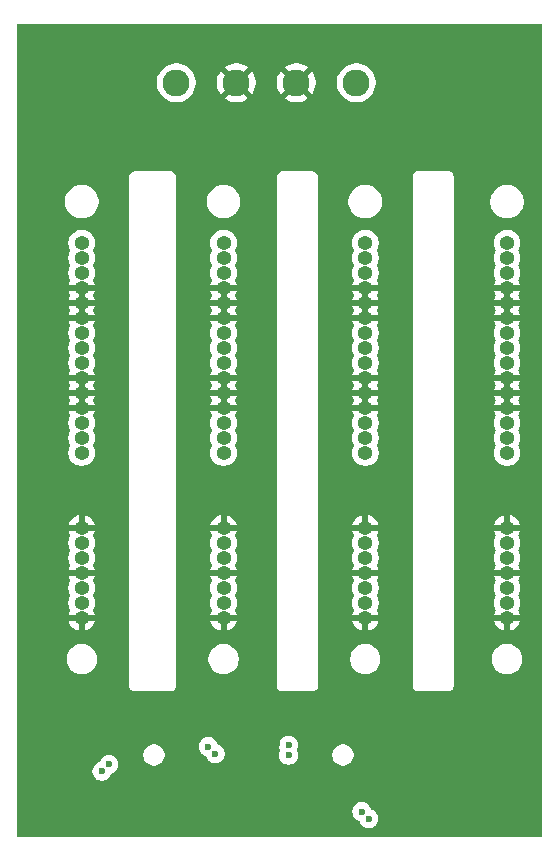
<source format=gbr>
%TF.GenerationSoftware,KiCad,Pcbnew,9.0.0-250-g02b756189b*%
%TF.CreationDate,2025-03-19T23:20:47-05:00*%
%TF.ProjectId,SSDTray,53534454-7261-4792-9e6b-696361645f70,rev?*%
%TF.SameCoordinates,Original*%
%TF.FileFunction,Copper,L2,Inr*%
%TF.FilePolarity,Positive*%
%FSLAX46Y46*%
G04 Gerber Fmt 4.6, Leading zero omitted, Abs format (unit mm)*
G04 Created by KiCad (PCBNEW 9.0.0-250-g02b756189b) date 2025-03-19 23:20:47*
%MOMM*%
%LPD*%
G01*
G04 APERTURE LIST*
%TA.AperFunction,ComponentPad*%
%ADD10O,1.270000X1.168400*%
%TD*%
%TA.AperFunction,ComponentPad*%
%ADD11C,2.286000*%
%TD*%
%TA.AperFunction,ViaPad*%
%ADD12C,0.600000*%
%TD*%
G04 APERTURE END LIST*
D10*
%TO.N,unconnected-(J2-PadP1)*%
%TO.C,J2*%
X46000000Y-137830000D03*
X46000000Y-136560000D03*
X46000000Y-135290000D03*
%TO.N,GND*%
X46000000Y-134020000D03*
X46000000Y-132750000D03*
X46000000Y-131480000D03*
%TO.N,+5V*%
X46000000Y-130210000D03*
X46000000Y-128940000D03*
X46000000Y-127670000D03*
%TO.N,GND*%
X46000000Y-126400000D03*
X46000000Y-125130000D03*
X46000000Y-123860000D03*
%TO.N,+12V*%
X46000000Y-122590000D03*
X46000000Y-121320000D03*
X46000000Y-120050000D03*
%TO.N,GND*%
X46000000Y-151800000D03*
%TO.N,/SSD2_TX+*%
X46000000Y-150530000D03*
%TO.N,/SSD2_TX-*%
X46000000Y-149260000D03*
%TO.N,GND*%
X46000000Y-147990000D03*
%TO.N,/SSD2_RX-*%
X46000000Y-146720000D03*
%TO.N,/SSD2_RX+*%
X46000000Y-145450000D03*
%TO.N,GND*%
X46000000Y-144180000D03*
%TD*%
%TO.N,unconnected-(J3-PadP1)*%
%TO.C,J3*%
X58000000Y-137830000D03*
X58000000Y-136560000D03*
X58000000Y-135290000D03*
%TO.N,GND*%
X58000000Y-134020000D03*
X58000000Y-132750000D03*
X58000000Y-131480000D03*
%TO.N,+5V*%
X58000000Y-130210000D03*
X58000000Y-128940000D03*
X58000000Y-127670000D03*
%TO.N,GND*%
X58000000Y-126400000D03*
X58000000Y-125130000D03*
X58000000Y-123860000D03*
%TO.N,+12V*%
X58000000Y-122590000D03*
X58000000Y-121320000D03*
X58000000Y-120050000D03*
%TO.N,GND*%
X58000000Y-151800000D03*
%TO.N,/SSD3_TX+*%
X58000000Y-150530000D03*
%TO.N,/SSD3_TX-*%
X58000000Y-149260000D03*
%TO.N,GND*%
X58000000Y-147990000D03*
%TO.N,/SSD3_RX-*%
X58000000Y-146720000D03*
%TO.N,/SSD3_RX+*%
X58000000Y-145450000D03*
%TO.N,GND*%
X58000000Y-144180000D03*
%TD*%
%TO.N,unconnected-(J4-PadP1)*%
%TO.C,J4*%
X70000000Y-137830000D03*
X70000000Y-136560000D03*
X70000000Y-135290000D03*
%TO.N,GND*%
X70000000Y-134020000D03*
X70000000Y-132750000D03*
X70000000Y-131480000D03*
%TO.N,+5V*%
X70000000Y-130210000D03*
X70000000Y-128940000D03*
X70000000Y-127670000D03*
%TO.N,GND*%
X70000000Y-126400000D03*
X70000000Y-125130000D03*
X70000000Y-123860000D03*
%TO.N,+12V*%
X70000000Y-122590000D03*
X70000000Y-121320000D03*
X70000000Y-120050000D03*
%TO.N,GND*%
X70000000Y-151800000D03*
%TO.N,/SSD4_TX+*%
X70000000Y-150530000D03*
%TO.N,/SSD4_TX-*%
X70000000Y-149260000D03*
%TO.N,GND*%
X70000000Y-147990000D03*
%TO.N,/SSD4_RX-*%
X70000000Y-146720000D03*
%TO.N,/SSD4_RX+*%
X70000000Y-145450000D03*
%TO.N,GND*%
X70000000Y-144180000D03*
%TD*%
%TO.N,unconnected-(J1-PadP1)*%
%TO.C,J1*%
X34000000Y-137830000D03*
X34000000Y-136560000D03*
X34000000Y-135290000D03*
%TO.N,GND*%
X34000000Y-134020000D03*
X34000000Y-132750000D03*
X34000000Y-131480000D03*
%TO.N,+5V*%
X34000000Y-130210000D03*
X34000000Y-128940000D03*
X34000000Y-127670000D03*
%TO.N,GND*%
X34000000Y-126400000D03*
X34000000Y-125130000D03*
X34000000Y-123860000D03*
%TO.N,+12V*%
X34000000Y-122590000D03*
X34000000Y-121320000D03*
X34000000Y-120050000D03*
%TO.N,GND*%
X34000000Y-151800000D03*
%TO.N,/SSD1_TX+*%
X34000000Y-150530000D03*
%TO.N,/SSD1_TX-*%
X34000000Y-149260000D03*
%TO.N,GND*%
X34000000Y-147990000D03*
%TO.N,/SSD1_RX-*%
X34000000Y-146720000D03*
%TO.N,/SSD1_RX+*%
X34000000Y-145450000D03*
%TO.N,GND*%
X34000000Y-144180000D03*
%TD*%
D11*
%TO.N,+12V*%
%TO.C,U1*%
X57240000Y-106500000D03*
%TO.N,GND*%
X52160000Y-106500000D03*
X47080000Y-106500000D03*
%TO.N,+5V*%
X42000000Y-106500000D03*
%TD*%
D12*
%TO.N,GND*%
X46500000Y-163000000D03*
X36000000Y-166000000D03*
X58000000Y-167000000D03*
X57500000Y-169500000D03*
X50500000Y-162500000D03*
X43500000Y-163000000D03*
X36000000Y-163000000D03*
%TO.N,/SSD1_TX-*%
X35699479Y-164800521D03*
%TO.N,/SSD1_TX+*%
X36300521Y-164199479D03*
%TO.N,/SSD2_TX-*%
X45300521Y-163300521D03*
%TO.N,/SSD2_TX+*%
X44699479Y-162699479D03*
%TO.N,/SSD3_TX-*%
X51500000Y-163425000D03*
%TO.N,/SSD3_TX+*%
X51500000Y-162575000D03*
%TO.N,/SSD4_TX+*%
X58300521Y-168800521D03*
%TO.N,/SSD4_TX-*%
X57699479Y-168199479D03*
%TD*%
%TA.AperFunction,Conductor*%
%TO.N,GND*%
G36*
X34250000Y-133731184D02*
G01*
X34233940Y-133715124D01*
X34147061Y-133664964D01*
X34050160Y-133639000D01*
X33949840Y-133639000D01*
X33852939Y-133664964D01*
X33766060Y-133715124D01*
X33750000Y-133731184D01*
X33750000Y-133038816D01*
X33766060Y-133054876D01*
X33852939Y-133105036D01*
X33949840Y-133131000D01*
X34050160Y-133131000D01*
X34147061Y-133105036D01*
X34233940Y-133054876D01*
X34250000Y-133038816D01*
X34250000Y-133731184D01*
G37*
%TD.AperFunction*%
%TA.AperFunction,Conductor*%
G36*
X34250000Y-132461184D02*
G01*
X34233940Y-132445124D01*
X34147061Y-132394964D01*
X34050160Y-132369000D01*
X33949840Y-132369000D01*
X33852939Y-132394964D01*
X33766060Y-132445124D01*
X33750000Y-132461184D01*
X33750000Y-131768816D01*
X33766060Y-131784876D01*
X33852939Y-131835036D01*
X33949840Y-131861000D01*
X34050160Y-131861000D01*
X34147061Y-131835036D01*
X34233940Y-131784876D01*
X34250000Y-131768816D01*
X34250000Y-132461184D01*
G37*
%TD.AperFunction*%
%TA.AperFunction,Conductor*%
G36*
X34250000Y-126111184D02*
G01*
X34233940Y-126095124D01*
X34147061Y-126044964D01*
X34050160Y-126019000D01*
X33949840Y-126019000D01*
X33852939Y-126044964D01*
X33766060Y-126095124D01*
X33750000Y-126111184D01*
X33750000Y-125418816D01*
X33766060Y-125434876D01*
X33852939Y-125485036D01*
X33949840Y-125511000D01*
X34050160Y-125511000D01*
X34147061Y-125485036D01*
X34233940Y-125434876D01*
X34250000Y-125418816D01*
X34250000Y-126111184D01*
G37*
%TD.AperFunction*%
%TA.AperFunction,Conductor*%
G36*
X34250000Y-124841184D02*
G01*
X34233940Y-124825124D01*
X34147061Y-124774964D01*
X34050160Y-124749000D01*
X33949840Y-124749000D01*
X33852939Y-124774964D01*
X33766060Y-124825124D01*
X33750000Y-124841184D01*
X33750000Y-124148816D01*
X33766060Y-124164876D01*
X33852939Y-124215036D01*
X33949840Y-124241000D01*
X34050160Y-124241000D01*
X34147061Y-124215036D01*
X34233940Y-124164876D01*
X34250000Y-124148816D01*
X34250000Y-124841184D01*
G37*
%TD.AperFunction*%
%TA.AperFunction,Conductor*%
G36*
X46250000Y-133731184D02*
G01*
X46233940Y-133715124D01*
X46147061Y-133664964D01*
X46050160Y-133639000D01*
X45949840Y-133639000D01*
X45852939Y-133664964D01*
X45766060Y-133715124D01*
X45750000Y-133731184D01*
X45750000Y-133038816D01*
X45766060Y-133054876D01*
X45852939Y-133105036D01*
X45949840Y-133131000D01*
X46050160Y-133131000D01*
X46147061Y-133105036D01*
X46233940Y-133054876D01*
X46250000Y-133038816D01*
X46250000Y-133731184D01*
G37*
%TD.AperFunction*%
%TA.AperFunction,Conductor*%
G36*
X46250000Y-132461184D02*
G01*
X46233940Y-132445124D01*
X46147061Y-132394964D01*
X46050160Y-132369000D01*
X45949840Y-132369000D01*
X45852939Y-132394964D01*
X45766060Y-132445124D01*
X45750000Y-132461184D01*
X45750000Y-131768816D01*
X45766060Y-131784876D01*
X45852939Y-131835036D01*
X45949840Y-131861000D01*
X46050160Y-131861000D01*
X46147061Y-131835036D01*
X46233940Y-131784876D01*
X46250000Y-131768816D01*
X46250000Y-132461184D01*
G37*
%TD.AperFunction*%
%TA.AperFunction,Conductor*%
G36*
X46250000Y-126111184D02*
G01*
X46233940Y-126095124D01*
X46147061Y-126044964D01*
X46050160Y-126019000D01*
X45949840Y-126019000D01*
X45852939Y-126044964D01*
X45766060Y-126095124D01*
X45750000Y-126111184D01*
X45750000Y-125418816D01*
X45766060Y-125434876D01*
X45852939Y-125485036D01*
X45949840Y-125511000D01*
X46050160Y-125511000D01*
X46147061Y-125485036D01*
X46233940Y-125434876D01*
X46250000Y-125418816D01*
X46250000Y-126111184D01*
G37*
%TD.AperFunction*%
%TA.AperFunction,Conductor*%
G36*
X46250000Y-124841184D02*
G01*
X46233940Y-124825124D01*
X46147061Y-124774964D01*
X46050160Y-124749000D01*
X45949840Y-124749000D01*
X45852939Y-124774964D01*
X45766060Y-124825124D01*
X45750000Y-124841184D01*
X45750000Y-124148816D01*
X45766060Y-124164876D01*
X45852939Y-124215036D01*
X45949840Y-124241000D01*
X46050160Y-124241000D01*
X46147061Y-124215036D01*
X46233940Y-124164876D01*
X46250000Y-124148816D01*
X46250000Y-124841184D01*
G37*
%TD.AperFunction*%
%TA.AperFunction,Conductor*%
G36*
X58250000Y-133731184D02*
G01*
X58233940Y-133715124D01*
X58147061Y-133664964D01*
X58050160Y-133639000D01*
X57949840Y-133639000D01*
X57852939Y-133664964D01*
X57766060Y-133715124D01*
X57750000Y-133731184D01*
X57750000Y-133038816D01*
X57766060Y-133054876D01*
X57852939Y-133105036D01*
X57949840Y-133131000D01*
X58050160Y-133131000D01*
X58147061Y-133105036D01*
X58233940Y-133054876D01*
X58250000Y-133038816D01*
X58250000Y-133731184D01*
G37*
%TD.AperFunction*%
%TA.AperFunction,Conductor*%
G36*
X58250000Y-132461184D02*
G01*
X58233940Y-132445124D01*
X58147061Y-132394964D01*
X58050160Y-132369000D01*
X57949840Y-132369000D01*
X57852939Y-132394964D01*
X57766060Y-132445124D01*
X57750000Y-132461184D01*
X57750000Y-131768816D01*
X57766060Y-131784876D01*
X57852939Y-131835036D01*
X57949840Y-131861000D01*
X58050160Y-131861000D01*
X58147061Y-131835036D01*
X58233940Y-131784876D01*
X58250000Y-131768816D01*
X58250000Y-132461184D01*
G37*
%TD.AperFunction*%
%TA.AperFunction,Conductor*%
G36*
X58250000Y-126111184D02*
G01*
X58233940Y-126095124D01*
X58147061Y-126044964D01*
X58050160Y-126019000D01*
X57949840Y-126019000D01*
X57852939Y-126044964D01*
X57766060Y-126095124D01*
X57750000Y-126111184D01*
X57750000Y-125418816D01*
X57766060Y-125434876D01*
X57852939Y-125485036D01*
X57949840Y-125511000D01*
X58050160Y-125511000D01*
X58147061Y-125485036D01*
X58233940Y-125434876D01*
X58250000Y-125418816D01*
X58250000Y-126111184D01*
G37*
%TD.AperFunction*%
%TA.AperFunction,Conductor*%
G36*
X58250000Y-124841184D02*
G01*
X58233940Y-124825124D01*
X58147061Y-124774964D01*
X58050160Y-124749000D01*
X57949840Y-124749000D01*
X57852939Y-124774964D01*
X57766060Y-124825124D01*
X57750000Y-124841184D01*
X57750000Y-124148816D01*
X57766060Y-124164876D01*
X57852939Y-124215036D01*
X57949840Y-124241000D01*
X58050160Y-124241000D01*
X58147061Y-124215036D01*
X58233940Y-124164876D01*
X58250000Y-124148816D01*
X58250000Y-124841184D01*
G37*
%TD.AperFunction*%
%TA.AperFunction,Conductor*%
G36*
X70250000Y-133731184D02*
G01*
X70233940Y-133715124D01*
X70147061Y-133664964D01*
X70050160Y-133639000D01*
X69949840Y-133639000D01*
X69852939Y-133664964D01*
X69766060Y-133715124D01*
X69750000Y-133731184D01*
X69750000Y-133038816D01*
X69766060Y-133054876D01*
X69852939Y-133105036D01*
X69949840Y-133131000D01*
X70050160Y-133131000D01*
X70147061Y-133105036D01*
X70233940Y-133054876D01*
X70250000Y-133038816D01*
X70250000Y-133731184D01*
G37*
%TD.AperFunction*%
%TA.AperFunction,Conductor*%
G36*
X70250000Y-132461184D02*
G01*
X70233940Y-132445124D01*
X70147061Y-132394964D01*
X70050160Y-132369000D01*
X69949840Y-132369000D01*
X69852939Y-132394964D01*
X69766060Y-132445124D01*
X69750000Y-132461184D01*
X69750000Y-131768816D01*
X69766060Y-131784876D01*
X69852939Y-131835036D01*
X69949840Y-131861000D01*
X70050160Y-131861000D01*
X70147061Y-131835036D01*
X70233940Y-131784876D01*
X70250000Y-131768816D01*
X70250000Y-132461184D01*
G37*
%TD.AperFunction*%
%TA.AperFunction,Conductor*%
G36*
X70250000Y-126111184D02*
G01*
X70233940Y-126095124D01*
X70147061Y-126044964D01*
X70050160Y-126019000D01*
X69949840Y-126019000D01*
X69852939Y-126044964D01*
X69766060Y-126095124D01*
X69750000Y-126111184D01*
X69750000Y-125418816D01*
X69766060Y-125434876D01*
X69852939Y-125485036D01*
X69949840Y-125511000D01*
X70050160Y-125511000D01*
X70147061Y-125485036D01*
X70233940Y-125434876D01*
X70250000Y-125418816D01*
X70250000Y-126111184D01*
G37*
%TD.AperFunction*%
%TA.AperFunction,Conductor*%
G36*
X70250000Y-124841184D02*
G01*
X70233940Y-124825124D01*
X70147061Y-124774964D01*
X70050160Y-124749000D01*
X69949840Y-124749000D01*
X69852939Y-124774964D01*
X69766060Y-124825124D01*
X69750000Y-124841184D01*
X69750000Y-124148816D01*
X69766060Y-124164876D01*
X69852939Y-124215036D01*
X69949840Y-124241000D01*
X70050160Y-124241000D01*
X70147061Y-124215036D01*
X70233940Y-124164876D01*
X70250000Y-124148816D01*
X70250000Y-124841184D01*
G37*
%TD.AperFunction*%
%TA.AperFunction,Conductor*%
G36*
X72942539Y-101520185D02*
G01*
X72988294Y-101572989D01*
X72999500Y-101624500D01*
X72999500Y-170225500D01*
X72979815Y-170292539D01*
X72927011Y-170338294D01*
X72875500Y-170349500D01*
X28624500Y-170349500D01*
X28557461Y-170329815D01*
X28511706Y-170277011D01*
X28500500Y-170225500D01*
X28500500Y-168120632D01*
X56898979Y-168120632D01*
X56898979Y-168278325D01*
X56929740Y-168432968D01*
X56929743Y-168432980D01*
X56990081Y-168578651D01*
X56990088Y-168578664D01*
X57077689Y-168709767D01*
X57077692Y-168709771D01*
X57189186Y-168821265D01*
X57189190Y-168821268D01*
X57320293Y-168908869D01*
X57320306Y-168908876D01*
X57464350Y-168968540D01*
X57518754Y-169012380D01*
X57531459Y-169035649D01*
X57591123Y-169179693D01*
X57591130Y-169179706D01*
X57678731Y-169310809D01*
X57678734Y-169310813D01*
X57790228Y-169422307D01*
X57790232Y-169422310D01*
X57921335Y-169509911D01*
X57921348Y-169509918D01*
X58067019Y-169570256D01*
X58067024Y-169570258D01*
X58221674Y-169601020D01*
X58221677Y-169601021D01*
X58221679Y-169601021D01*
X58379365Y-169601021D01*
X58379366Y-169601020D01*
X58534018Y-169570258D01*
X58679700Y-169509915D01*
X58810810Y-169422310D01*
X58922310Y-169310810D01*
X59009915Y-169179700D01*
X59070258Y-169034018D01*
X59101021Y-168879363D01*
X59101021Y-168721679D01*
X59101021Y-168721676D01*
X59101020Y-168721674D01*
X59072572Y-168578658D01*
X59070258Y-168567024D01*
X59014731Y-168432968D01*
X59009918Y-168421348D01*
X59009911Y-168421335D01*
X58922310Y-168290232D01*
X58922307Y-168290228D01*
X58810813Y-168178734D01*
X58810809Y-168178731D01*
X58679706Y-168091130D01*
X58679693Y-168091123D01*
X58535649Y-168031459D01*
X58481245Y-167987618D01*
X58468540Y-167964350D01*
X58408876Y-167820306D01*
X58408869Y-167820293D01*
X58321268Y-167689190D01*
X58321265Y-167689186D01*
X58209771Y-167577692D01*
X58209767Y-167577689D01*
X58078664Y-167490088D01*
X58078651Y-167490081D01*
X57932980Y-167429743D01*
X57932968Y-167429740D01*
X57778324Y-167398979D01*
X57778321Y-167398979D01*
X57620637Y-167398979D01*
X57620634Y-167398979D01*
X57465989Y-167429740D01*
X57465977Y-167429743D01*
X57320306Y-167490081D01*
X57320293Y-167490088D01*
X57189190Y-167577689D01*
X57189186Y-167577692D01*
X57077692Y-167689186D01*
X57077689Y-167689190D01*
X56990088Y-167820293D01*
X56990081Y-167820306D01*
X56929743Y-167965977D01*
X56929740Y-167965989D01*
X56898979Y-168120632D01*
X28500500Y-168120632D01*
X28500500Y-164721674D01*
X34898979Y-164721674D01*
X34898979Y-164879367D01*
X34929740Y-165034010D01*
X34929743Y-165034022D01*
X34990081Y-165179693D01*
X34990088Y-165179706D01*
X35077689Y-165310809D01*
X35077692Y-165310813D01*
X35189186Y-165422307D01*
X35189190Y-165422310D01*
X35320293Y-165509911D01*
X35320306Y-165509918D01*
X35465977Y-165570256D01*
X35465982Y-165570258D01*
X35620632Y-165601020D01*
X35620635Y-165601021D01*
X35620637Y-165601021D01*
X35778323Y-165601021D01*
X35778324Y-165601020D01*
X35932976Y-165570258D01*
X36078658Y-165509915D01*
X36209768Y-165422310D01*
X36321268Y-165310810D01*
X36408873Y-165179700D01*
X36408874Y-165179697D01*
X36408876Y-165179694D01*
X36468540Y-165035649D01*
X36512380Y-164981245D01*
X36535645Y-164968541D01*
X36600611Y-164941632D01*
X36679694Y-164908876D01*
X36679697Y-164908874D01*
X36679700Y-164908873D01*
X36810810Y-164821268D01*
X36922310Y-164709768D01*
X37009915Y-164578658D01*
X37070258Y-164432976D01*
X37101021Y-164278321D01*
X37101021Y-164120637D01*
X37101021Y-164120634D01*
X37101020Y-164120632D01*
X37091000Y-164070258D01*
X37070258Y-163965982D01*
X37052169Y-163922310D01*
X37009918Y-163820306D01*
X37009911Y-163820293D01*
X36922310Y-163689190D01*
X36922307Y-163689186D01*
X36810813Y-163577692D01*
X36810809Y-163577689D01*
X36679706Y-163490088D01*
X36679693Y-163490081D01*
X36534022Y-163429743D01*
X36534010Y-163429740D01*
X36379366Y-163398979D01*
X36379363Y-163398979D01*
X36221679Y-163398979D01*
X36221676Y-163398979D01*
X36067031Y-163429740D01*
X36067019Y-163429743D01*
X35921348Y-163490081D01*
X35921335Y-163490088D01*
X35790232Y-163577689D01*
X35790228Y-163577692D01*
X35678734Y-163689186D01*
X35678731Y-163689190D01*
X35591130Y-163820293D01*
X35591125Y-163820302D01*
X35531459Y-163964351D01*
X35487618Y-164018754D01*
X35464351Y-164031459D01*
X35320302Y-164091125D01*
X35320293Y-164091130D01*
X35189190Y-164178731D01*
X35189186Y-164178734D01*
X35077692Y-164290228D01*
X35077689Y-164290232D01*
X34990088Y-164421335D01*
X34990081Y-164421348D01*
X34929743Y-164567019D01*
X34929740Y-164567031D01*
X34898979Y-164721674D01*
X28500500Y-164721674D01*
X28500500Y-163321110D01*
X39197545Y-163321110D01*
X39197545Y-163498887D01*
X39232223Y-163673227D01*
X39232225Y-163673235D01*
X39300252Y-163837468D01*
X39300257Y-163837477D01*
X39399016Y-163985279D01*
X39399019Y-163985283D01*
X39524714Y-164110978D01*
X39524718Y-164110981D01*
X39672520Y-164209740D01*
X39672526Y-164209743D01*
X39672527Y-164209744D01*
X39836763Y-164277773D01*
X40011110Y-164312452D01*
X40011114Y-164312453D01*
X40011115Y-164312453D01*
X40188884Y-164312453D01*
X40188885Y-164312452D01*
X40363235Y-164277773D01*
X40527471Y-164209744D01*
X40675280Y-164110981D01*
X40800981Y-163985280D01*
X40899744Y-163837471D01*
X40967773Y-163673235D01*
X41002453Y-163498883D01*
X41002453Y-163321115D01*
X40967773Y-163146763D01*
X40899744Y-162982527D01*
X40899743Y-162982526D01*
X40899740Y-162982520D01*
X40800981Y-162834718D01*
X40800978Y-162834714D01*
X40675287Y-162709023D01*
X40675275Y-162709013D01*
X40543004Y-162620632D01*
X43898979Y-162620632D01*
X43898979Y-162778325D01*
X43929740Y-162932968D01*
X43929743Y-162932980D01*
X43990081Y-163078651D01*
X43990088Y-163078664D01*
X44077689Y-163209767D01*
X44077692Y-163209771D01*
X44189186Y-163321265D01*
X44189190Y-163321268D01*
X44320293Y-163408869D01*
X44320306Y-163408876D01*
X44464350Y-163468540D01*
X44518754Y-163512380D01*
X44531459Y-163535649D01*
X44591123Y-163679693D01*
X44591130Y-163679706D01*
X44678731Y-163810809D01*
X44678734Y-163810813D01*
X44790228Y-163922307D01*
X44790232Y-163922310D01*
X44921335Y-164009911D01*
X44921348Y-164009918D01*
X45010357Y-164046786D01*
X45067024Y-164070258D01*
X45221674Y-164101020D01*
X45221677Y-164101021D01*
X45221679Y-164101021D01*
X45379365Y-164101021D01*
X45379366Y-164101020D01*
X45534018Y-164070258D01*
X45679700Y-164009915D01*
X45810810Y-163922310D01*
X45922310Y-163810810D01*
X46009915Y-163679700D01*
X46070258Y-163534018D01*
X46101021Y-163379363D01*
X46101021Y-163221679D01*
X46101021Y-163221676D01*
X46101020Y-163221674D01*
X46095020Y-163191510D01*
X46070258Y-163067024D01*
X46062151Y-163047452D01*
X46009918Y-162921348D01*
X46009911Y-162921335D01*
X45922310Y-162790232D01*
X45922307Y-162790228D01*
X45810813Y-162678734D01*
X45810809Y-162678731D01*
X45692035Y-162599368D01*
X45692030Y-162599366D01*
X45679700Y-162591127D01*
X45534668Y-162531053D01*
X45533723Y-162530643D01*
X45507650Y-162508896D01*
X45491837Y-162496153D01*
X50699500Y-162496153D01*
X50699500Y-162653846D01*
X50730261Y-162808489D01*
X50730264Y-162808501D01*
X50789930Y-162952548D01*
X50797399Y-163022017D01*
X50789930Y-163047452D01*
X50730264Y-163191498D01*
X50730261Y-163191510D01*
X50699500Y-163346153D01*
X50699500Y-163503846D01*
X50730261Y-163658489D01*
X50730264Y-163658501D01*
X50790602Y-163804172D01*
X50790609Y-163804185D01*
X50878210Y-163935288D01*
X50878213Y-163935292D01*
X50989707Y-164046786D01*
X50989711Y-164046789D01*
X51120814Y-164134390D01*
X51120827Y-164134397D01*
X51227863Y-164178732D01*
X51266503Y-164194737D01*
X51421153Y-164225499D01*
X51421156Y-164225500D01*
X51421158Y-164225500D01*
X51578844Y-164225500D01*
X51578845Y-164225499D01*
X51733497Y-164194737D01*
X51879179Y-164134394D01*
X52010289Y-164046789D01*
X52121789Y-163935289D01*
X52209394Y-163804179D01*
X52269737Y-163658497D01*
X52300500Y-163503842D01*
X52300500Y-163346158D01*
X52295548Y-163321265D01*
X52295517Y-163321110D01*
X55197546Y-163321110D01*
X55197546Y-163498887D01*
X55232224Y-163673227D01*
X55232226Y-163673235D01*
X55300253Y-163837468D01*
X55300258Y-163837477D01*
X55399017Y-163985279D01*
X55399020Y-163985283D01*
X55524715Y-164110978D01*
X55524719Y-164110981D01*
X55672521Y-164209740D01*
X55672527Y-164209743D01*
X55672528Y-164209744D01*
X55836764Y-164277773D01*
X56011111Y-164312452D01*
X56011115Y-164312453D01*
X56011116Y-164312453D01*
X56188885Y-164312453D01*
X56188886Y-164312452D01*
X56363236Y-164277773D01*
X56527472Y-164209744D01*
X56675281Y-164110981D01*
X56800982Y-163985280D01*
X56899745Y-163837471D01*
X56967774Y-163673235D01*
X57002454Y-163498883D01*
X57002454Y-163321115D01*
X56967774Y-163146763D01*
X56899745Y-162982527D01*
X56899744Y-162982526D01*
X56899741Y-162982520D01*
X56800982Y-162834718D01*
X56800979Y-162834714D01*
X56675284Y-162709019D01*
X56675280Y-162709016D01*
X56527478Y-162610257D01*
X56527469Y-162610252D01*
X56363236Y-162542225D01*
X56363228Y-162542223D01*
X56188888Y-162507545D01*
X56188884Y-162507545D01*
X56011116Y-162507545D01*
X56011111Y-162507545D01*
X55836771Y-162542223D01*
X55836763Y-162542225D01*
X55672530Y-162610252D01*
X55672521Y-162610257D01*
X55524719Y-162709016D01*
X55524715Y-162709019D01*
X55399020Y-162834714D01*
X55399017Y-162834718D01*
X55300258Y-162982520D01*
X55300253Y-162982529D01*
X55232226Y-163146762D01*
X55232224Y-163146770D01*
X55197546Y-163321110D01*
X52295517Y-163321110D01*
X52275738Y-163221674D01*
X52269737Y-163191503D01*
X52222998Y-163078664D01*
X52210070Y-163047452D01*
X52202601Y-162977983D01*
X52210070Y-162952548D01*
X52258876Y-162834718D01*
X52269737Y-162808497D01*
X52300500Y-162653842D01*
X52300500Y-162496158D01*
X52300500Y-162496155D01*
X52300499Y-162496153D01*
X52294499Y-162465989D01*
X52269737Y-162341503D01*
X52260957Y-162320306D01*
X52209397Y-162195827D01*
X52209390Y-162195814D01*
X52121789Y-162064711D01*
X52121786Y-162064707D01*
X52010292Y-161953213D01*
X52010288Y-161953210D01*
X51879185Y-161865609D01*
X51879172Y-161865602D01*
X51733501Y-161805264D01*
X51733489Y-161805261D01*
X51578845Y-161774500D01*
X51578842Y-161774500D01*
X51421158Y-161774500D01*
X51421155Y-161774500D01*
X51266510Y-161805261D01*
X51266498Y-161805264D01*
X51120827Y-161865602D01*
X51120814Y-161865609D01*
X50989711Y-161953210D01*
X50989707Y-161953213D01*
X50878213Y-162064707D01*
X50878210Y-162064711D01*
X50790609Y-162195814D01*
X50790602Y-162195827D01*
X50730264Y-162341498D01*
X50730261Y-162341510D01*
X50699500Y-162496153D01*
X45491837Y-162496153D01*
X45481245Y-162487618D01*
X45480497Y-162486249D01*
X45480067Y-162485890D01*
X45479749Y-162484878D01*
X45468540Y-162464350D01*
X45408876Y-162320306D01*
X45408869Y-162320293D01*
X45321268Y-162189190D01*
X45321265Y-162189186D01*
X45209771Y-162077692D01*
X45209767Y-162077689D01*
X45078664Y-161990088D01*
X45078651Y-161990081D01*
X44932980Y-161929743D01*
X44932968Y-161929740D01*
X44778324Y-161898979D01*
X44778321Y-161898979D01*
X44620637Y-161898979D01*
X44620634Y-161898979D01*
X44465989Y-161929740D01*
X44465977Y-161929743D01*
X44320306Y-161990081D01*
X44320293Y-161990088D01*
X44189190Y-162077689D01*
X44189186Y-162077692D01*
X44077692Y-162189186D01*
X44077689Y-162189190D01*
X43990088Y-162320293D01*
X43990081Y-162320306D01*
X43929743Y-162465977D01*
X43929740Y-162465989D01*
X43898979Y-162620632D01*
X40543004Y-162620632D01*
X40527477Y-162610257D01*
X40527468Y-162610252D01*
X40363235Y-162542225D01*
X40363227Y-162542223D01*
X40188887Y-162507545D01*
X40188883Y-162507545D01*
X40011115Y-162507545D01*
X40011110Y-162507545D01*
X39836770Y-162542223D01*
X39836762Y-162542225D01*
X39672529Y-162610252D01*
X39672520Y-162610257D01*
X39524718Y-162709016D01*
X39524714Y-162709019D01*
X39399019Y-162834714D01*
X39399016Y-162834718D01*
X39300257Y-162982520D01*
X39300252Y-162982529D01*
X39232225Y-163146762D01*
X39232223Y-163146770D01*
X39197545Y-163321110D01*
X28500500Y-163321110D01*
X28500500Y-155189008D01*
X32716800Y-155189008D01*
X32716800Y-155390987D01*
X32748397Y-155590482D01*
X32810810Y-155782573D01*
X32810811Y-155782576D01*
X32902511Y-155962544D01*
X33021224Y-156125940D01*
X33021228Y-156125945D01*
X33164052Y-156268769D01*
X33164057Y-156268773D01*
X33306580Y-156372321D01*
X33327457Y-156387489D01*
X33445101Y-156447431D01*
X33507421Y-156479186D01*
X33507424Y-156479187D01*
X33603469Y-156510393D01*
X33699517Y-156541601D01*
X33899010Y-156573198D01*
X33899011Y-156573198D01*
X34100989Y-156573198D01*
X34100990Y-156573198D01*
X34300483Y-156541601D01*
X34492578Y-156479186D01*
X34672543Y-156387489D01*
X34835949Y-156268768D01*
X34978770Y-156125947D01*
X35097491Y-155962541D01*
X35189188Y-155782576D01*
X35251603Y-155590481D01*
X35283200Y-155390988D01*
X35283200Y-155189008D01*
X35251603Y-154989515D01*
X35189188Y-154797420D01*
X35189188Y-154797419D01*
X35157433Y-154735099D01*
X35097491Y-154617455D01*
X35082323Y-154596578D01*
X34978775Y-154454055D01*
X34978771Y-154454050D01*
X34835947Y-154311226D01*
X34835942Y-154311222D01*
X34672546Y-154192509D01*
X34672545Y-154192508D01*
X34672543Y-154192507D01*
X34614887Y-154163129D01*
X34492578Y-154100809D01*
X34492575Y-154100808D01*
X34300484Y-154038395D01*
X34200736Y-154022596D01*
X34100990Y-154006798D01*
X33899010Y-154006798D01*
X33832512Y-154017330D01*
X33699515Y-154038395D01*
X33507424Y-154100808D01*
X33507421Y-154100809D01*
X33327453Y-154192509D01*
X33164057Y-154311222D01*
X33164052Y-154311226D01*
X33021228Y-154454050D01*
X33021224Y-154454055D01*
X32902511Y-154617451D01*
X32810811Y-154797419D01*
X32810810Y-154797422D01*
X32748397Y-154989513D01*
X32716800Y-155189008D01*
X28500500Y-155189008D01*
X28500500Y-145364632D01*
X32864500Y-145364632D01*
X32864500Y-145535367D01*
X32891209Y-145704002D01*
X32891209Y-145704005D01*
X32943967Y-145866377D01*
X32943969Y-145866380D01*
X33021480Y-146018506D01*
X33022526Y-146020212D01*
X33022725Y-146020948D01*
X33023693Y-146022848D01*
X33023293Y-146023051D01*
X33040768Y-146087659D01*
X33023351Y-146146977D01*
X33023693Y-146147152D01*
X33022765Y-146148972D01*
X33022526Y-146149788D01*
X33021480Y-146151493D01*
X32943969Y-146303619D01*
X32943967Y-146303622D01*
X32891209Y-146465994D01*
X32891209Y-146465997D01*
X32864500Y-146634632D01*
X32864500Y-146805367D01*
X32891209Y-146974002D01*
X32891209Y-146974005D01*
X32943967Y-147136377D01*
X32943969Y-147136380D01*
X33021482Y-147288509D01*
X33022821Y-147290694D01*
X33023076Y-147291637D01*
X33023693Y-147292848D01*
X33023438Y-147292977D01*
X33041062Y-147358140D01*
X33023719Y-147417209D01*
X33024121Y-147417414D01*
X33023031Y-147419552D01*
X33022823Y-147420262D01*
X33021913Y-147421746D01*
X32944433Y-147573808D01*
X32891698Y-147736108D01*
X32891694Y-147736124D01*
X32891081Y-147739998D01*
X32891082Y-147740000D01*
X33558634Y-147740000D01*
X33596952Y-147746069D01*
X33627702Y-147756060D01*
X33684473Y-147774506D01*
X33644964Y-147842939D01*
X33619000Y-147939840D01*
X33619000Y-148040160D01*
X33644964Y-148137061D01*
X33684473Y-148205493D01*
X33596952Y-148233931D01*
X33558634Y-148240000D01*
X32891082Y-148240000D01*
X32891081Y-148240001D01*
X32891694Y-148243875D01*
X32891698Y-148243891D01*
X32944433Y-148406191D01*
X33021913Y-148558253D01*
X33022823Y-148559738D01*
X33022996Y-148560378D01*
X33024121Y-148562586D01*
X33023657Y-148562822D01*
X33041062Y-148627185D01*
X33023486Y-148687047D01*
X33023693Y-148687153D01*
X33023131Y-148688254D01*
X33022825Y-148689299D01*
X33021485Y-148691485D01*
X32943968Y-148843619D01*
X32943967Y-148843622D01*
X32891209Y-149005994D01*
X32891209Y-149005997D01*
X32864500Y-149174632D01*
X32864500Y-149345367D01*
X32891209Y-149514002D01*
X32891209Y-149514005D01*
X32943967Y-149676377D01*
X32943969Y-149676380D01*
X33021480Y-149828506D01*
X33022526Y-149830212D01*
X33022725Y-149830948D01*
X33023693Y-149832848D01*
X33023293Y-149833051D01*
X33040768Y-149897659D01*
X33023351Y-149956977D01*
X33023693Y-149957152D01*
X33022765Y-149958972D01*
X33022526Y-149959788D01*
X33021480Y-149961493D01*
X32943969Y-150113619D01*
X32943967Y-150113622D01*
X32891209Y-150275994D01*
X32891209Y-150275997D01*
X32864500Y-150444632D01*
X32864500Y-150615367D01*
X32891209Y-150784002D01*
X32891209Y-150784005D01*
X32943967Y-150946377D01*
X32943969Y-150946380D01*
X33021482Y-151098509D01*
X33022821Y-151100694D01*
X33023076Y-151101637D01*
X33023693Y-151102848D01*
X33023438Y-151102977D01*
X33041062Y-151168140D01*
X33023719Y-151227209D01*
X33024121Y-151227414D01*
X33023031Y-151229552D01*
X33022823Y-151230262D01*
X33021913Y-151231746D01*
X32944433Y-151383808D01*
X32891698Y-151546108D01*
X32891694Y-151546124D01*
X32891081Y-151549998D01*
X32891082Y-151550000D01*
X33558634Y-151550000D01*
X33596952Y-151556069D01*
X33627702Y-151566060D01*
X33684473Y-151584506D01*
X33644964Y-151652939D01*
X33619000Y-151749840D01*
X33619000Y-151850160D01*
X33644964Y-151947061D01*
X33695124Y-152033940D01*
X33711184Y-152050000D01*
X32891082Y-152050000D01*
X32891081Y-152050001D01*
X32891694Y-152053875D01*
X32891698Y-152053891D01*
X32944433Y-152216191D01*
X33021911Y-152368248D01*
X33122212Y-152506302D01*
X33122216Y-152506307D01*
X33242892Y-152626983D01*
X33242897Y-152626987D01*
X33380951Y-152727288D01*
X33533008Y-152804766D01*
X33695315Y-152857504D01*
X33749999Y-152866163D01*
X33750000Y-152866163D01*
X33750000Y-152088816D01*
X33766060Y-152104876D01*
X33852939Y-152155036D01*
X33949840Y-152181000D01*
X34050160Y-152181000D01*
X34147061Y-152155036D01*
X34233940Y-152104876D01*
X34250000Y-152088816D01*
X34250000Y-152866163D01*
X34304684Y-152857504D01*
X34466991Y-152804766D01*
X34619048Y-152727288D01*
X34757102Y-152626987D01*
X34757107Y-152626983D01*
X34877783Y-152506307D01*
X34877787Y-152506302D01*
X34978088Y-152368248D01*
X35055566Y-152216191D01*
X35108301Y-152053891D01*
X35108305Y-152053875D01*
X35108918Y-152050001D01*
X35108918Y-152050000D01*
X34288816Y-152050000D01*
X34304876Y-152033940D01*
X34355036Y-151947061D01*
X34381000Y-151850160D01*
X34381000Y-151749840D01*
X34355036Y-151652939D01*
X34315526Y-151584506D01*
X34372577Y-151565969D01*
X34403048Y-151556069D01*
X34441366Y-151550000D01*
X35108918Y-151550000D01*
X35108918Y-151549998D01*
X35108305Y-151546124D01*
X35108301Y-151546108D01*
X35055566Y-151383808D01*
X34978088Y-151231749D01*
X34977179Y-151230266D01*
X34977005Y-151229625D01*
X34975879Y-151227414D01*
X34976343Y-151227177D01*
X34958937Y-151162820D01*
X34976519Y-151102956D01*
X34976307Y-151102848D01*
X34976883Y-151101716D01*
X34977190Y-151100673D01*
X34978507Y-151098522D01*
X34978519Y-151098507D01*
X35056031Y-150946380D01*
X35108791Y-150784001D01*
X35135500Y-150615368D01*
X35135500Y-150444632D01*
X35108791Y-150275999D01*
X35108790Y-150275995D01*
X35108790Y-150275994D01*
X35056032Y-150113622D01*
X35056030Y-150113619D01*
X34978519Y-149961493D01*
X34978510Y-149961481D01*
X34977481Y-149959801D01*
X34977281Y-149959065D01*
X34976307Y-149957152D01*
X34976708Y-149956947D01*
X34959230Y-149892357D01*
X34976651Y-149833023D01*
X34976307Y-149832848D01*
X34977242Y-149831012D01*
X34977481Y-149830199D01*
X34978506Y-149828523D01*
X34978519Y-149828507D01*
X35056031Y-149676380D01*
X35108791Y-149514001D01*
X35135500Y-149345368D01*
X35135500Y-149174632D01*
X35108791Y-149005999D01*
X35108790Y-149005995D01*
X35108790Y-149005994D01*
X35056032Y-148843622D01*
X35056030Y-148843619D01*
X34978519Y-148691493D01*
X34977181Y-148689310D01*
X34976925Y-148688366D01*
X34976307Y-148687152D01*
X34976562Y-148687022D01*
X34958936Y-148621864D01*
X34976285Y-148562792D01*
X34975879Y-148562586D01*
X34976980Y-148560423D01*
X34977189Y-148559715D01*
X34978094Y-148558237D01*
X35055566Y-148406191D01*
X35108301Y-148243891D01*
X35108305Y-148243875D01*
X35108918Y-148240001D01*
X35108918Y-148240000D01*
X34441366Y-148240000D01*
X34403048Y-148233931D01*
X34315526Y-148205493D01*
X34355036Y-148137061D01*
X34381000Y-148040160D01*
X34381000Y-147939840D01*
X34355036Y-147842939D01*
X34315526Y-147774506D01*
X34372577Y-147755969D01*
X34403048Y-147746069D01*
X34441366Y-147740000D01*
X35108918Y-147740000D01*
X35108918Y-147739998D01*
X35108305Y-147736124D01*
X35108301Y-147736108D01*
X35055566Y-147573808D01*
X34978088Y-147421749D01*
X34977179Y-147420266D01*
X34977005Y-147419625D01*
X34975879Y-147417414D01*
X34976343Y-147417177D01*
X34958937Y-147352820D01*
X34976519Y-147292956D01*
X34976307Y-147292848D01*
X34976883Y-147291716D01*
X34977190Y-147290673D01*
X34978507Y-147288522D01*
X34978519Y-147288507D01*
X35056031Y-147136380D01*
X35108791Y-146974001D01*
X35135500Y-146805368D01*
X35135500Y-146634632D01*
X35108791Y-146465999D01*
X35108790Y-146465995D01*
X35108790Y-146465994D01*
X35056032Y-146303622D01*
X35056030Y-146303619D01*
X34978519Y-146151493D01*
X34978510Y-146151481D01*
X34977481Y-146149801D01*
X34977281Y-146149065D01*
X34976307Y-146147152D01*
X34976708Y-146146947D01*
X34959230Y-146082357D01*
X34976651Y-146023023D01*
X34976307Y-146022848D01*
X34977242Y-146021012D01*
X34977481Y-146020199D01*
X34978506Y-146018523D01*
X34978519Y-146018507D01*
X35056031Y-145866380D01*
X35108791Y-145704001D01*
X35135500Y-145535368D01*
X35135500Y-145364632D01*
X35108791Y-145195999D01*
X35108790Y-145195995D01*
X35108790Y-145195994D01*
X35056032Y-145033622D01*
X35056030Y-145033619D01*
X34978519Y-144881493D01*
X34977181Y-144879310D01*
X34976925Y-144878366D01*
X34976307Y-144877152D01*
X34976562Y-144877022D01*
X34958936Y-144811864D01*
X34976285Y-144752792D01*
X34975879Y-144752586D01*
X34976980Y-144750423D01*
X34977189Y-144749715D01*
X34978094Y-144748237D01*
X35055566Y-144596191D01*
X35108301Y-144433891D01*
X35108305Y-144433875D01*
X35108918Y-144430001D01*
X35108918Y-144430000D01*
X34441366Y-144430000D01*
X34403048Y-144423931D01*
X34315526Y-144395493D01*
X34355036Y-144327061D01*
X34381000Y-144230160D01*
X34381000Y-144129840D01*
X34355036Y-144032939D01*
X34304876Y-143946060D01*
X34288816Y-143930000D01*
X35108918Y-143930000D01*
X35108918Y-143929998D01*
X35108305Y-143926124D01*
X35108301Y-143926108D01*
X35055566Y-143763808D01*
X34978088Y-143611751D01*
X34877787Y-143473697D01*
X34877783Y-143473692D01*
X34757107Y-143353016D01*
X34757102Y-143353012D01*
X34619048Y-143252711D01*
X34466991Y-143175233D01*
X34304684Y-143122495D01*
X34250000Y-143113834D01*
X34250000Y-143891184D01*
X34233940Y-143875124D01*
X34147061Y-143824964D01*
X34050160Y-143799000D01*
X33949840Y-143799000D01*
X33852939Y-143824964D01*
X33766060Y-143875124D01*
X33750000Y-143891184D01*
X33750000Y-143113834D01*
X33695315Y-143122495D01*
X33533008Y-143175233D01*
X33380951Y-143252711D01*
X33242897Y-143353012D01*
X33242892Y-143353016D01*
X33122216Y-143473692D01*
X33122212Y-143473697D01*
X33021911Y-143611751D01*
X32944433Y-143763808D01*
X32891698Y-143926108D01*
X32891694Y-143926124D01*
X32891081Y-143929998D01*
X32891082Y-143930000D01*
X33711184Y-143930000D01*
X33695124Y-143946060D01*
X33644964Y-144032939D01*
X33619000Y-144129840D01*
X33619000Y-144230160D01*
X33644964Y-144327061D01*
X33684473Y-144395493D01*
X33596952Y-144423931D01*
X33558634Y-144430000D01*
X32891082Y-144430000D01*
X32891081Y-144430001D01*
X32891694Y-144433875D01*
X32891698Y-144433891D01*
X32944433Y-144596191D01*
X33021913Y-144748253D01*
X33022823Y-144749738D01*
X33022996Y-144750378D01*
X33024121Y-144752586D01*
X33023657Y-144752822D01*
X33041062Y-144817185D01*
X33023486Y-144877047D01*
X33023693Y-144877153D01*
X33023131Y-144878254D01*
X33022825Y-144879299D01*
X33021485Y-144881485D01*
X32943968Y-145033619D01*
X32943967Y-145033622D01*
X32891209Y-145195994D01*
X32891209Y-145195997D01*
X32864500Y-145364632D01*
X28500500Y-145364632D01*
X28500500Y-119964632D01*
X32864500Y-119964632D01*
X32864500Y-120135367D01*
X32891209Y-120304002D01*
X32891209Y-120304005D01*
X32943967Y-120466377D01*
X32943969Y-120466380D01*
X33021480Y-120618506D01*
X33022526Y-120620212D01*
X33022725Y-120620948D01*
X33023693Y-120622848D01*
X33023293Y-120623051D01*
X33040768Y-120687659D01*
X33023351Y-120746977D01*
X33023693Y-120747152D01*
X33022765Y-120748972D01*
X33022526Y-120749788D01*
X33021480Y-120751493D01*
X32943969Y-120903619D01*
X32943967Y-120903622D01*
X32891209Y-121065994D01*
X32891209Y-121065997D01*
X32864500Y-121234632D01*
X32864500Y-121405367D01*
X32891209Y-121574002D01*
X32891209Y-121574005D01*
X32943967Y-121736377D01*
X32943969Y-121736380D01*
X33021480Y-121888506D01*
X33022526Y-121890212D01*
X33022725Y-121890948D01*
X33023693Y-121892848D01*
X33023293Y-121893051D01*
X33040768Y-121957659D01*
X33023351Y-122016977D01*
X33023693Y-122017152D01*
X33022765Y-122018972D01*
X33022526Y-122019788D01*
X33021480Y-122021493D01*
X32943969Y-122173619D01*
X32943967Y-122173622D01*
X32891209Y-122335994D01*
X32891209Y-122335997D01*
X32864500Y-122504632D01*
X32864500Y-122675367D01*
X32891209Y-122844002D01*
X32891209Y-122844005D01*
X32943967Y-123006377D01*
X32943969Y-123006380D01*
X33021482Y-123158509D01*
X33022821Y-123160694D01*
X33023076Y-123161637D01*
X33023693Y-123162848D01*
X33023438Y-123162977D01*
X33041062Y-123228140D01*
X33023719Y-123287209D01*
X33024121Y-123287414D01*
X33023031Y-123289552D01*
X33022823Y-123290262D01*
X33021913Y-123291746D01*
X32944433Y-123443808D01*
X32891698Y-123606108D01*
X32891694Y-123606124D01*
X32891081Y-123609998D01*
X32891082Y-123610000D01*
X33558634Y-123610000D01*
X33596952Y-123616069D01*
X33627702Y-123626060D01*
X33684473Y-123644506D01*
X33644964Y-123712939D01*
X33619000Y-123809840D01*
X33619000Y-123910160D01*
X33644964Y-124007061D01*
X33695124Y-124093940D01*
X33711184Y-124110000D01*
X32891082Y-124110000D01*
X32891081Y-124110001D01*
X32891694Y-124113875D01*
X32891698Y-124113891D01*
X32944433Y-124276191D01*
X33021911Y-124428250D01*
X33023118Y-124430219D01*
X33023347Y-124431068D01*
X33024121Y-124432586D01*
X33023801Y-124432748D01*
X33041356Y-124497667D01*
X33023853Y-124557277D01*
X33024121Y-124557414D01*
X33023394Y-124558840D01*
X33023118Y-124559781D01*
X33021911Y-124561749D01*
X32944433Y-124713808D01*
X32891698Y-124876108D01*
X32891694Y-124876124D01*
X32891081Y-124879998D01*
X32891082Y-124880000D01*
X33711184Y-124880000D01*
X33695124Y-124896060D01*
X33644964Y-124982939D01*
X33619000Y-125079840D01*
X33619000Y-125180160D01*
X33644964Y-125277061D01*
X33695124Y-125363940D01*
X33711184Y-125380000D01*
X32891082Y-125380000D01*
X32891081Y-125380001D01*
X32891694Y-125383875D01*
X32891698Y-125383891D01*
X32944433Y-125546191D01*
X33021911Y-125698250D01*
X33023118Y-125700219D01*
X33023347Y-125701068D01*
X33024121Y-125702586D01*
X33023801Y-125702748D01*
X33041356Y-125767667D01*
X33023853Y-125827277D01*
X33024121Y-125827414D01*
X33023394Y-125828840D01*
X33023118Y-125829781D01*
X33021911Y-125831749D01*
X32944433Y-125983808D01*
X32891698Y-126146108D01*
X32891694Y-126146124D01*
X32891081Y-126149998D01*
X32891082Y-126150000D01*
X33711184Y-126150000D01*
X33695124Y-126166060D01*
X33644964Y-126252939D01*
X33619000Y-126349840D01*
X33619000Y-126450160D01*
X33644964Y-126547061D01*
X33684473Y-126615493D01*
X33596952Y-126643931D01*
X33558634Y-126650000D01*
X32891082Y-126650000D01*
X32891081Y-126650001D01*
X32891694Y-126653875D01*
X32891698Y-126653891D01*
X32944433Y-126816191D01*
X33021913Y-126968253D01*
X33022823Y-126969738D01*
X33022996Y-126970378D01*
X33024121Y-126972586D01*
X33023657Y-126972822D01*
X33041062Y-127037185D01*
X33023486Y-127097047D01*
X33023693Y-127097153D01*
X33023131Y-127098254D01*
X33022825Y-127099299D01*
X33021485Y-127101485D01*
X32943968Y-127253619D01*
X32943967Y-127253622D01*
X32891209Y-127415994D01*
X32891209Y-127415997D01*
X32864500Y-127584632D01*
X32864500Y-127755367D01*
X32891209Y-127924002D01*
X32891209Y-127924005D01*
X32943967Y-128086377D01*
X32943969Y-128086380D01*
X33021480Y-128238506D01*
X33022526Y-128240212D01*
X33022725Y-128240948D01*
X33023693Y-128242848D01*
X33023293Y-128243051D01*
X33040768Y-128307659D01*
X33023351Y-128366977D01*
X33023693Y-128367152D01*
X33022765Y-128368972D01*
X33022526Y-128369788D01*
X33021480Y-128371493D01*
X32943969Y-128523619D01*
X32943967Y-128523622D01*
X32891209Y-128685994D01*
X32891209Y-128685997D01*
X32864500Y-128854632D01*
X32864500Y-129025367D01*
X32891209Y-129194002D01*
X32891209Y-129194005D01*
X32943967Y-129356377D01*
X32943969Y-129356380D01*
X33021480Y-129508506D01*
X33022526Y-129510212D01*
X33022725Y-129510948D01*
X33023693Y-129512848D01*
X33023293Y-129513051D01*
X33040768Y-129577659D01*
X33023351Y-129636977D01*
X33023693Y-129637152D01*
X33022765Y-129638972D01*
X33022526Y-129639788D01*
X33021480Y-129641493D01*
X32943969Y-129793619D01*
X32943967Y-129793622D01*
X32891209Y-129955994D01*
X32891209Y-129955997D01*
X32864500Y-130124632D01*
X32864500Y-130295367D01*
X32891209Y-130464002D01*
X32891209Y-130464005D01*
X32943967Y-130626377D01*
X32943969Y-130626380D01*
X33021482Y-130778509D01*
X33022821Y-130780694D01*
X33023076Y-130781637D01*
X33023693Y-130782848D01*
X33023438Y-130782977D01*
X33041062Y-130848140D01*
X33023719Y-130907209D01*
X33024121Y-130907414D01*
X33023031Y-130909552D01*
X33022823Y-130910262D01*
X33021913Y-130911746D01*
X32944433Y-131063808D01*
X32891698Y-131226108D01*
X32891694Y-131226124D01*
X32891081Y-131229998D01*
X32891082Y-131230000D01*
X33558634Y-131230000D01*
X33596952Y-131236069D01*
X33627702Y-131246060D01*
X33684473Y-131264506D01*
X33644964Y-131332939D01*
X33619000Y-131429840D01*
X33619000Y-131530160D01*
X33644964Y-131627061D01*
X33695124Y-131713940D01*
X33711184Y-131730000D01*
X32891082Y-131730000D01*
X32891081Y-131730001D01*
X32891694Y-131733875D01*
X32891698Y-131733891D01*
X32944433Y-131896191D01*
X33021911Y-132048250D01*
X33023118Y-132050219D01*
X33023347Y-132051068D01*
X33024121Y-132052586D01*
X33023801Y-132052748D01*
X33041356Y-132117667D01*
X33023853Y-132177277D01*
X33024121Y-132177414D01*
X33023394Y-132178840D01*
X33023118Y-132179781D01*
X33021911Y-132181749D01*
X32944433Y-132333808D01*
X32891698Y-132496108D01*
X32891694Y-132496124D01*
X32891081Y-132499998D01*
X32891082Y-132500000D01*
X33711184Y-132500000D01*
X33695124Y-132516060D01*
X33644964Y-132602939D01*
X33619000Y-132699840D01*
X33619000Y-132800160D01*
X33644964Y-132897061D01*
X33695124Y-132983940D01*
X33711184Y-133000000D01*
X32891082Y-133000000D01*
X32891081Y-133000001D01*
X32891694Y-133003875D01*
X32891698Y-133003891D01*
X32944433Y-133166191D01*
X33021911Y-133318250D01*
X33023118Y-133320219D01*
X33023347Y-133321068D01*
X33024121Y-133322586D01*
X33023801Y-133322748D01*
X33041356Y-133387667D01*
X33023853Y-133447277D01*
X33024121Y-133447414D01*
X33023394Y-133448840D01*
X33023118Y-133449781D01*
X33021911Y-133451749D01*
X32944433Y-133603808D01*
X32891698Y-133766108D01*
X32891694Y-133766124D01*
X32891081Y-133769998D01*
X32891082Y-133770000D01*
X33711184Y-133770000D01*
X33695124Y-133786060D01*
X33644964Y-133872939D01*
X33619000Y-133969840D01*
X33619000Y-134070160D01*
X33644964Y-134167061D01*
X33684473Y-134235493D01*
X33596952Y-134263931D01*
X33558634Y-134270000D01*
X32891082Y-134270000D01*
X32891081Y-134270001D01*
X32891694Y-134273875D01*
X32891698Y-134273891D01*
X32944433Y-134436191D01*
X33021913Y-134588253D01*
X33022823Y-134589738D01*
X33022996Y-134590378D01*
X33024121Y-134592586D01*
X33023657Y-134592822D01*
X33041062Y-134657185D01*
X33023486Y-134717047D01*
X33023693Y-134717153D01*
X33023131Y-134718254D01*
X33022825Y-134719299D01*
X33021485Y-134721485D01*
X32943968Y-134873619D01*
X32943967Y-134873622D01*
X32891209Y-135035994D01*
X32891209Y-135035997D01*
X32864500Y-135204632D01*
X32864500Y-135375367D01*
X32891209Y-135544002D01*
X32891209Y-135544005D01*
X32943967Y-135706377D01*
X32943969Y-135706380D01*
X33021480Y-135858506D01*
X33022526Y-135860212D01*
X33022725Y-135860948D01*
X33023693Y-135862848D01*
X33023293Y-135863051D01*
X33040768Y-135927659D01*
X33023351Y-135986977D01*
X33023693Y-135987152D01*
X33022765Y-135988972D01*
X33022526Y-135989788D01*
X33021480Y-135991493D01*
X32943969Y-136143619D01*
X32943967Y-136143622D01*
X32891209Y-136305994D01*
X32891209Y-136305997D01*
X32864500Y-136474632D01*
X32864500Y-136645367D01*
X32891209Y-136814002D01*
X32891209Y-136814005D01*
X32943967Y-136976377D01*
X32943969Y-136976380D01*
X33021480Y-137128506D01*
X33022526Y-137130212D01*
X33022725Y-137130948D01*
X33023693Y-137132848D01*
X33023293Y-137133051D01*
X33040768Y-137197659D01*
X33023351Y-137256977D01*
X33023693Y-137257152D01*
X33022765Y-137258972D01*
X33022526Y-137259788D01*
X33021480Y-137261493D01*
X32943969Y-137413619D01*
X32943967Y-137413622D01*
X32891209Y-137575994D01*
X32891209Y-137575997D01*
X32864500Y-137744632D01*
X32864500Y-137915367D01*
X32891209Y-138084002D01*
X32891209Y-138084005D01*
X32943967Y-138246377D01*
X32943969Y-138246380D01*
X33021481Y-138398507D01*
X33121837Y-138536635D01*
X33242565Y-138657363D01*
X33380693Y-138757719D01*
X33532820Y-138835231D01*
X33532822Y-138835232D01*
X33695195Y-138887990D01*
X33695196Y-138887990D01*
X33695199Y-138887991D01*
X33863832Y-138914700D01*
X33863833Y-138914700D01*
X34136167Y-138914700D01*
X34136168Y-138914700D01*
X34304801Y-138887991D01*
X34304804Y-138887990D01*
X34304805Y-138887990D01*
X34467177Y-138835232D01*
X34467177Y-138835231D01*
X34467180Y-138835231D01*
X34619307Y-138757719D01*
X34757435Y-138657363D01*
X34878163Y-138536635D01*
X34978519Y-138398507D01*
X35056031Y-138246380D01*
X35108791Y-138084001D01*
X35135500Y-137915368D01*
X35135500Y-137744632D01*
X35108791Y-137575999D01*
X35108790Y-137575995D01*
X35108790Y-137575994D01*
X35056032Y-137413622D01*
X35056030Y-137413619D01*
X34978519Y-137261493D01*
X34978510Y-137261481D01*
X34977481Y-137259801D01*
X34977281Y-137259065D01*
X34976307Y-137257152D01*
X34976708Y-137256947D01*
X34959230Y-137192357D01*
X34976651Y-137133023D01*
X34976307Y-137132848D01*
X34977242Y-137131012D01*
X34977481Y-137130199D01*
X34978506Y-137128523D01*
X34978519Y-137128507D01*
X35056031Y-136976380D01*
X35108791Y-136814001D01*
X35135500Y-136645368D01*
X35135500Y-136474632D01*
X35108791Y-136305999D01*
X35108790Y-136305995D01*
X35108790Y-136305994D01*
X35056032Y-136143622D01*
X35056030Y-136143619D01*
X34978519Y-135991493D01*
X34978510Y-135991481D01*
X34977481Y-135989801D01*
X34977281Y-135989065D01*
X34976307Y-135987152D01*
X34976708Y-135986947D01*
X34959230Y-135922357D01*
X34976651Y-135863023D01*
X34976307Y-135862848D01*
X34977242Y-135861012D01*
X34977481Y-135860199D01*
X34978506Y-135858523D01*
X34978519Y-135858507D01*
X35056031Y-135706380D01*
X35108791Y-135544001D01*
X35135500Y-135375368D01*
X35135500Y-135204632D01*
X35108791Y-135035999D01*
X35108790Y-135035995D01*
X35108790Y-135035994D01*
X35056032Y-134873622D01*
X35056030Y-134873619D01*
X34978519Y-134721493D01*
X34977181Y-134719310D01*
X34976925Y-134718366D01*
X34976307Y-134717152D01*
X34976562Y-134717022D01*
X34958936Y-134651864D01*
X34976285Y-134592792D01*
X34975879Y-134592586D01*
X34976980Y-134590423D01*
X34977189Y-134589715D01*
X34978094Y-134588237D01*
X35055566Y-134436191D01*
X35108301Y-134273891D01*
X35108305Y-134273875D01*
X35108918Y-134270001D01*
X35108918Y-134270000D01*
X34441366Y-134270000D01*
X34403048Y-134263931D01*
X34315526Y-134235493D01*
X34355036Y-134167061D01*
X34381000Y-134070160D01*
X34381000Y-133969840D01*
X34355036Y-133872939D01*
X34304876Y-133786060D01*
X34288816Y-133770000D01*
X35108918Y-133770000D01*
X35108918Y-133769998D01*
X35108305Y-133766124D01*
X35108301Y-133766108D01*
X35055566Y-133603808D01*
X34978096Y-133451765D01*
X34976895Y-133449806D01*
X34976665Y-133448957D01*
X34975879Y-133447414D01*
X34976202Y-133447248D01*
X34958641Y-133382363D01*
X34976151Y-133322725D01*
X34975879Y-133322586D01*
X34976619Y-133321133D01*
X34976895Y-133320194D01*
X34978096Y-133318234D01*
X35055566Y-133166191D01*
X35108301Y-133003891D01*
X35108305Y-133003875D01*
X35108918Y-133000001D01*
X35108918Y-133000000D01*
X34288816Y-133000000D01*
X34304876Y-132983940D01*
X34355036Y-132897061D01*
X34381000Y-132800160D01*
X34381000Y-132699840D01*
X34355036Y-132602939D01*
X34304876Y-132516060D01*
X34288816Y-132500000D01*
X35108918Y-132500000D01*
X35108918Y-132499998D01*
X35108305Y-132496124D01*
X35108301Y-132496108D01*
X35055566Y-132333808D01*
X34978096Y-132181765D01*
X34976895Y-132179806D01*
X34976665Y-132178957D01*
X34975879Y-132177414D01*
X34976202Y-132177248D01*
X34958641Y-132112363D01*
X34976151Y-132052725D01*
X34975879Y-132052586D01*
X34976619Y-132051133D01*
X34976895Y-132050194D01*
X34978096Y-132048234D01*
X35055566Y-131896191D01*
X35108301Y-131733891D01*
X35108305Y-131733875D01*
X35108918Y-131730001D01*
X35108918Y-131730000D01*
X34288816Y-131730000D01*
X34304876Y-131713940D01*
X34355036Y-131627061D01*
X34381000Y-131530160D01*
X34381000Y-131429840D01*
X34355036Y-131332939D01*
X34315526Y-131264506D01*
X34372577Y-131245969D01*
X34403048Y-131236069D01*
X34441366Y-131230000D01*
X35108918Y-131230000D01*
X35108918Y-131229998D01*
X35108305Y-131226124D01*
X35108301Y-131226108D01*
X35055566Y-131063808D01*
X34978088Y-130911749D01*
X34977179Y-130910266D01*
X34977005Y-130909625D01*
X34975879Y-130907414D01*
X34976343Y-130907177D01*
X34958937Y-130842820D01*
X34976519Y-130782956D01*
X34976307Y-130782848D01*
X34976883Y-130781716D01*
X34977190Y-130780673D01*
X34978507Y-130778522D01*
X34978519Y-130778507D01*
X35056031Y-130626380D01*
X35108791Y-130464001D01*
X35135500Y-130295368D01*
X35135500Y-130124632D01*
X35108791Y-129955999D01*
X35108790Y-129955995D01*
X35108790Y-129955994D01*
X35056032Y-129793622D01*
X35056030Y-129793619D01*
X34978519Y-129641493D01*
X34978510Y-129641481D01*
X34977481Y-129639801D01*
X34977281Y-129639065D01*
X34976307Y-129637152D01*
X34976708Y-129636947D01*
X34959230Y-129572357D01*
X34976651Y-129513023D01*
X34976307Y-129512848D01*
X34977242Y-129511012D01*
X34977481Y-129510199D01*
X34978506Y-129508523D01*
X34978519Y-129508507D01*
X35056031Y-129356380D01*
X35108791Y-129194001D01*
X35135500Y-129025368D01*
X35135500Y-128854632D01*
X35108791Y-128685999D01*
X35108790Y-128685995D01*
X35108790Y-128685994D01*
X35056032Y-128523622D01*
X35056030Y-128523619D01*
X34978519Y-128371493D01*
X34978510Y-128371481D01*
X34977481Y-128369801D01*
X34977281Y-128369065D01*
X34976307Y-128367152D01*
X34976708Y-128366947D01*
X34959230Y-128302357D01*
X34976651Y-128243023D01*
X34976307Y-128242848D01*
X34977242Y-128241012D01*
X34977481Y-128240199D01*
X34978506Y-128238523D01*
X34978519Y-128238507D01*
X35056031Y-128086380D01*
X35108791Y-127924001D01*
X35135500Y-127755368D01*
X35135500Y-127584632D01*
X35108791Y-127415999D01*
X35108790Y-127415995D01*
X35108790Y-127415994D01*
X35056032Y-127253622D01*
X35056030Y-127253619D01*
X34978519Y-127101493D01*
X34977181Y-127099310D01*
X34976925Y-127098366D01*
X34976307Y-127097152D01*
X34976562Y-127097022D01*
X34958936Y-127031864D01*
X34976285Y-126972792D01*
X34975879Y-126972586D01*
X34976980Y-126970423D01*
X34977189Y-126969715D01*
X34978094Y-126968237D01*
X35055566Y-126816191D01*
X35108301Y-126653891D01*
X35108305Y-126653875D01*
X35108918Y-126650001D01*
X35108918Y-126650000D01*
X34441366Y-126650000D01*
X34403048Y-126643931D01*
X34315526Y-126615493D01*
X34355036Y-126547061D01*
X34381000Y-126450160D01*
X34381000Y-126349840D01*
X34355036Y-126252939D01*
X34304876Y-126166060D01*
X34288816Y-126150000D01*
X35108918Y-126150000D01*
X35108918Y-126149998D01*
X35108305Y-126146124D01*
X35108301Y-126146108D01*
X35055566Y-125983808D01*
X34978096Y-125831765D01*
X34976895Y-125829806D01*
X34976665Y-125828957D01*
X34975879Y-125827414D01*
X34976202Y-125827248D01*
X34958641Y-125762363D01*
X34976151Y-125702725D01*
X34975879Y-125702586D01*
X34976619Y-125701133D01*
X34976895Y-125700194D01*
X34978096Y-125698234D01*
X35055566Y-125546191D01*
X35108301Y-125383891D01*
X35108305Y-125383875D01*
X35108918Y-125380001D01*
X35108918Y-125380000D01*
X34288816Y-125380000D01*
X34304876Y-125363940D01*
X34355036Y-125277061D01*
X34381000Y-125180160D01*
X34381000Y-125079840D01*
X34355036Y-124982939D01*
X34304876Y-124896060D01*
X34288816Y-124880000D01*
X35108918Y-124880000D01*
X35108918Y-124879998D01*
X35108305Y-124876124D01*
X35108301Y-124876108D01*
X35055566Y-124713808D01*
X34978096Y-124561765D01*
X34976895Y-124559806D01*
X34976665Y-124558957D01*
X34975879Y-124557414D01*
X34976202Y-124557248D01*
X34958641Y-124492363D01*
X34976151Y-124432725D01*
X34975879Y-124432586D01*
X34976619Y-124431133D01*
X34976895Y-124430194D01*
X34978096Y-124428234D01*
X35055566Y-124276191D01*
X35108301Y-124113891D01*
X35108305Y-124113875D01*
X35108918Y-124110001D01*
X35108918Y-124110000D01*
X34288816Y-124110000D01*
X34304876Y-124093940D01*
X34355036Y-124007061D01*
X34381000Y-123910160D01*
X34381000Y-123809840D01*
X34355036Y-123712939D01*
X34315526Y-123644506D01*
X34372577Y-123625969D01*
X34403048Y-123616069D01*
X34441366Y-123610000D01*
X35108918Y-123610000D01*
X35108918Y-123609998D01*
X35108305Y-123606124D01*
X35108301Y-123606108D01*
X35055566Y-123443808D01*
X34978088Y-123291749D01*
X34977179Y-123290266D01*
X34977005Y-123289625D01*
X34975879Y-123287414D01*
X34976343Y-123287177D01*
X34958937Y-123222820D01*
X34976519Y-123162956D01*
X34976307Y-123162848D01*
X34976883Y-123161716D01*
X34977190Y-123160673D01*
X34978507Y-123158522D01*
X34978519Y-123158507D01*
X35056031Y-123006380D01*
X35108791Y-122844001D01*
X35135500Y-122675368D01*
X35135500Y-122504632D01*
X35108791Y-122335999D01*
X35108790Y-122335995D01*
X35108790Y-122335994D01*
X35056032Y-122173622D01*
X35056030Y-122173619D01*
X34978519Y-122021493D01*
X34978510Y-122021481D01*
X34977481Y-122019801D01*
X34977281Y-122019065D01*
X34976307Y-122017152D01*
X34976708Y-122016947D01*
X34959230Y-121952357D01*
X34976651Y-121893023D01*
X34976307Y-121892848D01*
X34977242Y-121891012D01*
X34977481Y-121890199D01*
X34978506Y-121888523D01*
X34978519Y-121888507D01*
X35056031Y-121736380D01*
X35108791Y-121574001D01*
X35135500Y-121405368D01*
X35135500Y-121234632D01*
X35108791Y-121065999D01*
X35108790Y-121065995D01*
X35108790Y-121065994D01*
X35056032Y-120903622D01*
X35056030Y-120903619D01*
X34978519Y-120751493D01*
X34978510Y-120751481D01*
X34977481Y-120749801D01*
X34977281Y-120749065D01*
X34976307Y-120747152D01*
X34976708Y-120746947D01*
X34959230Y-120682357D01*
X34976651Y-120623023D01*
X34976307Y-120622848D01*
X34977242Y-120621012D01*
X34977481Y-120620199D01*
X34978506Y-120618523D01*
X34978519Y-120618507D01*
X35056031Y-120466380D01*
X35108791Y-120304001D01*
X35135500Y-120135368D01*
X35135500Y-119964632D01*
X35108791Y-119795999D01*
X35108790Y-119795995D01*
X35108790Y-119795994D01*
X35056032Y-119633622D01*
X35056030Y-119633619D01*
X34978518Y-119481492D01*
X34878163Y-119343365D01*
X34757435Y-119222637D01*
X34619307Y-119122281D01*
X34467180Y-119044769D01*
X34467177Y-119044767D01*
X34304804Y-118992009D01*
X34178326Y-118971977D01*
X34136168Y-118965300D01*
X33863832Y-118965300D01*
X33807621Y-118974203D01*
X33695197Y-118992009D01*
X33695194Y-118992009D01*
X33532822Y-119044767D01*
X33532819Y-119044769D01*
X33380692Y-119122281D01*
X33301885Y-119179538D01*
X33242565Y-119222637D01*
X33242563Y-119222639D01*
X33242562Y-119222639D01*
X33121839Y-119343362D01*
X33121839Y-119343363D01*
X33121837Y-119343365D01*
X33078738Y-119402685D01*
X33021481Y-119481492D01*
X32943969Y-119633619D01*
X32943967Y-119633622D01*
X32891209Y-119795994D01*
X32891209Y-119795997D01*
X32864500Y-119964632D01*
X28500500Y-119964632D01*
X28500500Y-116448011D01*
X32577100Y-116448011D01*
X32577100Y-116671992D01*
X32612135Y-116893195D01*
X32612136Y-116893199D01*
X32681347Y-117106206D01*
X32783027Y-117305764D01*
X32914673Y-117486959D01*
X33073043Y-117645329D01*
X33254238Y-117776975D01*
X33453796Y-117878655D01*
X33666803Y-117947866D01*
X33749757Y-117961004D01*
X33888010Y-117982902D01*
X33888015Y-117982902D01*
X34111990Y-117982902D01*
X34234880Y-117963437D01*
X34333197Y-117947866D01*
X34546204Y-117878655D01*
X34745762Y-117776975D01*
X34926957Y-117645329D01*
X35085327Y-117486959D01*
X35216973Y-117305764D01*
X35318653Y-117106206D01*
X35387864Y-116893199D01*
X35403435Y-116794882D01*
X35422900Y-116671992D01*
X35422900Y-116448011D01*
X35387864Y-116226808D01*
X35387864Y-116226805D01*
X35318653Y-116013798D01*
X35216973Y-115814240D01*
X35085327Y-115633045D01*
X34926957Y-115474675D01*
X34745762Y-115343029D01*
X34546204Y-115241349D01*
X34333197Y-115172138D01*
X34333195Y-115172137D01*
X34333193Y-115172137D01*
X34111990Y-115137102D01*
X34111985Y-115137102D01*
X33888015Y-115137102D01*
X33888010Y-115137102D01*
X33666806Y-115172137D01*
X33453793Y-115241350D01*
X33254237Y-115343029D01*
X33150859Y-115418137D01*
X33073043Y-115474675D01*
X33073041Y-115474677D01*
X33073040Y-115474677D01*
X32914675Y-115633042D01*
X32914675Y-115633043D01*
X32914673Y-115633045D01*
X32858135Y-115710861D01*
X32783027Y-115814239D01*
X32681348Y-116013795D01*
X32612135Y-116226808D01*
X32577100Y-116448011D01*
X28500500Y-116448011D01*
X28500500Y-114434108D01*
X37999500Y-114434108D01*
X37999500Y-157565891D01*
X38033608Y-157693187D01*
X38048273Y-157718587D01*
X38099500Y-157807314D01*
X38192686Y-157900500D01*
X38306814Y-157966392D01*
X38434108Y-158000500D01*
X38434110Y-158000500D01*
X41565890Y-158000500D01*
X41565892Y-158000500D01*
X41693186Y-157966392D01*
X41807314Y-157900500D01*
X41900500Y-157807314D01*
X41966392Y-157693186D01*
X42000500Y-157565892D01*
X42000500Y-155189008D01*
X44716800Y-155189008D01*
X44716800Y-155390987D01*
X44748397Y-155590482D01*
X44810810Y-155782573D01*
X44810811Y-155782576D01*
X44902511Y-155962544D01*
X45021224Y-156125940D01*
X45021228Y-156125945D01*
X45164052Y-156268769D01*
X45164057Y-156268773D01*
X45306580Y-156372321D01*
X45327457Y-156387489D01*
X45445101Y-156447431D01*
X45507421Y-156479186D01*
X45507424Y-156479187D01*
X45603469Y-156510393D01*
X45699517Y-156541601D01*
X45899010Y-156573198D01*
X45899011Y-156573198D01*
X46100989Y-156573198D01*
X46100990Y-156573198D01*
X46300483Y-156541601D01*
X46492578Y-156479186D01*
X46672543Y-156387489D01*
X46835949Y-156268768D01*
X46978770Y-156125947D01*
X47097491Y-155962541D01*
X47189188Y-155782576D01*
X47251603Y-155590481D01*
X47283200Y-155390988D01*
X47283200Y-155189008D01*
X47251603Y-154989515D01*
X47189188Y-154797420D01*
X47189188Y-154797419D01*
X47157433Y-154735099D01*
X47097491Y-154617455D01*
X47082323Y-154596578D01*
X46978775Y-154454055D01*
X46978771Y-154454050D01*
X46835947Y-154311226D01*
X46835942Y-154311222D01*
X46672546Y-154192509D01*
X46672545Y-154192508D01*
X46672543Y-154192507D01*
X46614887Y-154163129D01*
X46492578Y-154100809D01*
X46492575Y-154100808D01*
X46300484Y-154038395D01*
X46200736Y-154022596D01*
X46100990Y-154006798D01*
X45899010Y-154006798D01*
X45832512Y-154017330D01*
X45699515Y-154038395D01*
X45507424Y-154100808D01*
X45507421Y-154100809D01*
X45327453Y-154192509D01*
X45164057Y-154311222D01*
X45164052Y-154311226D01*
X45021228Y-154454050D01*
X45021224Y-154454055D01*
X44902511Y-154617451D01*
X44810811Y-154797419D01*
X44810810Y-154797422D01*
X44748397Y-154989513D01*
X44716800Y-155189008D01*
X42000500Y-155189008D01*
X42000500Y-145364632D01*
X44864500Y-145364632D01*
X44864500Y-145535367D01*
X44891209Y-145704002D01*
X44891209Y-145704005D01*
X44943967Y-145866377D01*
X44943969Y-145866380D01*
X45021480Y-146018506D01*
X45022526Y-146020212D01*
X45022725Y-146020948D01*
X45023693Y-146022848D01*
X45023293Y-146023051D01*
X45040768Y-146087659D01*
X45023351Y-146146977D01*
X45023693Y-146147152D01*
X45022765Y-146148972D01*
X45022526Y-146149788D01*
X45021480Y-146151493D01*
X44943969Y-146303619D01*
X44943967Y-146303622D01*
X44891209Y-146465994D01*
X44891209Y-146465997D01*
X44864500Y-146634632D01*
X44864500Y-146805367D01*
X44891209Y-146974002D01*
X44891209Y-146974005D01*
X44943967Y-147136377D01*
X44943969Y-147136380D01*
X45021482Y-147288509D01*
X45022821Y-147290694D01*
X45023076Y-147291637D01*
X45023693Y-147292848D01*
X45023438Y-147292977D01*
X45041062Y-147358140D01*
X45023719Y-147417209D01*
X45024121Y-147417414D01*
X45023031Y-147419552D01*
X45022823Y-147420262D01*
X45021913Y-147421746D01*
X44944433Y-147573808D01*
X44891698Y-147736108D01*
X44891694Y-147736124D01*
X44891081Y-147739998D01*
X44891082Y-147740000D01*
X45558634Y-147740000D01*
X45596952Y-147746069D01*
X45627702Y-147756060D01*
X45684473Y-147774506D01*
X45644964Y-147842939D01*
X45619000Y-147939840D01*
X45619000Y-148040160D01*
X45644964Y-148137061D01*
X45684473Y-148205493D01*
X45596952Y-148233931D01*
X45558634Y-148240000D01*
X44891082Y-148240000D01*
X44891081Y-148240001D01*
X44891694Y-148243875D01*
X44891698Y-148243891D01*
X44944433Y-148406191D01*
X45021913Y-148558253D01*
X45022823Y-148559738D01*
X45022996Y-148560378D01*
X45024121Y-148562586D01*
X45023657Y-148562822D01*
X45041062Y-148627185D01*
X45023486Y-148687047D01*
X45023693Y-148687153D01*
X45023131Y-148688254D01*
X45022825Y-148689299D01*
X45021485Y-148691485D01*
X44943968Y-148843619D01*
X44943967Y-148843622D01*
X44891209Y-149005994D01*
X44891209Y-149005997D01*
X44864500Y-149174632D01*
X44864500Y-149345367D01*
X44891209Y-149514002D01*
X44891209Y-149514005D01*
X44943967Y-149676377D01*
X44943969Y-149676380D01*
X45021480Y-149828506D01*
X45022526Y-149830212D01*
X45022725Y-149830948D01*
X45023693Y-149832848D01*
X45023293Y-149833051D01*
X45040768Y-149897659D01*
X45023351Y-149956977D01*
X45023693Y-149957152D01*
X45022765Y-149958972D01*
X45022526Y-149959788D01*
X45021480Y-149961493D01*
X44943969Y-150113619D01*
X44943967Y-150113622D01*
X44891209Y-150275994D01*
X44891209Y-150275997D01*
X44864500Y-150444632D01*
X44864500Y-150615367D01*
X44891209Y-150784002D01*
X44891209Y-150784005D01*
X44943967Y-150946377D01*
X44943969Y-150946380D01*
X45021482Y-151098509D01*
X45022821Y-151100694D01*
X45023076Y-151101637D01*
X45023693Y-151102848D01*
X45023438Y-151102977D01*
X45041062Y-151168140D01*
X45023719Y-151227209D01*
X45024121Y-151227414D01*
X45023031Y-151229552D01*
X45022823Y-151230262D01*
X45021913Y-151231746D01*
X44944433Y-151383808D01*
X44891698Y-151546108D01*
X44891694Y-151546124D01*
X44891081Y-151549998D01*
X44891082Y-151550000D01*
X45558634Y-151550000D01*
X45596952Y-151556069D01*
X45627702Y-151566060D01*
X45684473Y-151584506D01*
X45644964Y-151652939D01*
X45619000Y-151749840D01*
X45619000Y-151850160D01*
X45644964Y-151947061D01*
X45695124Y-152033940D01*
X45711184Y-152050000D01*
X44891082Y-152050000D01*
X44891081Y-152050001D01*
X44891694Y-152053875D01*
X44891698Y-152053891D01*
X44944433Y-152216191D01*
X45021911Y-152368248D01*
X45122212Y-152506302D01*
X45122216Y-152506307D01*
X45242892Y-152626983D01*
X45242897Y-152626987D01*
X45380951Y-152727288D01*
X45533008Y-152804766D01*
X45695315Y-152857504D01*
X45749999Y-152866163D01*
X45750000Y-152866163D01*
X45750000Y-152088816D01*
X45766060Y-152104876D01*
X45852939Y-152155036D01*
X45949840Y-152181000D01*
X46050160Y-152181000D01*
X46147061Y-152155036D01*
X46233940Y-152104876D01*
X46250000Y-152088816D01*
X46250000Y-152866163D01*
X46304684Y-152857504D01*
X46466991Y-152804766D01*
X46619048Y-152727288D01*
X46757102Y-152626987D01*
X46757107Y-152626983D01*
X46877783Y-152506307D01*
X46877787Y-152506302D01*
X46978088Y-152368248D01*
X47055566Y-152216191D01*
X47108301Y-152053891D01*
X47108305Y-152053875D01*
X47108918Y-152050001D01*
X47108918Y-152050000D01*
X46288816Y-152050000D01*
X46304876Y-152033940D01*
X46355036Y-151947061D01*
X46381000Y-151850160D01*
X46381000Y-151749840D01*
X46355036Y-151652939D01*
X46315526Y-151584506D01*
X46372577Y-151565969D01*
X46403048Y-151556069D01*
X46441366Y-151550000D01*
X47108918Y-151550000D01*
X47108918Y-151549998D01*
X47108305Y-151546124D01*
X47108301Y-151546108D01*
X47055566Y-151383808D01*
X46978088Y-151231749D01*
X46977179Y-151230266D01*
X46977005Y-151229625D01*
X46975879Y-151227414D01*
X46976343Y-151227177D01*
X46958937Y-151162820D01*
X46976519Y-151102956D01*
X46976307Y-151102848D01*
X46976883Y-151101716D01*
X46977190Y-151100673D01*
X46978507Y-151098522D01*
X46978519Y-151098507D01*
X47056031Y-150946380D01*
X47108791Y-150784001D01*
X47135500Y-150615368D01*
X47135500Y-150444632D01*
X47108791Y-150275999D01*
X47108790Y-150275995D01*
X47108790Y-150275994D01*
X47056032Y-150113622D01*
X47056030Y-150113619D01*
X46978519Y-149961493D01*
X46978510Y-149961481D01*
X46977481Y-149959801D01*
X46977281Y-149959065D01*
X46976307Y-149957152D01*
X46976708Y-149956947D01*
X46959230Y-149892357D01*
X46976651Y-149833023D01*
X46976307Y-149832848D01*
X46977242Y-149831012D01*
X46977481Y-149830199D01*
X46978506Y-149828523D01*
X46978519Y-149828507D01*
X47056031Y-149676380D01*
X47108791Y-149514001D01*
X47135500Y-149345368D01*
X47135500Y-149174632D01*
X47108791Y-149005999D01*
X47108790Y-149005995D01*
X47108790Y-149005994D01*
X47056032Y-148843622D01*
X47056030Y-148843619D01*
X46978519Y-148691493D01*
X46977181Y-148689310D01*
X46976925Y-148688366D01*
X46976307Y-148687152D01*
X46976562Y-148687022D01*
X46958936Y-148621864D01*
X46976285Y-148562792D01*
X46975879Y-148562586D01*
X46976980Y-148560423D01*
X46977189Y-148559715D01*
X46978094Y-148558237D01*
X47055566Y-148406191D01*
X47108301Y-148243891D01*
X47108305Y-148243875D01*
X47108918Y-148240001D01*
X47108918Y-148240000D01*
X46441366Y-148240000D01*
X46403048Y-148233931D01*
X46315526Y-148205493D01*
X46355036Y-148137061D01*
X46381000Y-148040160D01*
X46381000Y-147939840D01*
X46355036Y-147842939D01*
X46315526Y-147774506D01*
X46372577Y-147755969D01*
X46403048Y-147746069D01*
X46441366Y-147740000D01*
X47108918Y-147740000D01*
X47108918Y-147739998D01*
X47108305Y-147736124D01*
X47108301Y-147736108D01*
X47055566Y-147573808D01*
X46978088Y-147421749D01*
X46977179Y-147420266D01*
X46977005Y-147419625D01*
X46975879Y-147417414D01*
X46976343Y-147417177D01*
X46958937Y-147352820D01*
X46976519Y-147292956D01*
X46976307Y-147292848D01*
X46976883Y-147291716D01*
X46977190Y-147290673D01*
X46978507Y-147288522D01*
X46978519Y-147288507D01*
X47056031Y-147136380D01*
X47108791Y-146974001D01*
X47135500Y-146805368D01*
X47135500Y-146634632D01*
X47108791Y-146465999D01*
X47108790Y-146465995D01*
X47108790Y-146465994D01*
X47056032Y-146303622D01*
X47056030Y-146303619D01*
X46978519Y-146151493D01*
X46978510Y-146151481D01*
X46977481Y-146149801D01*
X46977281Y-146149065D01*
X46976307Y-146147152D01*
X46976708Y-146146947D01*
X46959230Y-146082357D01*
X46976651Y-146023023D01*
X46976307Y-146022848D01*
X46977242Y-146021012D01*
X46977481Y-146020199D01*
X46978506Y-146018523D01*
X46978519Y-146018507D01*
X47056031Y-145866380D01*
X47108791Y-145704001D01*
X47135500Y-145535368D01*
X47135500Y-145364632D01*
X47108791Y-145195999D01*
X47108790Y-145195995D01*
X47108790Y-145195994D01*
X47056032Y-145033622D01*
X47056030Y-145033619D01*
X46978519Y-144881493D01*
X46977181Y-144879310D01*
X46976925Y-144878366D01*
X46976307Y-144877152D01*
X46976562Y-144877022D01*
X46958936Y-144811864D01*
X46976285Y-144752792D01*
X46975879Y-144752586D01*
X46976980Y-144750423D01*
X46977189Y-144749715D01*
X46978094Y-144748237D01*
X47055566Y-144596191D01*
X47108301Y-144433891D01*
X47108305Y-144433875D01*
X47108918Y-144430001D01*
X47108918Y-144430000D01*
X46441366Y-144430000D01*
X46403048Y-144423931D01*
X46315526Y-144395493D01*
X46355036Y-144327061D01*
X46381000Y-144230160D01*
X46381000Y-144129840D01*
X46355036Y-144032939D01*
X46304876Y-143946060D01*
X46288816Y-143930000D01*
X47108918Y-143930000D01*
X47108918Y-143929998D01*
X47108305Y-143926124D01*
X47108301Y-143926108D01*
X47055566Y-143763808D01*
X46978088Y-143611751D01*
X46877787Y-143473697D01*
X46877783Y-143473692D01*
X46757107Y-143353016D01*
X46757102Y-143353012D01*
X46619048Y-143252711D01*
X46466991Y-143175233D01*
X46304684Y-143122495D01*
X46250000Y-143113834D01*
X46250000Y-143891184D01*
X46233940Y-143875124D01*
X46147061Y-143824964D01*
X46050160Y-143799000D01*
X45949840Y-143799000D01*
X45852939Y-143824964D01*
X45766060Y-143875124D01*
X45750000Y-143891184D01*
X45750000Y-143113834D01*
X45695315Y-143122495D01*
X45533008Y-143175233D01*
X45380951Y-143252711D01*
X45242897Y-143353012D01*
X45242892Y-143353016D01*
X45122216Y-143473692D01*
X45122212Y-143473697D01*
X45021911Y-143611751D01*
X44944433Y-143763808D01*
X44891698Y-143926108D01*
X44891694Y-143926124D01*
X44891081Y-143929998D01*
X44891082Y-143930000D01*
X45711184Y-143930000D01*
X45695124Y-143946060D01*
X45644964Y-144032939D01*
X45619000Y-144129840D01*
X45619000Y-144230160D01*
X45644964Y-144327061D01*
X45684473Y-144395493D01*
X45596952Y-144423931D01*
X45558634Y-144430000D01*
X44891082Y-144430000D01*
X44891081Y-144430001D01*
X44891694Y-144433875D01*
X44891698Y-144433891D01*
X44944433Y-144596191D01*
X45021913Y-144748253D01*
X45022823Y-144749738D01*
X45022996Y-144750378D01*
X45024121Y-144752586D01*
X45023657Y-144752822D01*
X45041062Y-144817185D01*
X45023486Y-144877047D01*
X45023693Y-144877153D01*
X45023131Y-144878254D01*
X45022825Y-144879299D01*
X45021485Y-144881485D01*
X44943968Y-145033619D01*
X44943967Y-145033622D01*
X44891209Y-145195994D01*
X44891209Y-145195997D01*
X44864500Y-145364632D01*
X42000500Y-145364632D01*
X42000500Y-119964632D01*
X44864500Y-119964632D01*
X44864500Y-120135367D01*
X44891209Y-120304002D01*
X44891209Y-120304005D01*
X44943967Y-120466377D01*
X44943969Y-120466380D01*
X45021480Y-120618506D01*
X45022526Y-120620212D01*
X45022725Y-120620948D01*
X45023693Y-120622848D01*
X45023293Y-120623051D01*
X45040768Y-120687659D01*
X45023351Y-120746977D01*
X45023693Y-120747152D01*
X45022765Y-120748972D01*
X45022526Y-120749788D01*
X45021480Y-120751493D01*
X44943969Y-120903619D01*
X44943967Y-120903622D01*
X44891209Y-121065994D01*
X44891209Y-121065997D01*
X44864500Y-121234632D01*
X44864500Y-121405367D01*
X44891209Y-121574002D01*
X44891209Y-121574005D01*
X44943967Y-121736377D01*
X44943969Y-121736380D01*
X45021480Y-121888506D01*
X45022526Y-121890212D01*
X45022725Y-121890948D01*
X45023693Y-121892848D01*
X45023293Y-121893051D01*
X45040768Y-121957659D01*
X45023351Y-122016977D01*
X45023693Y-122017152D01*
X45022765Y-122018972D01*
X45022526Y-122019788D01*
X45021480Y-122021493D01*
X44943969Y-122173619D01*
X44943967Y-122173622D01*
X44891209Y-122335994D01*
X44891209Y-122335997D01*
X44864500Y-122504632D01*
X44864500Y-122675367D01*
X44891209Y-122844002D01*
X44891209Y-122844005D01*
X44943967Y-123006377D01*
X44943969Y-123006380D01*
X45021482Y-123158509D01*
X45022821Y-123160694D01*
X45023076Y-123161637D01*
X45023693Y-123162848D01*
X45023438Y-123162977D01*
X45041062Y-123228140D01*
X45023719Y-123287209D01*
X45024121Y-123287414D01*
X45023031Y-123289552D01*
X45022823Y-123290262D01*
X45021913Y-123291746D01*
X44944433Y-123443808D01*
X44891698Y-123606108D01*
X44891694Y-123606124D01*
X44891081Y-123609998D01*
X44891082Y-123610000D01*
X45558634Y-123610000D01*
X45596952Y-123616069D01*
X45627702Y-123626060D01*
X45684473Y-123644506D01*
X45644964Y-123712939D01*
X45619000Y-123809840D01*
X45619000Y-123910160D01*
X45644964Y-124007061D01*
X45695124Y-124093940D01*
X45711184Y-124110000D01*
X44891082Y-124110000D01*
X44891081Y-124110001D01*
X44891694Y-124113875D01*
X44891698Y-124113891D01*
X44944433Y-124276191D01*
X45021911Y-124428250D01*
X45023118Y-124430219D01*
X45023347Y-124431068D01*
X45024121Y-124432586D01*
X45023801Y-124432748D01*
X45041356Y-124497667D01*
X45023853Y-124557277D01*
X45024121Y-124557414D01*
X45023394Y-124558840D01*
X45023118Y-124559781D01*
X45021911Y-124561749D01*
X44944433Y-124713808D01*
X44891698Y-124876108D01*
X44891694Y-124876124D01*
X44891081Y-124879998D01*
X44891082Y-124880000D01*
X45711184Y-124880000D01*
X45695124Y-124896060D01*
X45644964Y-124982939D01*
X45619000Y-125079840D01*
X45619000Y-125180160D01*
X45644964Y-125277061D01*
X45695124Y-125363940D01*
X45711184Y-125380000D01*
X44891082Y-125380000D01*
X44891081Y-125380001D01*
X44891694Y-125383875D01*
X44891698Y-125383891D01*
X44944433Y-125546191D01*
X45021911Y-125698250D01*
X45023118Y-125700219D01*
X45023347Y-125701068D01*
X45024121Y-125702586D01*
X45023801Y-125702748D01*
X45041356Y-125767667D01*
X45023853Y-125827277D01*
X45024121Y-125827414D01*
X45023394Y-125828840D01*
X45023118Y-125829781D01*
X45021911Y-125831749D01*
X44944433Y-125983808D01*
X44891698Y-126146108D01*
X44891694Y-126146124D01*
X44891081Y-126149998D01*
X44891082Y-126150000D01*
X45711184Y-126150000D01*
X45695124Y-126166060D01*
X45644964Y-126252939D01*
X45619000Y-126349840D01*
X45619000Y-126450160D01*
X45644964Y-126547061D01*
X45684473Y-126615493D01*
X45596952Y-126643931D01*
X45558634Y-126650000D01*
X44891082Y-126650000D01*
X44891081Y-126650001D01*
X44891694Y-126653875D01*
X44891698Y-126653891D01*
X44944433Y-126816191D01*
X45021913Y-126968253D01*
X45022823Y-126969738D01*
X45022996Y-126970378D01*
X45024121Y-126972586D01*
X45023657Y-126972822D01*
X45041062Y-127037185D01*
X45023486Y-127097047D01*
X45023693Y-127097153D01*
X45023131Y-127098254D01*
X45022825Y-127099299D01*
X45021485Y-127101485D01*
X44943968Y-127253619D01*
X44943967Y-127253622D01*
X44891209Y-127415994D01*
X44891209Y-127415997D01*
X44864500Y-127584632D01*
X44864500Y-127755367D01*
X44891209Y-127924002D01*
X44891209Y-127924005D01*
X44943967Y-128086377D01*
X44943969Y-128086380D01*
X45021480Y-128238506D01*
X45022526Y-128240212D01*
X45022725Y-128240948D01*
X45023693Y-128242848D01*
X45023293Y-128243051D01*
X45040768Y-128307659D01*
X45023351Y-128366977D01*
X45023693Y-128367152D01*
X45022765Y-128368972D01*
X45022526Y-128369788D01*
X45021480Y-128371493D01*
X44943969Y-128523619D01*
X44943967Y-128523622D01*
X44891209Y-128685994D01*
X44891209Y-128685997D01*
X44864500Y-128854632D01*
X44864500Y-129025367D01*
X44891209Y-129194002D01*
X44891209Y-129194005D01*
X44943967Y-129356377D01*
X44943969Y-129356380D01*
X45021480Y-129508506D01*
X45022526Y-129510212D01*
X45022725Y-129510948D01*
X45023693Y-129512848D01*
X45023293Y-129513051D01*
X45040768Y-129577659D01*
X45023351Y-129636977D01*
X45023693Y-129637152D01*
X45022765Y-129638972D01*
X45022526Y-129639788D01*
X45021480Y-129641493D01*
X44943969Y-129793619D01*
X44943967Y-129793622D01*
X44891209Y-129955994D01*
X44891209Y-129955997D01*
X44864500Y-130124632D01*
X44864500Y-130295367D01*
X44891209Y-130464002D01*
X44891209Y-130464005D01*
X44943967Y-130626377D01*
X44943969Y-130626380D01*
X45021482Y-130778509D01*
X45022821Y-130780694D01*
X45023076Y-130781637D01*
X45023693Y-130782848D01*
X45023438Y-130782977D01*
X45041062Y-130848140D01*
X45023719Y-130907209D01*
X45024121Y-130907414D01*
X45023031Y-130909552D01*
X45022823Y-130910262D01*
X45021913Y-130911746D01*
X44944433Y-131063808D01*
X44891698Y-131226108D01*
X44891694Y-131226124D01*
X44891081Y-131229998D01*
X44891082Y-131230000D01*
X45558634Y-131230000D01*
X45596952Y-131236069D01*
X45627702Y-131246060D01*
X45684473Y-131264506D01*
X45644964Y-131332939D01*
X45619000Y-131429840D01*
X45619000Y-131530160D01*
X45644964Y-131627061D01*
X45695124Y-131713940D01*
X45711184Y-131730000D01*
X44891082Y-131730000D01*
X44891081Y-131730001D01*
X44891694Y-131733875D01*
X44891698Y-131733891D01*
X44944433Y-131896191D01*
X45021911Y-132048250D01*
X45023118Y-132050219D01*
X45023347Y-132051068D01*
X45024121Y-132052586D01*
X45023801Y-132052748D01*
X45041356Y-132117667D01*
X45023853Y-132177277D01*
X45024121Y-132177414D01*
X45023394Y-132178840D01*
X45023118Y-132179781D01*
X45021911Y-132181749D01*
X44944433Y-132333808D01*
X44891698Y-132496108D01*
X44891694Y-132496124D01*
X44891081Y-132499998D01*
X44891082Y-132500000D01*
X45711184Y-132500000D01*
X45695124Y-132516060D01*
X45644964Y-132602939D01*
X45619000Y-132699840D01*
X45619000Y-132800160D01*
X45644964Y-132897061D01*
X45695124Y-132983940D01*
X45711184Y-133000000D01*
X44891082Y-133000000D01*
X44891081Y-133000001D01*
X44891694Y-133003875D01*
X44891698Y-133003891D01*
X44944433Y-133166191D01*
X45021911Y-133318250D01*
X45023118Y-133320219D01*
X45023347Y-133321068D01*
X45024121Y-133322586D01*
X45023801Y-133322748D01*
X45041356Y-133387667D01*
X45023853Y-133447277D01*
X45024121Y-133447414D01*
X45023394Y-133448840D01*
X45023118Y-133449781D01*
X45021911Y-133451749D01*
X44944433Y-133603808D01*
X44891698Y-133766108D01*
X44891694Y-133766124D01*
X44891081Y-133769998D01*
X44891082Y-133770000D01*
X45711184Y-133770000D01*
X45695124Y-133786060D01*
X45644964Y-133872939D01*
X45619000Y-133969840D01*
X45619000Y-134070160D01*
X45644964Y-134167061D01*
X45684473Y-134235493D01*
X45596952Y-134263931D01*
X45558634Y-134270000D01*
X44891082Y-134270000D01*
X44891081Y-134270001D01*
X44891694Y-134273875D01*
X44891698Y-134273891D01*
X44944433Y-134436191D01*
X45021913Y-134588253D01*
X45022823Y-134589738D01*
X45022996Y-134590378D01*
X45024121Y-134592586D01*
X45023657Y-134592822D01*
X45041062Y-134657185D01*
X45023486Y-134717047D01*
X45023693Y-134717153D01*
X45023131Y-134718254D01*
X45022825Y-134719299D01*
X45021485Y-134721485D01*
X44943968Y-134873619D01*
X44943967Y-134873622D01*
X44891209Y-135035994D01*
X44891209Y-135035997D01*
X44864500Y-135204632D01*
X44864500Y-135375367D01*
X44891209Y-135544002D01*
X44891209Y-135544005D01*
X44943967Y-135706377D01*
X44943969Y-135706380D01*
X45021480Y-135858506D01*
X45022526Y-135860212D01*
X45022725Y-135860948D01*
X45023693Y-135862848D01*
X45023293Y-135863051D01*
X45040768Y-135927659D01*
X45023351Y-135986977D01*
X45023693Y-135987152D01*
X45022765Y-135988972D01*
X45022526Y-135989788D01*
X45021480Y-135991493D01*
X44943969Y-136143619D01*
X44943967Y-136143622D01*
X44891209Y-136305994D01*
X44891209Y-136305997D01*
X44864500Y-136474632D01*
X44864500Y-136645367D01*
X44891209Y-136814002D01*
X44891209Y-136814005D01*
X44943967Y-136976377D01*
X44943969Y-136976380D01*
X45021480Y-137128506D01*
X45022526Y-137130212D01*
X45022725Y-137130948D01*
X45023693Y-137132848D01*
X45023293Y-137133051D01*
X45040768Y-137197659D01*
X45023351Y-137256977D01*
X45023693Y-137257152D01*
X45022765Y-137258972D01*
X45022526Y-137259788D01*
X45021480Y-137261493D01*
X44943969Y-137413619D01*
X44943967Y-137413622D01*
X44891209Y-137575994D01*
X44891209Y-137575997D01*
X44864500Y-137744632D01*
X44864500Y-137915367D01*
X44891209Y-138084002D01*
X44891209Y-138084005D01*
X44943967Y-138246377D01*
X44943969Y-138246380D01*
X45021481Y-138398507D01*
X45121837Y-138536635D01*
X45242565Y-138657363D01*
X45380693Y-138757719D01*
X45532820Y-138835231D01*
X45532822Y-138835232D01*
X45695195Y-138887990D01*
X45695196Y-138887990D01*
X45695199Y-138887991D01*
X45863832Y-138914700D01*
X45863833Y-138914700D01*
X46136167Y-138914700D01*
X46136168Y-138914700D01*
X46304801Y-138887991D01*
X46304804Y-138887990D01*
X46304805Y-138887990D01*
X46467177Y-138835232D01*
X46467177Y-138835231D01*
X46467180Y-138835231D01*
X46619307Y-138757719D01*
X46757435Y-138657363D01*
X46878163Y-138536635D01*
X46978519Y-138398507D01*
X47056031Y-138246380D01*
X47108791Y-138084001D01*
X47135500Y-137915368D01*
X47135500Y-137744632D01*
X47108791Y-137575999D01*
X47108790Y-137575995D01*
X47108790Y-137575994D01*
X47056032Y-137413622D01*
X47056030Y-137413619D01*
X46978519Y-137261493D01*
X46978510Y-137261481D01*
X46977481Y-137259801D01*
X46977281Y-137259065D01*
X46976307Y-137257152D01*
X46976708Y-137256947D01*
X46959230Y-137192357D01*
X46976651Y-137133023D01*
X46976307Y-137132848D01*
X46977242Y-137131012D01*
X46977481Y-137130199D01*
X46978506Y-137128523D01*
X46978519Y-137128507D01*
X47056031Y-136976380D01*
X47108791Y-136814001D01*
X47135500Y-136645368D01*
X47135500Y-136474632D01*
X47108791Y-136305999D01*
X47108790Y-136305995D01*
X47108790Y-136305994D01*
X47056032Y-136143622D01*
X47056030Y-136143619D01*
X46978519Y-135991493D01*
X46978510Y-135991481D01*
X46977481Y-135989801D01*
X46977281Y-135989065D01*
X46976307Y-135987152D01*
X46976708Y-135986947D01*
X46959230Y-135922357D01*
X46976651Y-135863023D01*
X46976307Y-135862848D01*
X46977242Y-135861012D01*
X46977481Y-135860199D01*
X46978506Y-135858523D01*
X46978519Y-135858507D01*
X47056031Y-135706380D01*
X47108791Y-135544001D01*
X47135500Y-135375368D01*
X47135500Y-135204632D01*
X47108791Y-135035999D01*
X47108790Y-135035995D01*
X47108790Y-135035994D01*
X47056032Y-134873622D01*
X47056030Y-134873619D01*
X46978519Y-134721493D01*
X46977181Y-134719310D01*
X46976925Y-134718366D01*
X46976307Y-134717152D01*
X46976562Y-134717022D01*
X46958936Y-134651864D01*
X46976285Y-134592792D01*
X46975879Y-134592586D01*
X46976980Y-134590423D01*
X46977189Y-134589715D01*
X46978094Y-134588237D01*
X47055566Y-134436191D01*
X47108301Y-134273891D01*
X47108305Y-134273875D01*
X47108918Y-134270001D01*
X47108918Y-134270000D01*
X46441366Y-134270000D01*
X46403048Y-134263931D01*
X46315526Y-134235493D01*
X46355036Y-134167061D01*
X46381000Y-134070160D01*
X46381000Y-133969840D01*
X46355036Y-133872939D01*
X46304876Y-133786060D01*
X46288816Y-133770000D01*
X47108918Y-133770000D01*
X47108918Y-133769998D01*
X47108305Y-133766124D01*
X47108301Y-133766108D01*
X47055566Y-133603808D01*
X46978096Y-133451765D01*
X46976895Y-133449806D01*
X46976665Y-133448957D01*
X46975879Y-133447414D01*
X46976202Y-133447248D01*
X46958641Y-133382363D01*
X46976151Y-133322725D01*
X46975879Y-133322586D01*
X46976619Y-133321133D01*
X46976895Y-133320194D01*
X46978096Y-133318234D01*
X47055566Y-133166191D01*
X47108301Y-133003891D01*
X47108305Y-133003875D01*
X47108918Y-133000001D01*
X47108918Y-133000000D01*
X46288816Y-133000000D01*
X46304876Y-132983940D01*
X46355036Y-132897061D01*
X46381000Y-132800160D01*
X46381000Y-132699840D01*
X46355036Y-132602939D01*
X46304876Y-132516060D01*
X46288816Y-132500000D01*
X47108918Y-132500000D01*
X47108918Y-132499998D01*
X47108305Y-132496124D01*
X47108301Y-132496108D01*
X47055566Y-132333808D01*
X46978096Y-132181765D01*
X46976895Y-132179806D01*
X46976665Y-132178957D01*
X46975879Y-132177414D01*
X46976202Y-132177248D01*
X46958641Y-132112363D01*
X46976151Y-132052725D01*
X46975879Y-132052586D01*
X46976619Y-132051133D01*
X46976895Y-132050194D01*
X46978096Y-132048234D01*
X47055566Y-131896191D01*
X47108301Y-131733891D01*
X47108305Y-131733875D01*
X47108918Y-131730001D01*
X47108918Y-131730000D01*
X46288816Y-131730000D01*
X46304876Y-131713940D01*
X46355036Y-131627061D01*
X46381000Y-131530160D01*
X46381000Y-131429840D01*
X46355036Y-131332939D01*
X46315526Y-131264506D01*
X46372577Y-131245969D01*
X46403048Y-131236069D01*
X46441366Y-131230000D01*
X47108918Y-131230000D01*
X47108918Y-131229998D01*
X47108305Y-131226124D01*
X47108301Y-131226108D01*
X47055566Y-131063808D01*
X46978088Y-130911749D01*
X46977179Y-130910266D01*
X46977005Y-130909625D01*
X46975879Y-130907414D01*
X46976343Y-130907177D01*
X46958937Y-130842820D01*
X46976519Y-130782956D01*
X46976307Y-130782848D01*
X46976883Y-130781716D01*
X46977190Y-130780673D01*
X46978507Y-130778522D01*
X46978519Y-130778507D01*
X47056031Y-130626380D01*
X47108791Y-130464001D01*
X47135500Y-130295368D01*
X47135500Y-130124632D01*
X47108791Y-129955999D01*
X47108790Y-129955995D01*
X47108790Y-129955994D01*
X47056032Y-129793622D01*
X47056030Y-129793619D01*
X46978519Y-129641493D01*
X46978510Y-129641481D01*
X46977481Y-129639801D01*
X46977281Y-129639065D01*
X46976307Y-129637152D01*
X46976708Y-129636947D01*
X46959230Y-129572357D01*
X46976651Y-129513023D01*
X46976307Y-129512848D01*
X46977242Y-129511012D01*
X46977481Y-129510199D01*
X46978506Y-129508523D01*
X46978519Y-129508507D01*
X47056031Y-129356380D01*
X47108791Y-129194001D01*
X47135500Y-129025368D01*
X47135500Y-128854632D01*
X47108791Y-128685999D01*
X47108790Y-128685995D01*
X47108790Y-128685994D01*
X47056032Y-128523622D01*
X47056030Y-128523619D01*
X46978519Y-128371493D01*
X46978510Y-128371481D01*
X46977481Y-128369801D01*
X46977281Y-128369065D01*
X46976307Y-128367152D01*
X46976708Y-128366947D01*
X46959230Y-128302357D01*
X46976651Y-128243023D01*
X46976307Y-128242848D01*
X46977242Y-128241012D01*
X46977481Y-128240199D01*
X46978506Y-128238523D01*
X46978519Y-128238507D01*
X47056031Y-128086380D01*
X47108791Y-127924001D01*
X47135500Y-127755368D01*
X47135500Y-127584632D01*
X47108791Y-127415999D01*
X47108790Y-127415995D01*
X47108790Y-127415994D01*
X47056032Y-127253622D01*
X47056030Y-127253619D01*
X46978519Y-127101493D01*
X46977181Y-127099310D01*
X46976925Y-127098366D01*
X46976307Y-127097152D01*
X46976562Y-127097022D01*
X46958936Y-127031864D01*
X46976285Y-126972792D01*
X46975879Y-126972586D01*
X46976980Y-126970423D01*
X46977189Y-126969715D01*
X46978094Y-126968237D01*
X47055566Y-126816191D01*
X47108301Y-126653891D01*
X47108305Y-126653875D01*
X47108918Y-126650001D01*
X47108918Y-126650000D01*
X46441366Y-126650000D01*
X46403048Y-126643931D01*
X46315526Y-126615493D01*
X46355036Y-126547061D01*
X46381000Y-126450160D01*
X46381000Y-126349840D01*
X46355036Y-126252939D01*
X46304876Y-126166060D01*
X46288816Y-126150000D01*
X47108918Y-126150000D01*
X47108918Y-126149998D01*
X47108305Y-126146124D01*
X47108301Y-126146108D01*
X47055566Y-125983808D01*
X46978096Y-125831765D01*
X46976895Y-125829806D01*
X46976665Y-125828957D01*
X46975879Y-125827414D01*
X46976202Y-125827248D01*
X46958641Y-125762363D01*
X46976151Y-125702725D01*
X46975879Y-125702586D01*
X46976619Y-125701133D01*
X46976895Y-125700194D01*
X46978096Y-125698234D01*
X47055566Y-125546191D01*
X47108301Y-125383891D01*
X47108305Y-125383875D01*
X47108918Y-125380001D01*
X47108918Y-125380000D01*
X46288816Y-125380000D01*
X46304876Y-125363940D01*
X46355036Y-125277061D01*
X46381000Y-125180160D01*
X46381000Y-125079840D01*
X46355036Y-124982939D01*
X46304876Y-124896060D01*
X46288816Y-124880000D01*
X47108918Y-124880000D01*
X47108918Y-124879998D01*
X47108305Y-124876124D01*
X47108301Y-124876108D01*
X47055566Y-124713808D01*
X46978096Y-124561765D01*
X46976895Y-124559806D01*
X46976665Y-124558957D01*
X46975879Y-124557414D01*
X46976202Y-124557248D01*
X46958641Y-124492363D01*
X46976151Y-124432725D01*
X46975879Y-124432586D01*
X46976619Y-124431133D01*
X46976895Y-124430194D01*
X46978096Y-124428234D01*
X47055566Y-124276191D01*
X47108301Y-124113891D01*
X47108305Y-124113875D01*
X47108918Y-124110001D01*
X47108918Y-124110000D01*
X46288816Y-124110000D01*
X46304876Y-124093940D01*
X46355036Y-124007061D01*
X46381000Y-123910160D01*
X46381000Y-123809840D01*
X46355036Y-123712939D01*
X46315526Y-123644506D01*
X46372577Y-123625969D01*
X46403048Y-123616069D01*
X46441366Y-123610000D01*
X47108918Y-123610000D01*
X47108918Y-123609998D01*
X47108305Y-123606124D01*
X47108301Y-123606108D01*
X47055566Y-123443808D01*
X46978088Y-123291749D01*
X46977179Y-123290266D01*
X46977005Y-123289625D01*
X46975879Y-123287414D01*
X46976343Y-123287177D01*
X46958937Y-123222820D01*
X46976519Y-123162956D01*
X46976307Y-123162848D01*
X46976883Y-123161716D01*
X46977190Y-123160673D01*
X46978507Y-123158522D01*
X46978519Y-123158507D01*
X47056031Y-123006380D01*
X47108791Y-122844001D01*
X47135500Y-122675368D01*
X47135500Y-122504632D01*
X47108791Y-122335999D01*
X47108790Y-122335995D01*
X47108790Y-122335994D01*
X47056032Y-122173622D01*
X47056030Y-122173619D01*
X46978519Y-122021493D01*
X46978510Y-122021481D01*
X46977481Y-122019801D01*
X46977281Y-122019065D01*
X46976307Y-122017152D01*
X46976708Y-122016947D01*
X46959230Y-121952357D01*
X46976651Y-121893023D01*
X46976307Y-121892848D01*
X46977242Y-121891012D01*
X46977481Y-121890199D01*
X46978506Y-121888523D01*
X46978519Y-121888507D01*
X47056031Y-121736380D01*
X47108791Y-121574001D01*
X47135500Y-121405368D01*
X47135500Y-121234632D01*
X47108791Y-121065999D01*
X47108790Y-121065995D01*
X47108790Y-121065994D01*
X47056032Y-120903622D01*
X47056030Y-120903619D01*
X46978519Y-120751493D01*
X46978510Y-120751481D01*
X46977481Y-120749801D01*
X46977281Y-120749065D01*
X46976307Y-120747152D01*
X46976708Y-120746947D01*
X46959230Y-120682357D01*
X46976651Y-120623023D01*
X46976307Y-120622848D01*
X46977242Y-120621012D01*
X46977481Y-120620199D01*
X46978506Y-120618523D01*
X46978519Y-120618507D01*
X47056031Y-120466380D01*
X47108791Y-120304001D01*
X47135500Y-120135368D01*
X47135500Y-119964632D01*
X47108791Y-119795999D01*
X47108790Y-119795995D01*
X47108790Y-119795994D01*
X47056032Y-119633622D01*
X47056030Y-119633619D01*
X46978518Y-119481492D01*
X46878163Y-119343365D01*
X46757435Y-119222637D01*
X46619307Y-119122281D01*
X46467180Y-119044769D01*
X46467177Y-119044767D01*
X46304804Y-118992009D01*
X46178326Y-118971977D01*
X46136168Y-118965300D01*
X45863832Y-118965300D01*
X45807621Y-118974203D01*
X45695197Y-118992009D01*
X45695194Y-118992009D01*
X45532822Y-119044767D01*
X45532819Y-119044769D01*
X45380692Y-119122281D01*
X45301885Y-119179538D01*
X45242565Y-119222637D01*
X45242563Y-119222639D01*
X45242562Y-119222639D01*
X45121839Y-119343362D01*
X45121839Y-119343363D01*
X45121837Y-119343365D01*
X45078738Y-119402685D01*
X45021481Y-119481492D01*
X44943969Y-119633619D01*
X44943967Y-119633622D01*
X44891209Y-119795994D01*
X44891209Y-119795997D01*
X44864500Y-119964632D01*
X42000500Y-119964632D01*
X42000500Y-116448011D01*
X44577100Y-116448011D01*
X44577100Y-116671992D01*
X44612135Y-116893195D01*
X44612136Y-116893199D01*
X44681347Y-117106206D01*
X44783027Y-117305764D01*
X44914673Y-117486959D01*
X45073043Y-117645329D01*
X45254238Y-117776975D01*
X45453796Y-117878655D01*
X45666803Y-117947866D01*
X45749757Y-117961004D01*
X45888010Y-117982902D01*
X45888015Y-117982902D01*
X46111990Y-117982902D01*
X46234880Y-117963437D01*
X46333197Y-117947866D01*
X46546204Y-117878655D01*
X46745762Y-117776975D01*
X46926957Y-117645329D01*
X47085327Y-117486959D01*
X47216973Y-117305764D01*
X47318653Y-117106206D01*
X47387864Y-116893199D01*
X47403435Y-116794882D01*
X47422900Y-116671992D01*
X47422900Y-116448011D01*
X47387864Y-116226808D01*
X47387864Y-116226805D01*
X47318653Y-116013798D01*
X47216973Y-115814240D01*
X47085327Y-115633045D01*
X46926957Y-115474675D01*
X46745762Y-115343029D01*
X46546204Y-115241349D01*
X46333197Y-115172138D01*
X46333195Y-115172137D01*
X46333193Y-115172137D01*
X46111990Y-115137102D01*
X46111985Y-115137102D01*
X45888015Y-115137102D01*
X45888010Y-115137102D01*
X45666806Y-115172137D01*
X45453793Y-115241350D01*
X45254237Y-115343029D01*
X45150859Y-115418137D01*
X45073043Y-115474675D01*
X45073041Y-115474677D01*
X45073040Y-115474677D01*
X44914675Y-115633042D01*
X44914675Y-115633043D01*
X44914673Y-115633045D01*
X44858135Y-115710861D01*
X44783027Y-115814239D01*
X44681348Y-116013795D01*
X44612135Y-116226808D01*
X44577100Y-116448011D01*
X42000500Y-116448011D01*
X42000500Y-114434108D01*
X50499500Y-114434108D01*
X50499500Y-157591291D01*
X50533608Y-157718587D01*
X50566554Y-157775650D01*
X50599500Y-157832714D01*
X50692686Y-157925900D01*
X50806814Y-157991792D01*
X50934108Y-158025900D01*
X50934110Y-158025900D01*
X53565890Y-158025900D01*
X53565892Y-158025900D01*
X53693186Y-157991792D01*
X53807314Y-157925900D01*
X53900500Y-157832714D01*
X53966392Y-157718586D01*
X54000500Y-157591292D01*
X54000500Y-155189008D01*
X56716800Y-155189008D01*
X56716800Y-155390987D01*
X56748397Y-155590482D01*
X56810810Y-155782573D01*
X56810811Y-155782576D01*
X56902511Y-155962544D01*
X57021224Y-156125940D01*
X57021228Y-156125945D01*
X57164052Y-156268769D01*
X57164057Y-156268773D01*
X57306580Y-156372321D01*
X57327457Y-156387489D01*
X57445101Y-156447431D01*
X57507421Y-156479186D01*
X57507424Y-156479187D01*
X57603469Y-156510393D01*
X57699517Y-156541601D01*
X57899010Y-156573198D01*
X57899011Y-156573198D01*
X58100989Y-156573198D01*
X58100990Y-156573198D01*
X58300483Y-156541601D01*
X58492578Y-156479186D01*
X58672543Y-156387489D01*
X58835949Y-156268768D01*
X58978770Y-156125947D01*
X59097491Y-155962541D01*
X59189188Y-155782576D01*
X59251603Y-155590481D01*
X59283200Y-155390988D01*
X59283200Y-155189008D01*
X59251603Y-154989515D01*
X59189188Y-154797420D01*
X59189188Y-154797419D01*
X59157433Y-154735099D01*
X59097491Y-154617455D01*
X59082323Y-154596578D01*
X58978775Y-154454055D01*
X58978771Y-154454050D01*
X58835947Y-154311226D01*
X58835942Y-154311222D01*
X58672546Y-154192509D01*
X58672545Y-154192508D01*
X58672543Y-154192507D01*
X58614887Y-154163129D01*
X58492578Y-154100809D01*
X58492575Y-154100808D01*
X58300484Y-154038395D01*
X58200736Y-154022596D01*
X58100990Y-154006798D01*
X57899010Y-154006798D01*
X57832512Y-154017330D01*
X57699515Y-154038395D01*
X57507424Y-154100808D01*
X57507421Y-154100809D01*
X57327453Y-154192509D01*
X57164057Y-154311222D01*
X57164052Y-154311226D01*
X57021228Y-154454050D01*
X57021224Y-154454055D01*
X56902511Y-154617451D01*
X56810811Y-154797419D01*
X56810810Y-154797422D01*
X56748397Y-154989513D01*
X56716800Y-155189008D01*
X54000500Y-155189008D01*
X54000500Y-145364632D01*
X56864500Y-145364632D01*
X56864500Y-145535367D01*
X56891209Y-145704002D01*
X56891209Y-145704005D01*
X56943967Y-145866377D01*
X56943969Y-145866380D01*
X57021480Y-146018506D01*
X57022526Y-146020212D01*
X57022725Y-146020948D01*
X57023693Y-146022848D01*
X57023293Y-146023051D01*
X57040768Y-146087659D01*
X57023351Y-146146977D01*
X57023693Y-146147152D01*
X57022765Y-146148972D01*
X57022526Y-146149788D01*
X57021480Y-146151493D01*
X56943969Y-146303619D01*
X56943967Y-146303622D01*
X56891209Y-146465994D01*
X56891209Y-146465997D01*
X56864500Y-146634632D01*
X56864500Y-146805367D01*
X56891209Y-146974002D01*
X56891209Y-146974005D01*
X56943967Y-147136377D01*
X56943969Y-147136380D01*
X57021482Y-147288509D01*
X57022821Y-147290694D01*
X57023076Y-147291637D01*
X57023693Y-147292848D01*
X57023438Y-147292977D01*
X57041062Y-147358140D01*
X57023719Y-147417209D01*
X57024121Y-147417414D01*
X57023031Y-147419552D01*
X57022823Y-147420262D01*
X57021913Y-147421746D01*
X56944433Y-147573808D01*
X56891698Y-147736108D01*
X56891694Y-147736124D01*
X56891081Y-147739998D01*
X56891082Y-147740000D01*
X57558634Y-147740000D01*
X57596952Y-147746069D01*
X57627702Y-147756060D01*
X57684473Y-147774506D01*
X57644964Y-147842939D01*
X57619000Y-147939840D01*
X57619000Y-148040160D01*
X57644964Y-148137061D01*
X57684473Y-148205493D01*
X57596952Y-148233931D01*
X57558634Y-148240000D01*
X56891082Y-148240000D01*
X56891081Y-148240001D01*
X56891694Y-148243875D01*
X56891698Y-148243891D01*
X56944433Y-148406191D01*
X57021913Y-148558253D01*
X57022823Y-148559738D01*
X57022996Y-148560378D01*
X57024121Y-148562586D01*
X57023657Y-148562822D01*
X57041062Y-148627185D01*
X57023486Y-148687047D01*
X57023693Y-148687153D01*
X57023131Y-148688254D01*
X57022825Y-148689299D01*
X57021485Y-148691485D01*
X56943968Y-148843619D01*
X56943967Y-148843622D01*
X56891209Y-149005994D01*
X56891209Y-149005997D01*
X56864500Y-149174632D01*
X56864500Y-149345367D01*
X56891209Y-149514002D01*
X56891209Y-149514005D01*
X56943967Y-149676377D01*
X56943969Y-149676380D01*
X57021480Y-149828506D01*
X57022526Y-149830212D01*
X57022725Y-149830948D01*
X57023693Y-149832848D01*
X57023293Y-149833051D01*
X57040768Y-149897659D01*
X57023351Y-149956977D01*
X57023693Y-149957152D01*
X57022765Y-149958972D01*
X57022526Y-149959788D01*
X57021480Y-149961493D01*
X56943969Y-150113619D01*
X56943967Y-150113622D01*
X56891209Y-150275994D01*
X56891209Y-150275997D01*
X56864500Y-150444632D01*
X56864500Y-150615367D01*
X56891209Y-150784002D01*
X56891209Y-150784005D01*
X56943967Y-150946377D01*
X56943969Y-150946380D01*
X57021482Y-151098509D01*
X57022821Y-151100694D01*
X57023076Y-151101637D01*
X57023693Y-151102848D01*
X57023438Y-151102977D01*
X57041062Y-151168140D01*
X57023719Y-151227209D01*
X57024121Y-151227414D01*
X57023031Y-151229552D01*
X57022823Y-151230262D01*
X57021913Y-151231746D01*
X56944433Y-151383808D01*
X56891698Y-151546108D01*
X56891694Y-151546124D01*
X56891081Y-151549998D01*
X56891082Y-151550000D01*
X57558634Y-151550000D01*
X57596952Y-151556069D01*
X57627702Y-151566060D01*
X57684473Y-151584506D01*
X57644964Y-151652939D01*
X57619000Y-151749840D01*
X57619000Y-151850160D01*
X57644964Y-151947061D01*
X57695124Y-152033940D01*
X57711184Y-152050000D01*
X56891082Y-152050000D01*
X56891081Y-152050001D01*
X56891694Y-152053875D01*
X56891698Y-152053891D01*
X56944433Y-152216191D01*
X57021911Y-152368248D01*
X57122212Y-152506302D01*
X57122216Y-152506307D01*
X57242892Y-152626983D01*
X57242897Y-152626987D01*
X57380951Y-152727288D01*
X57533008Y-152804766D01*
X57695315Y-152857504D01*
X57749999Y-152866163D01*
X57750000Y-152866163D01*
X57750000Y-152088816D01*
X57766060Y-152104876D01*
X57852939Y-152155036D01*
X57949840Y-152181000D01*
X58050160Y-152181000D01*
X58147061Y-152155036D01*
X58233940Y-152104876D01*
X58250000Y-152088816D01*
X58250000Y-152866163D01*
X58304684Y-152857504D01*
X58466991Y-152804766D01*
X58619048Y-152727288D01*
X58757102Y-152626987D01*
X58757107Y-152626983D01*
X58877783Y-152506307D01*
X58877787Y-152506302D01*
X58978088Y-152368248D01*
X59055566Y-152216191D01*
X59108301Y-152053891D01*
X59108305Y-152053875D01*
X59108918Y-152050001D01*
X59108918Y-152050000D01*
X58288816Y-152050000D01*
X58304876Y-152033940D01*
X58355036Y-151947061D01*
X58381000Y-151850160D01*
X58381000Y-151749840D01*
X58355036Y-151652939D01*
X58315526Y-151584506D01*
X58372577Y-151565969D01*
X58403048Y-151556069D01*
X58441366Y-151550000D01*
X59108918Y-151550000D01*
X59108918Y-151549998D01*
X59108305Y-151546124D01*
X59108301Y-151546108D01*
X59055566Y-151383808D01*
X58978088Y-151231749D01*
X58977179Y-151230266D01*
X58977005Y-151229625D01*
X58975879Y-151227414D01*
X58976343Y-151227177D01*
X58958937Y-151162820D01*
X58976519Y-151102956D01*
X58976307Y-151102848D01*
X58976883Y-151101716D01*
X58977190Y-151100673D01*
X58978507Y-151098522D01*
X58978519Y-151098507D01*
X59056031Y-150946380D01*
X59108791Y-150784001D01*
X59135500Y-150615368D01*
X59135500Y-150444632D01*
X59108791Y-150275999D01*
X59108790Y-150275995D01*
X59108790Y-150275994D01*
X59056032Y-150113622D01*
X59056030Y-150113619D01*
X58978519Y-149961493D01*
X58978510Y-149961481D01*
X58977481Y-149959801D01*
X58977281Y-149959065D01*
X58976307Y-149957152D01*
X58976708Y-149956947D01*
X58959230Y-149892357D01*
X58976651Y-149833023D01*
X58976307Y-149832848D01*
X58977242Y-149831012D01*
X58977481Y-149830199D01*
X58978506Y-149828523D01*
X58978519Y-149828507D01*
X59056031Y-149676380D01*
X59108791Y-149514001D01*
X59135500Y-149345368D01*
X59135500Y-149174632D01*
X59108791Y-149005999D01*
X59108790Y-149005995D01*
X59108790Y-149005994D01*
X59056032Y-148843622D01*
X59056030Y-148843619D01*
X58978519Y-148691493D01*
X58977181Y-148689310D01*
X58976925Y-148688366D01*
X58976307Y-148687152D01*
X58976562Y-148687022D01*
X58958936Y-148621864D01*
X58976285Y-148562792D01*
X58975879Y-148562586D01*
X58976980Y-148560423D01*
X58977189Y-148559715D01*
X58978094Y-148558237D01*
X59055566Y-148406191D01*
X59108301Y-148243891D01*
X59108305Y-148243875D01*
X59108918Y-148240001D01*
X59108918Y-148240000D01*
X58441366Y-148240000D01*
X58403048Y-148233931D01*
X58315526Y-148205493D01*
X58355036Y-148137061D01*
X58381000Y-148040160D01*
X58381000Y-147939840D01*
X58355036Y-147842939D01*
X58315526Y-147774506D01*
X58372577Y-147755969D01*
X58403048Y-147746069D01*
X58441366Y-147740000D01*
X59108918Y-147740000D01*
X59108918Y-147739998D01*
X59108305Y-147736124D01*
X59108301Y-147736108D01*
X59055566Y-147573808D01*
X58978088Y-147421749D01*
X58977179Y-147420266D01*
X58977005Y-147419625D01*
X58975879Y-147417414D01*
X58976343Y-147417177D01*
X58958937Y-147352820D01*
X58976519Y-147292956D01*
X58976307Y-147292848D01*
X58976883Y-147291716D01*
X58977190Y-147290673D01*
X58978507Y-147288522D01*
X58978519Y-147288507D01*
X59056031Y-147136380D01*
X59108791Y-146974001D01*
X59135500Y-146805368D01*
X59135500Y-146634632D01*
X59108791Y-146465999D01*
X59108790Y-146465995D01*
X59108790Y-146465994D01*
X59056032Y-146303622D01*
X59056030Y-146303619D01*
X58978519Y-146151493D01*
X58978510Y-146151481D01*
X58977481Y-146149801D01*
X58977281Y-146149065D01*
X58976307Y-146147152D01*
X58976708Y-146146947D01*
X58959230Y-146082357D01*
X58976651Y-146023023D01*
X58976307Y-146022848D01*
X58977242Y-146021012D01*
X58977481Y-146020199D01*
X58978506Y-146018523D01*
X58978519Y-146018507D01*
X59056031Y-145866380D01*
X59108791Y-145704001D01*
X59135500Y-145535368D01*
X59135500Y-145364632D01*
X59108791Y-145195999D01*
X59108790Y-145195995D01*
X59108790Y-145195994D01*
X59056032Y-145033622D01*
X59056030Y-145033619D01*
X58978519Y-144881493D01*
X58977181Y-144879310D01*
X58976925Y-144878366D01*
X58976307Y-144877152D01*
X58976562Y-144877022D01*
X58958936Y-144811864D01*
X58976285Y-144752792D01*
X58975879Y-144752586D01*
X58976980Y-144750423D01*
X58977189Y-144749715D01*
X58978094Y-144748237D01*
X59055566Y-144596191D01*
X59108301Y-144433891D01*
X59108305Y-144433875D01*
X59108918Y-144430001D01*
X59108918Y-144430000D01*
X58441366Y-144430000D01*
X58403048Y-144423931D01*
X58315526Y-144395493D01*
X58355036Y-144327061D01*
X58381000Y-144230160D01*
X58381000Y-144129840D01*
X58355036Y-144032939D01*
X58304876Y-143946060D01*
X58288816Y-143930000D01*
X59108918Y-143930000D01*
X59108918Y-143929998D01*
X59108305Y-143926124D01*
X59108301Y-143926108D01*
X59055566Y-143763808D01*
X58978088Y-143611751D01*
X58877787Y-143473697D01*
X58877783Y-143473692D01*
X58757107Y-143353016D01*
X58757102Y-143353012D01*
X58619048Y-143252711D01*
X58466991Y-143175233D01*
X58304684Y-143122495D01*
X58250000Y-143113834D01*
X58250000Y-143891184D01*
X58233940Y-143875124D01*
X58147061Y-143824964D01*
X58050160Y-143799000D01*
X57949840Y-143799000D01*
X57852939Y-143824964D01*
X57766060Y-143875124D01*
X57750000Y-143891184D01*
X57750000Y-143113834D01*
X57695315Y-143122495D01*
X57533008Y-143175233D01*
X57380951Y-143252711D01*
X57242897Y-143353012D01*
X57242892Y-143353016D01*
X57122216Y-143473692D01*
X57122212Y-143473697D01*
X57021911Y-143611751D01*
X56944433Y-143763808D01*
X56891698Y-143926108D01*
X56891694Y-143926124D01*
X56891081Y-143929998D01*
X56891082Y-143930000D01*
X57711184Y-143930000D01*
X57695124Y-143946060D01*
X57644964Y-144032939D01*
X57619000Y-144129840D01*
X57619000Y-144230160D01*
X57644964Y-144327061D01*
X57684473Y-144395493D01*
X57596952Y-144423931D01*
X57558634Y-144430000D01*
X56891082Y-144430000D01*
X56891081Y-144430001D01*
X56891694Y-144433875D01*
X56891698Y-144433891D01*
X56944433Y-144596191D01*
X57021913Y-144748253D01*
X57022823Y-144749738D01*
X57022996Y-144750378D01*
X57024121Y-144752586D01*
X57023657Y-144752822D01*
X57041062Y-144817185D01*
X57023486Y-144877047D01*
X57023693Y-144877153D01*
X57023131Y-144878254D01*
X57022825Y-144879299D01*
X57021485Y-144881485D01*
X56943968Y-145033619D01*
X56943967Y-145033622D01*
X56891209Y-145195994D01*
X56891209Y-145195997D01*
X56864500Y-145364632D01*
X54000500Y-145364632D01*
X54000500Y-119964632D01*
X56864500Y-119964632D01*
X56864500Y-120135367D01*
X56891209Y-120304002D01*
X56891209Y-120304005D01*
X56943967Y-120466377D01*
X56943969Y-120466380D01*
X57021480Y-120618506D01*
X57022526Y-120620212D01*
X57022725Y-120620948D01*
X57023693Y-120622848D01*
X57023293Y-120623051D01*
X57040768Y-120687659D01*
X57023351Y-120746977D01*
X57023693Y-120747152D01*
X57022765Y-120748972D01*
X57022526Y-120749788D01*
X57021480Y-120751493D01*
X56943969Y-120903619D01*
X56943967Y-120903622D01*
X56891209Y-121065994D01*
X56891209Y-121065997D01*
X56864500Y-121234632D01*
X56864500Y-121405367D01*
X56891209Y-121574002D01*
X56891209Y-121574005D01*
X56943967Y-121736377D01*
X56943969Y-121736380D01*
X57021480Y-121888506D01*
X57022526Y-121890212D01*
X57022725Y-121890948D01*
X57023693Y-121892848D01*
X57023293Y-121893051D01*
X57040768Y-121957659D01*
X57023351Y-122016977D01*
X57023693Y-122017152D01*
X57022765Y-122018972D01*
X57022526Y-122019788D01*
X57021480Y-122021493D01*
X56943969Y-122173619D01*
X56943967Y-122173622D01*
X56891209Y-122335994D01*
X56891209Y-122335997D01*
X56864500Y-122504632D01*
X56864500Y-122675367D01*
X56891209Y-122844002D01*
X56891209Y-122844005D01*
X56943967Y-123006377D01*
X56943969Y-123006380D01*
X57021482Y-123158509D01*
X57022821Y-123160694D01*
X57023076Y-123161637D01*
X57023693Y-123162848D01*
X57023438Y-123162977D01*
X57041062Y-123228140D01*
X57023719Y-123287209D01*
X57024121Y-123287414D01*
X57023031Y-123289552D01*
X57022823Y-123290262D01*
X57021913Y-123291746D01*
X56944433Y-123443808D01*
X56891698Y-123606108D01*
X56891694Y-123606124D01*
X56891081Y-123609998D01*
X56891082Y-123610000D01*
X57558634Y-123610000D01*
X57596952Y-123616069D01*
X57627702Y-123626060D01*
X57684473Y-123644506D01*
X57644964Y-123712939D01*
X57619000Y-123809840D01*
X57619000Y-123910160D01*
X57644964Y-124007061D01*
X57695124Y-124093940D01*
X57711184Y-124110000D01*
X56891082Y-124110000D01*
X56891081Y-124110001D01*
X56891694Y-124113875D01*
X56891698Y-124113891D01*
X56944433Y-124276191D01*
X57021911Y-124428250D01*
X57023118Y-124430219D01*
X57023347Y-124431068D01*
X57024121Y-124432586D01*
X57023801Y-124432748D01*
X57041356Y-124497667D01*
X57023853Y-124557277D01*
X57024121Y-124557414D01*
X57023394Y-124558840D01*
X57023118Y-124559781D01*
X57021911Y-124561749D01*
X56944433Y-124713808D01*
X56891698Y-124876108D01*
X56891694Y-124876124D01*
X56891081Y-124879998D01*
X56891082Y-124880000D01*
X57711184Y-124880000D01*
X57695124Y-124896060D01*
X57644964Y-124982939D01*
X57619000Y-125079840D01*
X57619000Y-125180160D01*
X57644964Y-125277061D01*
X57695124Y-125363940D01*
X57711184Y-125380000D01*
X56891082Y-125380000D01*
X56891081Y-125380001D01*
X56891694Y-125383875D01*
X56891698Y-125383891D01*
X56944433Y-125546191D01*
X57021911Y-125698250D01*
X57023118Y-125700219D01*
X57023347Y-125701068D01*
X57024121Y-125702586D01*
X57023801Y-125702748D01*
X57041356Y-125767667D01*
X57023853Y-125827277D01*
X57024121Y-125827414D01*
X57023394Y-125828840D01*
X57023118Y-125829781D01*
X57021911Y-125831749D01*
X56944433Y-125983808D01*
X56891698Y-126146108D01*
X56891694Y-126146124D01*
X56891081Y-126149998D01*
X56891082Y-126150000D01*
X57711184Y-126150000D01*
X57695124Y-126166060D01*
X57644964Y-126252939D01*
X57619000Y-126349840D01*
X57619000Y-126450160D01*
X57644964Y-126547061D01*
X57684473Y-126615493D01*
X57596952Y-126643931D01*
X57558634Y-126650000D01*
X56891082Y-126650000D01*
X56891081Y-126650001D01*
X56891694Y-126653875D01*
X56891698Y-126653891D01*
X56944433Y-126816191D01*
X57021913Y-126968253D01*
X57022823Y-126969738D01*
X57022996Y-126970378D01*
X57024121Y-126972586D01*
X57023657Y-126972822D01*
X57041062Y-127037185D01*
X57023486Y-127097047D01*
X57023693Y-127097153D01*
X57023131Y-127098254D01*
X57022825Y-127099299D01*
X57021485Y-127101485D01*
X56943968Y-127253619D01*
X56943967Y-127253622D01*
X56891209Y-127415994D01*
X56891209Y-127415997D01*
X56864500Y-127584632D01*
X56864500Y-127755367D01*
X56891209Y-127924002D01*
X56891209Y-127924005D01*
X56943967Y-128086377D01*
X56943969Y-128086380D01*
X57021480Y-128238506D01*
X57022526Y-128240212D01*
X57022725Y-128240948D01*
X57023693Y-128242848D01*
X57023293Y-128243051D01*
X57040768Y-128307659D01*
X57023351Y-128366977D01*
X57023693Y-128367152D01*
X57022765Y-128368972D01*
X57022526Y-128369788D01*
X57021480Y-128371493D01*
X56943969Y-128523619D01*
X56943967Y-128523622D01*
X56891209Y-128685994D01*
X56891209Y-128685997D01*
X56864500Y-128854632D01*
X56864500Y-129025367D01*
X56891209Y-129194002D01*
X56891209Y-129194005D01*
X56943967Y-129356377D01*
X56943969Y-129356380D01*
X57021480Y-129508506D01*
X57022526Y-129510212D01*
X57022725Y-129510948D01*
X57023693Y-129512848D01*
X57023293Y-129513051D01*
X57040768Y-129577659D01*
X57023351Y-129636977D01*
X57023693Y-129637152D01*
X57022765Y-129638972D01*
X57022526Y-129639788D01*
X57021480Y-129641493D01*
X56943969Y-129793619D01*
X56943967Y-129793622D01*
X56891209Y-129955994D01*
X56891209Y-129955997D01*
X56864500Y-130124632D01*
X56864500Y-130295367D01*
X56891209Y-130464002D01*
X56891209Y-130464005D01*
X56943967Y-130626377D01*
X56943969Y-130626380D01*
X57021482Y-130778509D01*
X57022821Y-130780694D01*
X57023076Y-130781637D01*
X57023693Y-130782848D01*
X57023438Y-130782977D01*
X57041062Y-130848140D01*
X57023719Y-130907209D01*
X57024121Y-130907414D01*
X57023031Y-130909552D01*
X57022823Y-130910262D01*
X57021913Y-130911746D01*
X56944433Y-131063808D01*
X56891698Y-131226108D01*
X56891694Y-131226124D01*
X56891081Y-131229998D01*
X56891082Y-131230000D01*
X57558634Y-131230000D01*
X57596952Y-131236069D01*
X57627702Y-131246060D01*
X57684473Y-131264506D01*
X57644964Y-131332939D01*
X57619000Y-131429840D01*
X57619000Y-131530160D01*
X57644964Y-131627061D01*
X57695124Y-131713940D01*
X57711184Y-131730000D01*
X56891082Y-131730000D01*
X56891081Y-131730001D01*
X56891694Y-131733875D01*
X56891698Y-131733891D01*
X56944433Y-131896191D01*
X57021911Y-132048250D01*
X57023118Y-132050219D01*
X57023347Y-132051068D01*
X57024121Y-132052586D01*
X57023801Y-132052748D01*
X57041356Y-132117667D01*
X57023853Y-132177277D01*
X57024121Y-132177414D01*
X57023394Y-132178840D01*
X57023118Y-132179781D01*
X57021911Y-132181749D01*
X56944433Y-132333808D01*
X56891698Y-132496108D01*
X56891694Y-132496124D01*
X56891081Y-132499998D01*
X56891082Y-132500000D01*
X57711184Y-132500000D01*
X57695124Y-132516060D01*
X57644964Y-132602939D01*
X57619000Y-132699840D01*
X57619000Y-132800160D01*
X57644964Y-132897061D01*
X57695124Y-132983940D01*
X57711184Y-133000000D01*
X56891082Y-133000000D01*
X56891081Y-133000001D01*
X56891694Y-133003875D01*
X56891698Y-133003891D01*
X56944433Y-133166191D01*
X57021911Y-133318250D01*
X57023118Y-133320219D01*
X57023347Y-133321068D01*
X57024121Y-133322586D01*
X57023801Y-133322748D01*
X57041356Y-133387667D01*
X57023853Y-133447277D01*
X57024121Y-133447414D01*
X57023394Y-133448840D01*
X57023118Y-133449781D01*
X57021911Y-133451749D01*
X56944433Y-133603808D01*
X56891698Y-133766108D01*
X56891694Y-133766124D01*
X56891081Y-133769998D01*
X56891082Y-133770000D01*
X57711184Y-133770000D01*
X57695124Y-133786060D01*
X57644964Y-133872939D01*
X57619000Y-133969840D01*
X57619000Y-134070160D01*
X57644964Y-134167061D01*
X57684473Y-134235493D01*
X57596952Y-134263931D01*
X57558634Y-134270000D01*
X56891082Y-134270000D01*
X56891081Y-134270001D01*
X56891694Y-134273875D01*
X56891698Y-134273891D01*
X56944433Y-134436191D01*
X57021913Y-134588253D01*
X57022823Y-134589738D01*
X57022996Y-134590378D01*
X57024121Y-134592586D01*
X57023657Y-134592822D01*
X57041062Y-134657185D01*
X57023486Y-134717047D01*
X57023693Y-134717153D01*
X57023131Y-134718254D01*
X57022825Y-134719299D01*
X57021485Y-134721485D01*
X56943968Y-134873619D01*
X56943967Y-134873622D01*
X56891209Y-135035994D01*
X56891209Y-135035997D01*
X56864500Y-135204632D01*
X56864500Y-135375367D01*
X56891209Y-135544002D01*
X56891209Y-135544005D01*
X56943967Y-135706377D01*
X56943969Y-135706380D01*
X57021480Y-135858506D01*
X57022526Y-135860212D01*
X57022725Y-135860948D01*
X57023693Y-135862848D01*
X57023293Y-135863051D01*
X57040768Y-135927659D01*
X57023351Y-135986977D01*
X57023693Y-135987152D01*
X57022765Y-135988972D01*
X57022526Y-135989788D01*
X57021480Y-135991493D01*
X56943969Y-136143619D01*
X56943967Y-136143622D01*
X56891209Y-136305994D01*
X56891209Y-136305997D01*
X56864500Y-136474632D01*
X56864500Y-136645367D01*
X56891209Y-136814002D01*
X56891209Y-136814005D01*
X56943967Y-136976377D01*
X56943969Y-136976380D01*
X57021480Y-137128506D01*
X57022526Y-137130212D01*
X57022725Y-137130948D01*
X57023693Y-137132848D01*
X57023293Y-137133051D01*
X57040768Y-137197659D01*
X57023351Y-137256977D01*
X57023693Y-137257152D01*
X57022765Y-137258972D01*
X57022526Y-137259788D01*
X57021480Y-137261493D01*
X56943969Y-137413619D01*
X56943967Y-137413622D01*
X56891209Y-137575994D01*
X56891209Y-137575997D01*
X56864500Y-137744632D01*
X56864500Y-137915367D01*
X56891209Y-138084002D01*
X56891209Y-138084005D01*
X56943967Y-138246377D01*
X56943969Y-138246380D01*
X57021481Y-138398507D01*
X57121837Y-138536635D01*
X57242565Y-138657363D01*
X57380693Y-138757719D01*
X57532820Y-138835231D01*
X57532822Y-138835232D01*
X57695195Y-138887990D01*
X57695196Y-138887990D01*
X57695199Y-138887991D01*
X57863832Y-138914700D01*
X57863833Y-138914700D01*
X58136167Y-138914700D01*
X58136168Y-138914700D01*
X58304801Y-138887991D01*
X58304804Y-138887990D01*
X58304805Y-138887990D01*
X58467177Y-138835232D01*
X58467177Y-138835231D01*
X58467180Y-138835231D01*
X58619307Y-138757719D01*
X58757435Y-138657363D01*
X58878163Y-138536635D01*
X58978519Y-138398507D01*
X59056031Y-138246380D01*
X59108791Y-138084001D01*
X59135500Y-137915368D01*
X59135500Y-137744632D01*
X59108791Y-137575999D01*
X59108790Y-137575995D01*
X59108790Y-137575994D01*
X59056032Y-137413622D01*
X59056030Y-137413619D01*
X58978519Y-137261493D01*
X58978510Y-137261481D01*
X58977481Y-137259801D01*
X58977281Y-137259065D01*
X58976307Y-137257152D01*
X58976708Y-137256947D01*
X58959230Y-137192357D01*
X58976651Y-137133023D01*
X58976307Y-137132848D01*
X58977242Y-137131012D01*
X58977481Y-137130199D01*
X58978506Y-137128523D01*
X58978519Y-137128507D01*
X59056031Y-136976380D01*
X59108791Y-136814001D01*
X59135500Y-136645368D01*
X59135500Y-136474632D01*
X59108791Y-136305999D01*
X59108790Y-136305995D01*
X59108790Y-136305994D01*
X59056032Y-136143622D01*
X59056030Y-136143619D01*
X58978519Y-135991493D01*
X58978510Y-135991481D01*
X58977481Y-135989801D01*
X58977281Y-135989065D01*
X58976307Y-135987152D01*
X58976708Y-135986947D01*
X58959230Y-135922357D01*
X58976651Y-135863023D01*
X58976307Y-135862848D01*
X58977242Y-135861012D01*
X58977481Y-135860199D01*
X58978506Y-135858523D01*
X58978519Y-135858507D01*
X59056031Y-135706380D01*
X59108791Y-135544001D01*
X59135500Y-135375368D01*
X59135500Y-135204632D01*
X59108791Y-135035999D01*
X59108790Y-135035995D01*
X59108790Y-135035994D01*
X59056032Y-134873622D01*
X59056030Y-134873619D01*
X58978519Y-134721493D01*
X58977181Y-134719310D01*
X58976925Y-134718366D01*
X58976307Y-134717152D01*
X58976562Y-134717022D01*
X58958936Y-134651864D01*
X58976285Y-134592792D01*
X58975879Y-134592586D01*
X58976980Y-134590423D01*
X58977189Y-134589715D01*
X58978094Y-134588237D01*
X59055566Y-134436191D01*
X59108301Y-134273891D01*
X59108305Y-134273875D01*
X59108918Y-134270001D01*
X59108918Y-134270000D01*
X58441366Y-134270000D01*
X58403048Y-134263931D01*
X58315526Y-134235493D01*
X58355036Y-134167061D01*
X58381000Y-134070160D01*
X58381000Y-133969840D01*
X58355036Y-133872939D01*
X58304876Y-133786060D01*
X58288816Y-133770000D01*
X59108918Y-133770000D01*
X59108918Y-133769998D01*
X59108305Y-133766124D01*
X59108301Y-133766108D01*
X59055566Y-133603808D01*
X58978096Y-133451765D01*
X58976895Y-133449806D01*
X58976665Y-133448957D01*
X58975879Y-133447414D01*
X58976202Y-133447248D01*
X58958641Y-133382363D01*
X58976151Y-133322725D01*
X58975879Y-133322586D01*
X58976619Y-133321133D01*
X58976895Y-133320194D01*
X58978096Y-133318234D01*
X59055566Y-133166191D01*
X59108301Y-133003891D01*
X59108305Y-133003875D01*
X59108918Y-133000001D01*
X59108918Y-133000000D01*
X58288816Y-133000000D01*
X58304876Y-132983940D01*
X58355036Y-132897061D01*
X58381000Y-132800160D01*
X58381000Y-132699840D01*
X58355036Y-132602939D01*
X58304876Y-132516060D01*
X58288816Y-132500000D01*
X59108918Y-132500000D01*
X59108918Y-132499998D01*
X59108305Y-132496124D01*
X59108301Y-132496108D01*
X59055566Y-132333808D01*
X58978096Y-132181765D01*
X58976895Y-132179806D01*
X58976665Y-132178957D01*
X58975879Y-132177414D01*
X58976202Y-132177248D01*
X58958641Y-132112363D01*
X58976151Y-132052725D01*
X58975879Y-132052586D01*
X58976619Y-132051133D01*
X58976895Y-132050194D01*
X58978096Y-132048234D01*
X59055566Y-131896191D01*
X59108301Y-131733891D01*
X59108305Y-131733875D01*
X59108918Y-131730001D01*
X59108918Y-131730000D01*
X58288816Y-131730000D01*
X58304876Y-131713940D01*
X58355036Y-131627061D01*
X58381000Y-131530160D01*
X58381000Y-131429840D01*
X58355036Y-131332939D01*
X58315526Y-131264506D01*
X58372577Y-131245969D01*
X58403048Y-131236069D01*
X58441366Y-131230000D01*
X59108918Y-131230000D01*
X59108918Y-131229998D01*
X59108305Y-131226124D01*
X59108301Y-131226108D01*
X59055566Y-131063808D01*
X58978088Y-130911749D01*
X58977179Y-130910266D01*
X58977005Y-130909625D01*
X58975879Y-130907414D01*
X58976343Y-130907177D01*
X58958937Y-130842820D01*
X58976519Y-130782956D01*
X58976307Y-130782848D01*
X58976883Y-130781716D01*
X58977190Y-130780673D01*
X58978507Y-130778522D01*
X58978519Y-130778507D01*
X59056031Y-130626380D01*
X59108791Y-130464001D01*
X59135500Y-130295368D01*
X59135500Y-130124632D01*
X59108791Y-129955999D01*
X59108790Y-129955995D01*
X59108790Y-129955994D01*
X59056032Y-129793622D01*
X59056030Y-129793619D01*
X58978519Y-129641493D01*
X58978510Y-129641481D01*
X58977481Y-129639801D01*
X58977281Y-129639065D01*
X58976307Y-129637152D01*
X58976708Y-129636947D01*
X58959230Y-129572357D01*
X58976651Y-129513023D01*
X58976307Y-129512848D01*
X58977242Y-129511012D01*
X58977481Y-129510199D01*
X58978506Y-129508523D01*
X58978519Y-129508507D01*
X59056031Y-129356380D01*
X59108791Y-129194001D01*
X59135500Y-129025368D01*
X59135500Y-128854632D01*
X59108791Y-128685999D01*
X59108790Y-128685995D01*
X59108790Y-128685994D01*
X59056032Y-128523622D01*
X59056030Y-128523619D01*
X58978519Y-128371493D01*
X58978510Y-128371481D01*
X58977481Y-128369801D01*
X58977281Y-128369065D01*
X58976307Y-128367152D01*
X58976708Y-128366947D01*
X58959230Y-128302357D01*
X58976651Y-128243023D01*
X58976307Y-128242848D01*
X58977242Y-128241012D01*
X58977481Y-128240199D01*
X58978506Y-128238523D01*
X58978519Y-128238507D01*
X59056031Y-128086380D01*
X59108791Y-127924001D01*
X59135500Y-127755368D01*
X59135500Y-127584632D01*
X59108791Y-127415999D01*
X59108790Y-127415995D01*
X59108790Y-127415994D01*
X59056032Y-127253622D01*
X59056030Y-127253619D01*
X58978519Y-127101493D01*
X58977181Y-127099310D01*
X58976925Y-127098366D01*
X58976307Y-127097152D01*
X58976562Y-127097022D01*
X58958936Y-127031864D01*
X58976285Y-126972792D01*
X58975879Y-126972586D01*
X58976980Y-126970423D01*
X58977189Y-126969715D01*
X58978094Y-126968237D01*
X59055566Y-126816191D01*
X59108301Y-126653891D01*
X59108305Y-126653875D01*
X59108918Y-126650001D01*
X59108918Y-126650000D01*
X58441366Y-126650000D01*
X58403048Y-126643931D01*
X58315526Y-126615493D01*
X58355036Y-126547061D01*
X58381000Y-126450160D01*
X58381000Y-126349840D01*
X58355036Y-126252939D01*
X58304876Y-126166060D01*
X58288816Y-126150000D01*
X59108918Y-126150000D01*
X59108918Y-126149998D01*
X59108305Y-126146124D01*
X59108301Y-126146108D01*
X59055566Y-125983808D01*
X58978096Y-125831765D01*
X58976895Y-125829806D01*
X58976665Y-125828957D01*
X58975879Y-125827414D01*
X58976202Y-125827248D01*
X58958641Y-125762363D01*
X58976151Y-125702725D01*
X58975879Y-125702586D01*
X58976619Y-125701133D01*
X58976895Y-125700194D01*
X58978096Y-125698234D01*
X59055566Y-125546191D01*
X59108301Y-125383891D01*
X59108305Y-125383875D01*
X59108918Y-125380001D01*
X59108918Y-125380000D01*
X58288816Y-125380000D01*
X58304876Y-125363940D01*
X58355036Y-125277061D01*
X58381000Y-125180160D01*
X58381000Y-125079840D01*
X58355036Y-124982939D01*
X58304876Y-124896060D01*
X58288816Y-124880000D01*
X59108918Y-124880000D01*
X59108918Y-124879998D01*
X59108305Y-124876124D01*
X59108301Y-124876108D01*
X59055566Y-124713808D01*
X58978096Y-124561765D01*
X58976895Y-124559806D01*
X58976665Y-124558957D01*
X58975879Y-124557414D01*
X58976202Y-124557248D01*
X58958641Y-124492363D01*
X58976151Y-124432725D01*
X58975879Y-124432586D01*
X58976619Y-124431133D01*
X58976895Y-124430194D01*
X58978096Y-124428234D01*
X59055566Y-124276191D01*
X59108301Y-124113891D01*
X59108305Y-124113875D01*
X59108918Y-124110001D01*
X59108918Y-124110000D01*
X58288816Y-124110000D01*
X58304876Y-124093940D01*
X58355036Y-124007061D01*
X58381000Y-123910160D01*
X58381000Y-123809840D01*
X58355036Y-123712939D01*
X58315526Y-123644506D01*
X58372577Y-123625969D01*
X58403048Y-123616069D01*
X58441366Y-123610000D01*
X59108918Y-123610000D01*
X59108918Y-123609998D01*
X59108305Y-123606124D01*
X59108301Y-123606108D01*
X59055566Y-123443808D01*
X58978088Y-123291749D01*
X58977179Y-123290266D01*
X58977005Y-123289625D01*
X58975879Y-123287414D01*
X58976343Y-123287177D01*
X58958937Y-123222820D01*
X58976519Y-123162956D01*
X58976307Y-123162848D01*
X58976883Y-123161716D01*
X58977190Y-123160673D01*
X58978507Y-123158522D01*
X58978519Y-123158507D01*
X59056031Y-123006380D01*
X59108791Y-122844001D01*
X59135500Y-122675368D01*
X59135500Y-122504632D01*
X59108791Y-122335999D01*
X59108790Y-122335995D01*
X59108790Y-122335994D01*
X59056032Y-122173622D01*
X59056030Y-122173619D01*
X58978519Y-122021493D01*
X58978510Y-122021481D01*
X58977481Y-122019801D01*
X58977281Y-122019065D01*
X58976307Y-122017152D01*
X58976708Y-122016947D01*
X58959230Y-121952357D01*
X58976651Y-121893023D01*
X58976307Y-121892848D01*
X58977242Y-121891012D01*
X58977481Y-121890199D01*
X58978506Y-121888523D01*
X58978519Y-121888507D01*
X59056031Y-121736380D01*
X59108791Y-121574001D01*
X59135500Y-121405368D01*
X59135500Y-121234632D01*
X59108791Y-121065999D01*
X59108790Y-121065995D01*
X59108790Y-121065994D01*
X59056032Y-120903622D01*
X59056030Y-120903619D01*
X58978519Y-120751493D01*
X58978510Y-120751481D01*
X58977481Y-120749801D01*
X58977281Y-120749065D01*
X58976307Y-120747152D01*
X58976708Y-120746947D01*
X58959230Y-120682357D01*
X58976651Y-120623023D01*
X58976307Y-120622848D01*
X58977242Y-120621012D01*
X58977481Y-120620199D01*
X58978506Y-120618523D01*
X58978519Y-120618507D01*
X59056031Y-120466380D01*
X59108791Y-120304001D01*
X59135500Y-120135368D01*
X59135500Y-119964632D01*
X59108791Y-119795999D01*
X59108790Y-119795995D01*
X59108790Y-119795994D01*
X59056032Y-119633622D01*
X59056030Y-119633619D01*
X58978518Y-119481492D01*
X58878163Y-119343365D01*
X58757435Y-119222637D01*
X58619307Y-119122281D01*
X58467180Y-119044769D01*
X58467177Y-119044767D01*
X58304804Y-118992009D01*
X58178326Y-118971977D01*
X58136168Y-118965300D01*
X57863832Y-118965300D01*
X57807621Y-118974203D01*
X57695197Y-118992009D01*
X57695194Y-118992009D01*
X57532822Y-119044767D01*
X57532819Y-119044769D01*
X57380692Y-119122281D01*
X57301885Y-119179538D01*
X57242565Y-119222637D01*
X57242563Y-119222639D01*
X57242562Y-119222639D01*
X57121839Y-119343362D01*
X57121839Y-119343363D01*
X57121837Y-119343365D01*
X57078738Y-119402685D01*
X57021481Y-119481492D01*
X56943969Y-119633619D01*
X56943967Y-119633622D01*
X56891209Y-119795994D01*
X56891209Y-119795997D01*
X56864500Y-119964632D01*
X54000500Y-119964632D01*
X54000500Y-116448011D01*
X56577100Y-116448011D01*
X56577100Y-116671992D01*
X56612135Y-116893195D01*
X56612136Y-116893199D01*
X56681347Y-117106206D01*
X56783027Y-117305764D01*
X56914673Y-117486959D01*
X57073043Y-117645329D01*
X57254238Y-117776975D01*
X57453796Y-117878655D01*
X57666803Y-117947866D01*
X57749757Y-117961004D01*
X57888010Y-117982902D01*
X57888015Y-117982902D01*
X58111990Y-117982902D01*
X58234880Y-117963437D01*
X58333197Y-117947866D01*
X58546204Y-117878655D01*
X58745762Y-117776975D01*
X58926957Y-117645329D01*
X59085327Y-117486959D01*
X59216973Y-117305764D01*
X59318653Y-117106206D01*
X59387864Y-116893199D01*
X59403435Y-116794882D01*
X59422900Y-116671992D01*
X59422900Y-116448011D01*
X59387864Y-116226808D01*
X59387864Y-116226805D01*
X59318653Y-116013798D01*
X59216973Y-115814240D01*
X59085327Y-115633045D01*
X58926957Y-115474675D01*
X58745762Y-115343029D01*
X58546204Y-115241349D01*
X58333197Y-115172138D01*
X58333195Y-115172137D01*
X58333193Y-115172137D01*
X58111990Y-115137102D01*
X58111985Y-115137102D01*
X57888015Y-115137102D01*
X57888010Y-115137102D01*
X57666806Y-115172137D01*
X57453793Y-115241350D01*
X57254237Y-115343029D01*
X57150859Y-115418137D01*
X57073043Y-115474675D01*
X57073041Y-115474677D01*
X57073040Y-115474677D01*
X56914675Y-115633042D01*
X56914675Y-115633043D01*
X56914673Y-115633045D01*
X56858135Y-115710861D01*
X56783027Y-115814239D01*
X56681348Y-116013795D01*
X56612135Y-116226808D01*
X56577100Y-116448011D01*
X54000500Y-116448011D01*
X54000500Y-114434108D01*
X53993694Y-114408708D01*
X61999500Y-114408708D01*
X61999500Y-157565891D01*
X62033608Y-157693187D01*
X62048273Y-157718587D01*
X62099500Y-157807314D01*
X62192686Y-157900500D01*
X62306814Y-157966392D01*
X62434108Y-158000500D01*
X62434110Y-158000500D01*
X65065890Y-158000500D01*
X65065892Y-158000500D01*
X65193186Y-157966392D01*
X65307314Y-157900500D01*
X65400500Y-157807314D01*
X65466392Y-157693186D01*
X65500500Y-157565892D01*
X65500500Y-155189008D01*
X68716800Y-155189008D01*
X68716800Y-155390987D01*
X68748397Y-155590482D01*
X68810810Y-155782573D01*
X68810811Y-155782576D01*
X68902511Y-155962544D01*
X69021224Y-156125940D01*
X69021228Y-156125945D01*
X69164052Y-156268769D01*
X69164057Y-156268773D01*
X69306580Y-156372321D01*
X69327457Y-156387489D01*
X69445101Y-156447431D01*
X69507421Y-156479186D01*
X69507424Y-156479187D01*
X69603469Y-156510393D01*
X69699517Y-156541601D01*
X69899010Y-156573198D01*
X69899011Y-156573198D01*
X70100989Y-156573198D01*
X70100990Y-156573198D01*
X70300483Y-156541601D01*
X70492578Y-156479186D01*
X70672543Y-156387489D01*
X70835949Y-156268768D01*
X70978770Y-156125947D01*
X71097491Y-155962541D01*
X71189188Y-155782576D01*
X71251603Y-155590481D01*
X71283200Y-155390988D01*
X71283200Y-155189008D01*
X71251603Y-154989515D01*
X71189188Y-154797420D01*
X71189188Y-154797419D01*
X71157433Y-154735099D01*
X71097491Y-154617455D01*
X71082323Y-154596578D01*
X70978775Y-154454055D01*
X70978771Y-154454050D01*
X70835947Y-154311226D01*
X70835942Y-154311222D01*
X70672546Y-154192509D01*
X70672545Y-154192508D01*
X70672543Y-154192507D01*
X70614887Y-154163129D01*
X70492578Y-154100809D01*
X70492575Y-154100808D01*
X70300484Y-154038395D01*
X70200736Y-154022596D01*
X70100990Y-154006798D01*
X69899010Y-154006798D01*
X69832512Y-154017330D01*
X69699515Y-154038395D01*
X69507424Y-154100808D01*
X69507421Y-154100809D01*
X69327453Y-154192509D01*
X69164057Y-154311222D01*
X69164052Y-154311226D01*
X69021228Y-154454050D01*
X69021224Y-154454055D01*
X68902511Y-154617451D01*
X68810811Y-154797419D01*
X68810810Y-154797422D01*
X68748397Y-154989513D01*
X68716800Y-155189008D01*
X65500500Y-155189008D01*
X65500500Y-145364632D01*
X68864500Y-145364632D01*
X68864500Y-145535367D01*
X68891209Y-145704002D01*
X68891209Y-145704005D01*
X68943967Y-145866377D01*
X68943969Y-145866380D01*
X69021480Y-146018506D01*
X69022526Y-146020212D01*
X69022725Y-146020948D01*
X69023693Y-146022848D01*
X69023293Y-146023051D01*
X69040768Y-146087659D01*
X69023351Y-146146977D01*
X69023693Y-146147152D01*
X69022765Y-146148972D01*
X69022526Y-146149788D01*
X69021480Y-146151493D01*
X68943969Y-146303619D01*
X68943967Y-146303622D01*
X68891209Y-146465994D01*
X68891209Y-146465997D01*
X68864500Y-146634632D01*
X68864500Y-146805367D01*
X68891209Y-146974002D01*
X68891209Y-146974005D01*
X68943967Y-147136377D01*
X68943969Y-147136380D01*
X69021482Y-147288509D01*
X69022821Y-147290694D01*
X69023076Y-147291637D01*
X69023693Y-147292848D01*
X69023438Y-147292977D01*
X69041062Y-147358140D01*
X69023719Y-147417209D01*
X69024121Y-147417414D01*
X69023031Y-147419552D01*
X69022823Y-147420262D01*
X69021913Y-147421746D01*
X68944433Y-147573808D01*
X68891698Y-147736108D01*
X68891694Y-147736124D01*
X68891081Y-147739998D01*
X68891082Y-147740000D01*
X69558634Y-147740000D01*
X69596952Y-147746069D01*
X69627702Y-147756060D01*
X69684473Y-147774506D01*
X69644964Y-147842939D01*
X69619000Y-147939840D01*
X69619000Y-148040160D01*
X69644964Y-148137061D01*
X69684473Y-148205493D01*
X69596952Y-148233931D01*
X69558634Y-148240000D01*
X68891082Y-148240000D01*
X68891081Y-148240001D01*
X68891694Y-148243875D01*
X68891698Y-148243891D01*
X68944433Y-148406191D01*
X69021913Y-148558253D01*
X69022823Y-148559738D01*
X69022996Y-148560378D01*
X69024121Y-148562586D01*
X69023657Y-148562822D01*
X69041062Y-148627185D01*
X69023486Y-148687047D01*
X69023693Y-148687153D01*
X69023131Y-148688254D01*
X69022825Y-148689299D01*
X69021485Y-148691485D01*
X68943968Y-148843619D01*
X68943967Y-148843622D01*
X68891209Y-149005994D01*
X68891209Y-149005997D01*
X68864500Y-149174632D01*
X68864500Y-149345367D01*
X68891209Y-149514002D01*
X68891209Y-149514005D01*
X68943967Y-149676377D01*
X68943969Y-149676380D01*
X69021480Y-149828506D01*
X69022526Y-149830212D01*
X69022725Y-149830948D01*
X69023693Y-149832848D01*
X69023293Y-149833051D01*
X69040768Y-149897659D01*
X69023351Y-149956977D01*
X69023693Y-149957152D01*
X69022765Y-149958972D01*
X69022526Y-149959788D01*
X69021480Y-149961493D01*
X68943969Y-150113619D01*
X68943967Y-150113622D01*
X68891209Y-150275994D01*
X68891209Y-150275997D01*
X68864500Y-150444632D01*
X68864500Y-150615367D01*
X68891209Y-150784002D01*
X68891209Y-150784005D01*
X68943967Y-150946377D01*
X68943969Y-150946380D01*
X69021482Y-151098509D01*
X69022821Y-151100694D01*
X69023076Y-151101637D01*
X69023693Y-151102848D01*
X69023438Y-151102977D01*
X69041062Y-151168140D01*
X69023719Y-151227209D01*
X69024121Y-151227414D01*
X69023031Y-151229552D01*
X69022823Y-151230262D01*
X69021913Y-151231746D01*
X68944433Y-151383808D01*
X68891698Y-151546108D01*
X68891694Y-151546124D01*
X68891081Y-151549998D01*
X68891082Y-151550000D01*
X69558634Y-151550000D01*
X69596952Y-151556069D01*
X69627702Y-151566060D01*
X69684473Y-151584506D01*
X69644964Y-151652939D01*
X69619000Y-151749840D01*
X69619000Y-151850160D01*
X69644964Y-151947061D01*
X69695124Y-152033940D01*
X69711184Y-152050000D01*
X68891082Y-152050000D01*
X68891081Y-152050001D01*
X68891694Y-152053875D01*
X68891698Y-152053891D01*
X68944433Y-152216191D01*
X69021911Y-152368248D01*
X69122212Y-152506302D01*
X69122216Y-152506307D01*
X69242892Y-152626983D01*
X69242897Y-152626987D01*
X69380951Y-152727288D01*
X69533008Y-152804766D01*
X69695315Y-152857504D01*
X69749999Y-152866163D01*
X69750000Y-152866163D01*
X69750000Y-152088816D01*
X69766060Y-152104876D01*
X69852939Y-152155036D01*
X69949840Y-152181000D01*
X70050160Y-152181000D01*
X70147061Y-152155036D01*
X70233940Y-152104876D01*
X70250000Y-152088816D01*
X70250000Y-152866163D01*
X70304684Y-152857504D01*
X70466991Y-152804766D01*
X70619048Y-152727288D01*
X70757102Y-152626987D01*
X70757107Y-152626983D01*
X70877783Y-152506307D01*
X70877787Y-152506302D01*
X70978088Y-152368248D01*
X71055566Y-152216191D01*
X71108301Y-152053891D01*
X71108305Y-152053875D01*
X71108918Y-152050001D01*
X71108918Y-152050000D01*
X70288816Y-152050000D01*
X70304876Y-152033940D01*
X70355036Y-151947061D01*
X70381000Y-151850160D01*
X70381000Y-151749840D01*
X70355036Y-151652939D01*
X70315526Y-151584506D01*
X70372577Y-151565969D01*
X70403048Y-151556069D01*
X70441366Y-151550000D01*
X71108918Y-151550000D01*
X71108918Y-151549998D01*
X71108305Y-151546124D01*
X71108301Y-151546108D01*
X71055566Y-151383808D01*
X70978088Y-151231749D01*
X70977179Y-151230266D01*
X70977005Y-151229625D01*
X70975879Y-151227414D01*
X70976343Y-151227177D01*
X70958937Y-151162820D01*
X70976519Y-151102956D01*
X70976307Y-151102848D01*
X70976883Y-151101716D01*
X70977190Y-151100673D01*
X70978507Y-151098522D01*
X70978519Y-151098507D01*
X71056031Y-150946380D01*
X71108791Y-150784001D01*
X71135500Y-150615368D01*
X71135500Y-150444632D01*
X71108791Y-150275999D01*
X71108790Y-150275995D01*
X71108790Y-150275994D01*
X71056032Y-150113622D01*
X71056030Y-150113619D01*
X70978519Y-149961493D01*
X70978510Y-149961481D01*
X70977481Y-149959801D01*
X70977281Y-149959065D01*
X70976307Y-149957152D01*
X70976708Y-149956947D01*
X70959230Y-149892357D01*
X70976651Y-149833023D01*
X70976307Y-149832848D01*
X70977242Y-149831012D01*
X70977481Y-149830199D01*
X70978506Y-149828523D01*
X70978519Y-149828507D01*
X71056031Y-149676380D01*
X71108791Y-149514001D01*
X71135500Y-149345368D01*
X71135500Y-149174632D01*
X71108791Y-149005999D01*
X71108790Y-149005995D01*
X71108790Y-149005994D01*
X71056032Y-148843622D01*
X71056030Y-148843619D01*
X70978519Y-148691493D01*
X70977181Y-148689310D01*
X70976925Y-148688366D01*
X70976307Y-148687152D01*
X70976562Y-148687022D01*
X70958936Y-148621864D01*
X70976285Y-148562792D01*
X70975879Y-148562586D01*
X70976980Y-148560423D01*
X70977189Y-148559715D01*
X70978094Y-148558237D01*
X71055566Y-148406191D01*
X71108301Y-148243891D01*
X71108305Y-148243875D01*
X71108918Y-148240001D01*
X71108918Y-148240000D01*
X70441366Y-148240000D01*
X70403048Y-148233931D01*
X70315526Y-148205493D01*
X70355036Y-148137061D01*
X70381000Y-148040160D01*
X70381000Y-147939840D01*
X70355036Y-147842939D01*
X70315526Y-147774506D01*
X70372577Y-147755969D01*
X70403048Y-147746069D01*
X70441366Y-147740000D01*
X71108918Y-147740000D01*
X71108918Y-147739998D01*
X71108305Y-147736124D01*
X71108301Y-147736108D01*
X71055566Y-147573808D01*
X70978088Y-147421749D01*
X70977179Y-147420266D01*
X70977005Y-147419625D01*
X70975879Y-147417414D01*
X70976343Y-147417177D01*
X70958937Y-147352820D01*
X70976519Y-147292956D01*
X70976307Y-147292848D01*
X70976883Y-147291716D01*
X70977190Y-147290673D01*
X70978507Y-147288522D01*
X70978519Y-147288507D01*
X71056031Y-147136380D01*
X71108791Y-146974001D01*
X71135500Y-146805368D01*
X71135500Y-146634632D01*
X71108791Y-146465999D01*
X71108790Y-146465995D01*
X71108790Y-146465994D01*
X71056032Y-146303622D01*
X71056030Y-146303619D01*
X70978519Y-146151493D01*
X70978510Y-146151481D01*
X70977481Y-146149801D01*
X70977281Y-146149065D01*
X70976307Y-146147152D01*
X70976708Y-146146947D01*
X70959230Y-146082357D01*
X70976651Y-146023023D01*
X70976307Y-146022848D01*
X70977242Y-146021012D01*
X70977481Y-146020199D01*
X70978506Y-146018523D01*
X70978519Y-146018507D01*
X71056031Y-145866380D01*
X71108791Y-145704001D01*
X71135500Y-145535368D01*
X71135500Y-145364632D01*
X71108791Y-145195999D01*
X71108790Y-145195995D01*
X71108790Y-145195994D01*
X71056032Y-145033622D01*
X71056030Y-145033619D01*
X70978519Y-144881493D01*
X70977181Y-144879310D01*
X70976925Y-144878366D01*
X70976307Y-144877152D01*
X70976562Y-144877022D01*
X70958936Y-144811864D01*
X70976285Y-144752792D01*
X70975879Y-144752586D01*
X70976980Y-144750423D01*
X70977189Y-144749715D01*
X70978094Y-144748237D01*
X71055566Y-144596191D01*
X71108301Y-144433891D01*
X71108305Y-144433875D01*
X71108918Y-144430001D01*
X71108918Y-144430000D01*
X70441366Y-144430000D01*
X70403048Y-144423931D01*
X70315526Y-144395493D01*
X70355036Y-144327061D01*
X70381000Y-144230160D01*
X70381000Y-144129840D01*
X70355036Y-144032939D01*
X70304876Y-143946060D01*
X70288816Y-143930000D01*
X71108918Y-143930000D01*
X71108918Y-143929998D01*
X71108305Y-143926124D01*
X71108301Y-143926108D01*
X71055566Y-143763808D01*
X70978088Y-143611751D01*
X70877787Y-143473697D01*
X70877783Y-143473692D01*
X70757107Y-143353016D01*
X70757102Y-143353012D01*
X70619048Y-143252711D01*
X70466991Y-143175233D01*
X70304684Y-143122495D01*
X70250000Y-143113834D01*
X70250000Y-143891184D01*
X70233940Y-143875124D01*
X70147061Y-143824964D01*
X70050160Y-143799000D01*
X69949840Y-143799000D01*
X69852939Y-143824964D01*
X69766060Y-143875124D01*
X69750000Y-143891184D01*
X69750000Y-143113834D01*
X69695315Y-143122495D01*
X69533008Y-143175233D01*
X69380951Y-143252711D01*
X69242897Y-143353012D01*
X69242892Y-143353016D01*
X69122216Y-143473692D01*
X69122212Y-143473697D01*
X69021911Y-143611751D01*
X68944433Y-143763808D01*
X68891698Y-143926108D01*
X68891694Y-143926124D01*
X68891081Y-143929998D01*
X68891082Y-143930000D01*
X69711184Y-143930000D01*
X69695124Y-143946060D01*
X69644964Y-144032939D01*
X69619000Y-144129840D01*
X69619000Y-144230160D01*
X69644964Y-144327061D01*
X69684473Y-144395493D01*
X69596952Y-144423931D01*
X69558634Y-144430000D01*
X68891082Y-144430000D01*
X68891081Y-144430001D01*
X68891694Y-144433875D01*
X68891698Y-144433891D01*
X68944433Y-144596191D01*
X69021913Y-144748253D01*
X69022823Y-144749738D01*
X69022996Y-144750378D01*
X69024121Y-144752586D01*
X69023657Y-144752822D01*
X69041062Y-144817185D01*
X69023486Y-144877047D01*
X69023693Y-144877153D01*
X69023131Y-144878254D01*
X69022825Y-144879299D01*
X69021485Y-144881485D01*
X68943968Y-145033619D01*
X68943967Y-145033622D01*
X68891209Y-145195994D01*
X68891209Y-145195997D01*
X68864500Y-145364632D01*
X65500500Y-145364632D01*
X65500500Y-119964632D01*
X68864500Y-119964632D01*
X68864500Y-120135367D01*
X68891209Y-120304002D01*
X68891209Y-120304005D01*
X68943967Y-120466377D01*
X68943969Y-120466380D01*
X69021480Y-120618506D01*
X69022526Y-120620212D01*
X69022725Y-120620948D01*
X69023693Y-120622848D01*
X69023293Y-120623051D01*
X69040768Y-120687659D01*
X69023351Y-120746977D01*
X69023693Y-120747152D01*
X69022765Y-120748972D01*
X69022526Y-120749788D01*
X69021480Y-120751493D01*
X68943969Y-120903619D01*
X68943967Y-120903622D01*
X68891209Y-121065994D01*
X68891209Y-121065997D01*
X68864500Y-121234632D01*
X68864500Y-121405367D01*
X68891209Y-121574002D01*
X68891209Y-121574005D01*
X68943967Y-121736377D01*
X68943969Y-121736380D01*
X69021480Y-121888506D01*
X69022526Y-121890212D01*
X69022725Y-121890948D01*
X69023693Y-121892848D01*
X69023293Y-121893051D01*
X69040768Y-121957659D01*
X69023351Y-122016977D01*
X69023693Y-122017152D01*
X69022765Y-122018972D01*
X69022526Y-122019788D01*
X69021480Y-122021493D01*
X68943969Y-122173619D01*
X68943967Y-122173622D01*
X68891209Y-122335994D01*
X68891209Y-122335997D01*
X68864500Y-122504632D01*
X68864500Y-122675367D01*
X68891209Y-122844002D01*
X68891209Y-122844005D01*
X68943967Y-123006377D01*
X68943969Y-123006380D01*
X69021482Y-123158509D01*
X69022821Y-123160694D01*
X69023076Y-123161637D01*
X69023693Y-123162848D01*
X69023438Y-123162977D01*
X69041062Y-123228140D01*
X69023719Y-123287209D01*
X69024121Y-123287414D01*
X69023031Y-123289552D01*
X69022823Y-123290262D01*
X69021913Y-123291746D01*
X68944433Y-123443808D01*
X68891698Y-123606108D01*
X68891694Y-123606124D01*
X68891081Y-123609998D01*
X68891082Y-123610000D01*
X69558634Y-123610000D01*
X69596952Y-123616069D01*
X69627702Y-123626060D01*
X69684473Y-123644506D01*
X69644964Y-123712939D01*
X69619000Y-123809840D01*
X69619000Y-123910160D01*
X69644964Y-124007061D01*
X69695124Y-124093940D01*
X69711184Y-124110000D01*
X68891082Y-124110000D01*
X68891081Y-124110001D01*
X68891694Y-124113875D01*
X68891698Y-124113891D01*
X68944433Y-124276191D01*
X69021911Y-124428250D01*
X69023118Y-124430219D01*
X69023347Y-124431068D01*
X69024121Y-124432586D01*
X69023801Y-124432748D01*
X69041356Y-124497667D01*
X69023853Y-124557277D01*
X69024121Y-124557414D01*
X69023394Y-124558840D01*
X69023118Y-124559781D01*
X69021911Y-124561749D01*
X68944433Y-124713808D01*
X68891698Y-124876108D01*
X68891694Y-124876124D01*
X68891081Y-124879998D01*
X68891082Y-124880000D01*
X69711184Y-124880000D01*
X69695124Y-124896060D01*
X69644964Y-124982939D01*
X69619000Y-125079840D01*
X69619000Y-125180160D01*
X69644964Y-125277061D01*
X69695124Y-125363940D01*
X69711184Y-125380000D01*
X68891082Y-125380000D01*
X68891081Y-125380001D01*
X68891694Y-125383875D01*
X68891698Y-125383891D01*
X68944433Y-125546191D01*
X69021911Y-125698250D01*
X69023118Y-125700219D01*
X69023347Y-125701068D01*
X69024121Y-125702586D01*
X69023801Y-125702748D01*
X69041356Y-125767667D01*
X69023853Y-125827277D01*
X69024121Y-125827414D01*
X69023394Y-125828840D01*
X69023118Y-125829781D01*
X69021911Y-125831749D01*
X68944433Y-125983808D01*
X68891698Y-126146108D01*
X68891694Y-126146124D01*
X68891081Y-126149998D01*
X68891082Y-126150000D01*
X69711184Y-126150000D01*
X69695124Y-126166060D01*
X69644964Y-126252939D01*
X69619000Y-126349840D01*
X69619000Y-126450160D01*
X69644964Y-126547061D01*
X69684473Y-126615493D01*
X69596952Y-126643931D01*
X69558634Y-126650000D01*
X68891082Y-126650000D01*
X68891081Y-126650001D01*
X68891694Y-126653875D01*
X68891698Y-126653891D01*
X68944433Y-126816191D01*
X69021913Y-126968253D01*
X69022823Y-126969738D01*
X69022996Y-126970378D01*
X69024121Y-126972586D01*
X69023657Y-126972822D01*
X69041062Y-127037185D01*
X69023486Y-127097047D01*
X69023693Y-127097153D01*
X69023131Y-127098254D01*
X69022825Y-127099299D01*
X69021485Y-127101485D01*
X68943968Y-127253619D01*
X68943967Y-127253622D01*
X68891209Y-127415994D01*
X68891209Y-127415997D01*
X68864500Y-127584632D01*
X68864500Y-127755367D01*
X68891209Y-127924002D01*
X68891209Y-127924005D01*
X68943967Y-128086377D01*
X68943969Y-128086380D01*
X69021480Y-128238506D01*
X69022526Y-128240212D01*
X69022725Y-128240948D01*
X69023693Y-128242848D01*
X69023293Y-128243051D01*
X69040768Y-128307659D01*
X69023351Y-128366977D01*
X69023693Y-128367152D01*
X69022765Y-128368972D01*
X69022526Y-128369788D01*
X69021480Y-128371493D01*
X68943969Y-128523619D01*
X68943967Y-128523622D01*
X68891209Y-128685994D01*
X68891209Y-128685997D01*
X68864500Y-128854632D01*
X68864500Y-129025367D01*
X68891209Y-129194002D01*
X68891209Y-129194005D01*
X68943967Y-129356377D01*
X68943969Y-129356380D01*
X69021480Y-129508506D01*
X69022526Y-129510212D01*
X69022725Y-129510948D01*
X69023693Y-129512848D01*
X69023293Y-129513051D01*
X69040768Y-129577659D01*
X69023351Y-129636977D01*
X69023693Y-129637152D01*
X69022765Y-129638972D01*
X69022526Y-129639788D01*
X69021480Y-129641493D01*
X68943969Y-129793619D01*
X68943967Y-129793622D01*
X68891209Y-129955994D01*
X68891209Y-129955997D01*
X68864500Y-130124632D01*
X68864500Y-130295367D01*
X68891209Y-130464002D01*
X68891209Y-130464005D01*
X68943967Y-130626377D01*
X68943969Y-130626380D01*
X69021482Y-130778509D01*
X69022821Y-130780694D01*
X69023076Y-130781637D01*
X69023693Y-130782848D01*
X69023438Y-130782977D01*
X69041062Y-130848140D01*
X69023719Y-130907209D01*
X69024121Y-130907414D01*
X69023031Y-130909552D01*
X69022823Y-130910262D01*
X69021913Y-130911746D01*
X68944433Y-131063808D01*
X68891698Y-131226108D01*
X68891694Y-131226124D01*
X68891081Y-131229998D01*
X68891082Y-131230000D01*
X69558634Y-131230000D01*
X69596952Y-131236069D01*
X69627702Y-131246060D01*
X69684473Y-131264506D01*
X69644964Y-131332939D01*
X69619000Y-131429840D01*
X69619000Y-131530160D01*
X69644964Y-131627061D01*
X69695124Y-131713940D01*
X69711184Y-131730000D01*
X68891082Y-131730000D01*
X68891081Y-131730001D01*
X68891694Y-131733875D01*
X68891698Y-131733891D01*
X68944433Y-131896191D01*
X69021911Y-132048250D01*
X69023118Y-132050219D01*
X69023347Y-132051068D01*
X69024121Y-132052586D01*
X69023801Y-132052748D01*
X69041356Y-132117667D01*
X69023853Y-132177277D01*
X69024121Y-132177414D01*
X69023394Y-132178840D01*
X69023118Y-132179781D01*
X69021911Y-132181749D01*
X68944433Y-132333808D01*
X68891698Y-132496108D01*
X68891694Y-132496124D01*
X68891081Y-132499998D01*
X68891082Y-132500000D01*
X69711184Y-132500000D01*
X69695124Y-132516060D01*
X69644964Y-132602939D01*
X69619000Y-132699840D01*
X69619000Y-132800160D01*
X69644964Y-132897061D01*
X69695124Y-132983940D01*
X69711184Y-133000000D01*
X68891082Y-133000000D01*
X68891081Y-133000001D01*
X68891694Y-133003875D01*
X68891698Y-133003891D01*
X68944433Y-133166191D01*
X69021911Y-133318250D01*
X69023118Y-133320219D01*
X69023347Y-133321068D01*
X69024121Y-133322586D01*
X69023801Y-133322748D01*
X69041356Y-133387667D01*
X69023853Y-133447277D01*
X69024121Y-133447414D01*
X69023394Y-133448840D01*
X69023118Y-133449781D01*
X69021911Y-133451749D01*
X68944433Y-133603808D01*
X68891698Y-133766108D01*
X68891694Y-133766124D01*
X68891081Y-133769998D01*
X68891082Y-133770000D01*
X69711184Y-133770000D01*
X69695124Y-133786060D01*
X69644964Y-133872939D01*
X69619000Y-133969840D01*
X69619000Y-134070160D01*
X69644964Y-134167061D01*
X69684473Y-134235493D01*
X69596952Y-134263931D01*
X69558634Y-134270000D01*
X68891082Y-134270000D01*
X68891081Y-134270001D01*
X68891694Y-134273875D01*
X68891698Y-134273891D01*
X68944433Y-134436191D01*
X69021913Y-134588253D01*
X69022823Y-134589738D01*
X69022996Y-134590378D01*
X69024121Y-134592586D01*
X69023657Y-134592822D01*
X69041062Y-134657185D01*
X69023486Y-134717047D01*
X69023693Y-134717153D01*
X69023131Y-134718254D01*
X69022825Y-134719299D01*
X69021485Y-134721485D01*
X68943968Y-134873619D01*
X68943967Y-134873622D01*
X68891209Y-135035994D01*
X68891209Y-135035997D01*
X68864500Y-135204632D01*
X68864500Y-135375367D01*
X68891209Y-135544002D01*
X68891209Y-135544005D01*
X68943967Y-135706377D01*
X68943969Y-135706380D01*
X69021480Y-135858506D01*
X69022526Y-135860212D01*
X69022725Y-135860948D01*
X69023693Y-135862848D01*
X69023293Y-135863051D01*
X69040768Y-135927659D01*
X69023351Y-135986977D01*
X69023693Y-135987152D01*
X69022765Y-135988972D01*
X69022526Y-135989788D01*
X69021480Y-135991493D01*
X68943969Y-136143619D01*
X68943967Y-136143622D01*
X68891209Y-136305994D01*
X68891209Y-136305997D01*
X68864500Y-136474632D01*
X68864500Y-136645367D01*
X68891209Y-136814002D01*
X68891209Y-136814005D01*
X68943967Y-136976377D01*
X68943969Y-136976380D01*
X69021480Y-137128506D01*
X69022526Y-137130212D01*
X69022725Y-137130948D01*
X69023693Y-137132848D01*
X69023293Y-137133051D01*
X69040768Y-137197659D01*
X69023351Y-137256977D01*
X69023693Y-137257152D01*
X69022765Y-137258972D01*
X69022526Y-137259788D01*
X69021480Y-137261493D01*
X68943969Y-137413619D01*
X68943967Y-137413622D01*
X68891209Y-137575994D01*
X68891209Y-137575997D01*
X68864500Y-137744632D01*
X68864500Y-137915367D01*
X68891209Y-138084002D01*
X68891209Y-138084005D01*
X68943967Y-138246377D01*
X68943969Y-138246380D01*
X69021481Y-138398507D01*
X69121837Y-138536635D01*
X69242565Y-138657363D01*
X69380693Y-138757719D01*
X69532820Y-138835231D01*
X69532822Y-138835232D01*
X69695195Y-138887990D01*
X69695196Y-138887990D01*
X69695199Y-138887991D01*
X69863832Y-138914700D01*
X69863833Y-138914700D01*
X70136167Y-138914700D01*
X70136168Y-138914700D01*
X70304801Y-138887991D01*
X70304804Y-138887990D01*
X70304805Y-138887990D01*
X70467177Y-138835232D01*
X70467177Y-138835231D01*
X70467180Y-138835231D01*
X70619307Y-138757719D01*
X70757435Y-138657363D01*
X70878163Y-138536635D01*
X70978519Y-138398507D01*
X71056031Y-138246380D01*
X71108791Y-138084001D01*
X71135500Y-137915368D01*
X71135500Y-137744632D01*
X71108791Y-137575999D01*
X71108790Y-137575995D01*
X71108790Y-137575994D01*
X71056032Y-137413622D01*
X71056030Y-137413619D01*
X70978519Y-137261493D01*
X70978510Y-137261481D01*
X70977481Y-137259801D01*
X70977281Y-137259065D01*
X70976307Y-137257152D01*
X70976708Y-137256947D01*
X70959230Y-137192357D01*
X70976651Y-137133023D01*
X70976307Y-137132848D01*
X70977242Y-137131012D01*
X70977481Y-137130199D01*
X70978506Y-137128523D01*
X70978519Y-137128507D01*
X71056031Y-136976380D01*
X71108791Y-136814001D01*
X71135500Y-136645368D01*
X71135500Y-136474632D01*
X71108791Y-136305999D01*
X71108790Y-136305995D01*
X71108790Y-136305994D01*
X71056032Y-136143622D01*
X71056030Y-136143619D01*
X70978519Y-135991493D01*
X70978510Y-135991481D01*
X70977481Y-135989801D01*
X70977281Y-135989065D01*
X70976307Y-135987152D01*
X70976708Y-135986947D01*
X70959230Y-135922357D01*
X70976651Y-135863023D01*
X70976307Y-135862848D01*
X70977242Y-135861012D01*
X70977481Y-135860199D01*
X70978506Y-135858523D01*
X70978519Y-135858507D01*
X71056031Y-135706380D01*
X71108791Y-135544001D01*
X71135500Y-135375368D01*
X71135500Y-135204632D01*
X71108791Y-135035999D01*
X71108790Y-135035995D01*
X71108790Y-135035994D01*
X71056032Y-134873622D01*
X71056030Y-134873619D01*
X70978519Y-134721493D01*
X70977181Y-134719310D01*
X70976925Y-134718366D01*
X70976307Y-134717152D01*
X70976562Y-134717022D01*
X70958936Y-134651864D01*
X70976285Y-134592792D01*
X70975879Y-134592586D01*
X70976980Y-134590423D01*
X70977189Y-134589715D01*
X70978094Y-134588237D01*
X71055566Y-134436191D01*
X71108301Y-134273891D01*
X71108305Y-134273875D01*
X71108918Y-134270001D01*
X71108918Y-134270000D01*
X70441366Y-134270000D01*
X70403048Y-134263931D01*
X70315526Y-134235493D01*
X70355036Y-134167061D01*
X70381000Y-134070160D01*
X70381000Y-133969840D01*
X70355036Y-133872939D01*
X70304876Y-133786060D01*
X70288816Y-133770000D01*
X71108918Y-133770000D01*
X71108918Y-133769998D01*
X71108305Y-133766124D01*
X71108301Y-133766108D01*
X71055566Y-133603808D01*
X70978096Y-133451765D01*
X70976895Y-133449806D01*
X70976665Y-133448957D01*
X70975879Y-133447414D01*
X70976202Y-133447248D01*
X70958641Y-133382363D01*
X70976151Y-133322725D01*
X70975879Y-133322586D01*
X70976619Y-133321133D01*
X70976895Y-133320194D01*
X70978096Y-133318234D01*
X71055566Y-133166191D01*
X71108301Y-133003891D01*
X71108305Y-133003875D01*
X71108918Y-133000001D01*
X71108918Y-133000000D01*
X70288816Y-133000000D01*
X70304876Y-132983940D01*
X70355036Y-132897061D01*
X70381000Y-132800160D01*
X70381000Y-132699840D01*
X70355036Y-132602939D01*
X70304876Y-132516060D01*
X70288816Y-132500000D01*
X71108918Y-132500000D01*
X71108918Y-132499998D01*
X71108305Y-132496124D01*
X71108301Y-132496108D01*
X71055566Y-132333808D01*
X70978096Y-132181765D01*
X70976895Y-132179806D01*
X70976665Y-132178957D01*
X70975879Y-132177414D01*
X70976202Y-132177248D01*
X70958641Y-132112363D01*
X70976151Y-132052725D01*
X70975879Y-132052586D01*
X70976619Y-132051133D01*
X70976895Y-132050194D01*
X70978096Y-132048234D01*
X71055566Y-131896191D01*
X71108301Y-131733891D01*
X71108305Y-131733875D01*
X71108918Y-131730001D01*
X71108918Y-131730000D01*
X70288816Y-131730000D01*
X70304876Y-131713940D01*
X70355036Y-131627061D01*
X70381000Y-131530160D01*
X70381000Y-131429840D01*
X70355036Y-131332939D01*
X70315526Y-131264506D01*
X70372577Y-131245969D01*
X70403048Y-131236069D01*
X70441366Y-131230000D01*
X71108918Y-131230000D01*
X71108918Y-131229998D01*
X71108305Y-131226124D01*
X71108301Y-131226108D01*
X71055566Y-131063808D01*
X70978088Y-130911749D01*
X70977179Y-130910266D01*
X70977005Y-130909625D01*
X70975879Y-130907414D01*
X70976343Y-130907177D01*
X70958937Y-130842820D01*
X70976519Y-130782956D01*
X70976307Y-130782848D01*
X70976883Y-130781716D01*
X70977190Y-130780673D01*
X70978507Y-130778522D01*
X70978519Y-130778507D01*
X71056031Y-130626380D01*
X71108791Y-130464001D01*
X71135500Y-130295368D01*
X71135500Y-130124632D01*
X71108791Y-129955999D01*
X71108790Y-129955995D01*
X71108790Y-129955994D01*
X71056032Y-129793622D01*
X71056030Y-129793619D01*
X70978519Y-129641493D01*
X70978510Y-129641481D01*
X70977481Y-129639801D01*
X70977281Y-129639065D01*
X70976307Y-129637152D01*
X70976708Y-129636947D01*
X70959230Y-129572357D01*
X70976651Y-129513023D01*
X70976307Y-129512848D01*
X70977242Y-129511012D01*
X70977481Y-129510199D01*
X70978506Y-129508523D01*
X70978519Y-129508507D01*
X71056031Y-129356380D01*
X71108791Y-129194001D01*
X71135500Y-129025368D01*
X71135500Y-128854632D01*
X71108791Y-128685999D01*
X71108790Y-128685995D01*
X71108790Y-128685994D01*
X71056032Y-128523622D01*
X71056030Y-128523619D01*
X70978519Y-128371493D01*
X70978510Y-128371481D01*
X70977481Y-128369801D01*
X70977281Y-128369065D01*
X70976307Y-128367152D01*
X70976708Y-128366947D01*
X70959230Y-128302357D01*
X70976651Y-128243023D01*
X70976307Y-128242848D01*
X70977242Y-128241012D01*
X70977481Y-128240199D01*
X70978506Y-128238523D01*
X70978519Y-128238507D01*
X71056031Y-128086380D01*
X71108791Y-127924001D01*
X71135500Y-127755368D01*
X71135500Y-127584632D01*
X71108791Y-127415999D01*
X71108790Y-127415995D01*
X71108790Y-127415994D01*
X71056032Y-127253622D01*
X71056030Y-127253619D01*
X70978519Y-127101493D01*
X70977181Y-127099310D01*
X70976925Y-127098366D01*
X70976307Y-127097152D01*
X70976562Y-127097022D01*
X70958936Y-127031864D01*
X70976285Y-126972792D01*
X70975879Y-126972586D01*
X70976980Y-126970423D01*
X70977189Y-126969715D01*
X70978094Y-126968237D01*
X71055566Y-126816191D01*
X71108301Y-126653891D01*
X71108305Y-126653875D01*
X71108918Y-126650001D01*
X71108918Y-126650000D01*
X70441366Y-126650000D01*
X70403048Y-126643931D01*
X70315526Y-126615493D01*
X70355036Y-126547061D01*
X70381000Y-126450160D01*
X70381000Y-126349840D01*
X70355036Y-126252939D01*
X70304876Y-126166060D01*
X70288816Y-126150000D01*
X71108918Y-126150000D01*
X71108918Y-126149998D01*
X71108305Y-126146124D01*
X71108301Y-126146108D01*
X71055566Y-125983808D01*
X70978096Y-125831765D01*
X70976895Y-125829806D01*
X70976665Y-125828957D01*
X70975879Y-125827414D01*
X70976202Y-125827248D01*
X70958641Y-125762363D01*
X70976151Y-125702725D01*
X70975879Y-125702586D01*
X70976619Y-125701133D01*
X70976895Y-125700194D01*
X70978096Y-125698234D01*
X71055566Y-125546191D01*
X71108301Y-125383891D01*
X71108305Y-125383875D01*
X71108918Y-125380001D01*
X71108918Y-125380000D01*
X70288816Y-125380000D01*
X70304876Y-125363940D01*
X70355036Y-125277061D01*
X70381000Y-125180160D01*
X70381000Y-125079840D01*
X70355036Y-124982939D01*
X70304876Y-124896060D01*
X70288816Y-124880000D01*
X71108918Y-124880000D01*
X71108918Y-124879998D01*
X71108305Y-124876124D01*
X71108301Y-124876108D01*
X71055566Y-124713808D01*
X70978096Y-124561765D01*
X70976895Y-124559806D01*
X70976665Y-124558957D01*
X70975879Y-124557414D01*
X70976202Y-124557248D01*
X70958641Y-124492363D01*
X70976151Y-124432725D01*
X70975879Y-124432586D01*
X70976619Y-124431133D01*
X70976895Y-124430194D01*
X70978096Y-124428234D01*
X71055566Y-124276191D01*
X71108301Y-124113891D01*
X71108305Y-124113875D01*
X71108918Y-124110001D01*
X71108918Y-124110000D01*
X70288816Y-124110000D01*
X70304876Y-124093940D01*
X70355036Y-124007061D01*
X70381000Y-123910160D01*
X70381000Y-123809840D01*
X70355036Y-123712939D01*
X70315526Y-123644506D01*
X70372577Y-123625969D01*
X70403048Y-123616069D01*
X70441366Y-123610000D01*
X71108918Y-123610000D01*
X71108918Y-123609998D01*
X71108305Y-123606124D01*
X71108301Y-123606108D01*
X71055566Y-123443808D01*
X70978088Y-123291749D01*
X70977179Y-123290266D01*
X70977005Y-123289625D01*
X70975879Y-123287414D01*
X70976343Y-123287177D01*
X70958937Y-123222820D01*
X70976519Y-123162956D01*
X70976307Y-123162848D01*
X70976883Y-123161716D01*
X70977190Y-123160673D01*
X70978507Y-123158522D01*
X70978519Y-123158507D01*
X71056031Y-123006380D01*
X71108791Y-122844001D01*
X71135500Y-122675368D01*
X71135500Y-122504632D01*
X71108791Y-122335999D01*
X71108790Y-122335995D01*
X71108790Y-122335994D01*
X71056032Y-122173622D01*
X71056030Y-122173619D01*
X70978519Y-122021493D01*
X70978510Y-122021481D01*
X70977481Y-122019801D01*
X70977281Y-122019065D01*
X70976307Y-122017152D01*
X70976708Y-122016947D01*
X70959230Y-121952357D01*
X70976651Y-121893023D01*
X70976307Y-121892848D01*
X70977242Y-121891012D01*
X70977481Y-121890199D01*
X70978506Y-121888523D01*
X70978519Y-121888507D01*
X71056031Y-121736380D01*
X71108791Y-121574001D01*
X71135500Y-121405368D01*
X71135500Y-121234632D01*
X71108791Y-121065999D01*
X71108790Y-121065995D01*
X71108790Y-121065994D01*
X71056032Y-120903622D01*
X71056030Y-120903619D01*
X70978519Y-120751493D01*
X70978510Y-120751481D01*
X70977481Y-120749801D01*
X70977281Y-120749065D01*
X70976307Y-120747152D01*
X70976708Y-120746947D01*
X70959230Y-120682357D01*
X70976651Y-120623023D01*
X70976307Y-120622848D01*
X70977242Y-120621012D01*
X70977481Y-120620199D01*
X70978506Y-120618523D01*
X70978519Y-120618507D01*
X71056031Y-120466380D01*
X71108791Y-120304001D01*
X71135500Y-120135368D01*
X71135500Y-119964632D01*
X71108791Y-119795999D01*
X71108790Y-119795995D01*
X71108790Y-119795994D01*
X71056032Y-119633622D01*
X71056030Y-119633619D01*
X70978518Y-119481492D01*
X70878163Y-119343365D01*
X70757435Y-119222637D01*
X70619307Y-119122281D01*
X70467180Y-119044769D01*
X70467177Y-119044767D01*
X70304804Y-118992009D01*
X70178326Y-118971977D01*
X70136168Y-118965300D01*
X69863832Y-118965300D01*
X69807621Y-118974203D01*
X69695197Y-118992009D01*
X69695194Y-118992009D01*
X69532822Y-119044767D01*
X69532819Y-119044769D01*
X69380692Y-119122281D01*
X69301885Y-119179538D01*
X69242565Y-119222637D01*
X69242563Y-119222639D01*
X69242562Y-119222639D01*
X69121839Y-119343362D01*
X69121839Y-119343363D01*
X69121837Y-119343365D01*
X69078738Y-119402685D01*
X69021481Y-119481492D01*
X68943969Y-119633619D01*
X68943967Y-119633622D01*
X68891209Y-119795994D01*
X68891209Y-119795997D01*
X68864500Y-119964632D01*
X65500500Y-119964632D01*
X65500500Y-116448011D01*
X68577100Y-116448011D01*
X68577100Y-116671992D01*
X68612135Y-116893195D01*
X68612136Y-116893199D01*
X68681347Y-117106206D01*
X68783027Y-117305764D01*
X68914673Y-117486959D01*
X69073043Y-117645329D01*
X69254238Y-117776975D01*
X69453796Y-117878655D01*
X69666803Y-117947866D01*
X69749757Y-117961004D01*
X69888010Y-117982902D01*
X69888015Y-117982902D01*
X70111990Y-117982902D01*
X70234880Y-117963437D01*
X70333197Y-117947866D01*
X70546204Y-117878655D01*
X70745762Y-117776975D01*
X70926957Y-117645329D01*
X71085327Y-117486959D01*
X71216973Y-117305764D01*
X71318653Y-117106206D01*
X71387864Y-116893199D01*
X71403435Y-116794882D01*
X71422900Y-116671992D01*
X71422900Y-116448011D01*
X71387864Y-116226808D01*
X71387864Y-116226805D01*
X71318653Y-116013798D01*
X71216973Y-115814240D01*
X71085327Y-115633045D01*
X70926957Y-115474675D01*
X70745762Y-115343029D01*
X70546204Y-115241349D01*
X70333197Y-115172138D01*
X70333195Y-115172137D01*
X70333193Y-115172137D01*
X70111990Y-115137102D01*
X70111985Y-115137102D01*
X69888015Y-115137102D01*
X69888010Y-115137102D01*
X69666806Y-115172137D01*
X69453793Y-115241350D01*
X69254237Y-115343029D01*
X69150859Y-115418137D01*
X69073043Y-115474675D01*
X69073041Y-115474677D01*
X69073040Y-115474677D01*
X68914675Y-115633042D01*
X68914675Y-115633043D01*
X68914673Y-115633045D01*
X68858135Y-115710861D01*
X68783027Y-115814239D01*
X68681348Y-116013795D01*
X68612135Y-116226808D01*
X68577100Y-116448011D01*
X65500500Y-116448011D01*
X65500500Y-114408708D01*
X65466392Y-114281414D01*
X65400500Y-114167286D01*
X65307314Y-114074100D01*
X65237180Y-114033608D01*
X65193187Y-114008208D01*
X65129539Y-113991154D01*
X65065892Y-113974100D01*
X62565892Y-113974100D01*
X62434108Y-113974100D01*
X62306812Y-114008208D01*
X62192686Y-114074100D01*
X62192683Y-114074102D01*
X62099502Y-114167283D01*
X62099500Y-114167286D01*
X62033608Y-114281412D01*
X61999500Y-114408708D01*
X53993694Y-114408708D01*
X53966392Y-114306814D01*
X53900500Y-114192686D01*
X53807314Y-114099500D01*
X53750250Y-114066554D01*
X53693187Y-114033608D01*
X53598391Y-114008208D01*
X53565892Y-113999500D01*
X51065892Y-113999500D01*
X50934108Y-113999500D01*
X50806812Y-114033608D01*
X50692686Y-114099500D01*
X50692683Y-114099502D01*
X50599502Y-114192683D01*
X50599500Y-114192686D01*
X50533608Y-114306812D01*
X50499500Y-114434108D01*
X42000500Y-114434108D01*
X41966392Y-114306814D01*
X41900500Y-114192686D01*
X41807314Y-114099500D01*
X41750250Y-114066554D01*
X41693187Y-114033608D01*
X41598391Y-114008208D01*
X41565892Y-113999500D01*
X38565892Y-113999500D01*
X38434108Y-113999500D01*
X38306812Y-114033608D01*
X38192686Y-114099500D01*
X38192683Y-114099502D01*
X38099502Y-114192683D01*
X38099500Y-114192686D01*
X38033608Y-114306812D01*
X37999500Y-114434108D01*
X28500500Y-114434108D01*
X28500500Y-106370648D01*
X40356500Y-106370648D01*
X40356500Y-106629351D01*
X40396949Y-106884734D01*
X40396968Y-106884854D01*
X40476909Y-107130885D01*
X40594353Y-107361382D01*
X40746408Y-107570668D01*
X40929332Y-107753592D01*
X41138618Y-107905647D01*
X41369115Y-108023091D01*
X41615146Y-108103032D01*
X41710961Y-108118207D01*
X41870649Y-108143500D01*
X41870654Y-108143500D01*
X42129351Y-108143500D01*
X42271294Y-108121017D01*
X42384854Y-108103032D01*
X42630885Y-108023091D01*
X42861382Y-107905647D01*
X43070668Y-107753592D01*
X43253592Y-107570668D01*
X43405647Y-107361382D01*
X43523091Y-107130885D01*
X43603032Y-106884854D01*
X43622916Y-106759312D01*
X43643500Y-106629351D01*
X43643500Y-106370693D01*
X45437000Y-106370693D01*
X45437000Y-106629306D01*
X45477456Y-106884733D01*
X45477456Y-106884734D01*
X45557374Y-107130695D01*
X45674783Y-107361122D01*
X45754963Y-107471481D01*
X45754964Y-107471482D01*
X46297453Y-106928992D01*
X46389469Y-107066704D01*
X46513296Y-107190531D01*
X46651005Y-107282545D01*
X46108516Y-107825034D01*
X46108517Y-107825036D01*
X46218877Y-107905216D01*
X46449304Y-108022625D01*
X46695266Y-108102543D01*
X46950694Y-108143000D01*
X47209306Y-108143000D01*
X47464733Y-108102543D01*
X47464734Y-108102543D01*
X47710695Y-108022625D01*
X47941119Y-107905218D01*
X48051481Y-107825034D01*
X48051482Y-107825034D01*
X47508993Y-107282546D01*
X47646704Y-107190531D01*
X47770531Y-107066704D01*
X47862545Y-106928993D01*
X48405034Y-107471482D01*
X48405034Y-107471481D01*
X48485218Y-107361119D01*
X48602625Y-107130695D01*
X48682543Y-106884734D01*
X48682543Y-106884733D01*
X48723000Y-106629306D01*
X48723000Y-106370693D01*
X50517000Y-106370693D01*
X50517000Y-106629306D01*
X50557456Y-106884733D01*
X50557456Y-106884734D01*
X50637374Y-107130695D01*
X50754783Y-107361122D01*
X50834963Y-107471481D01*
X50834964Y-107471482D01*
X51377453Y-106928992D01*
X51469469Y-107066704D01*
X51593296Y-107190531D01*
X51731005Y-107282545D01*
X51188516Y-107825034D01*
X51188517Y-107825036D01*
X51298877Y-107905216D01*
X51529304Y-108022625D01*
X51775266Y-108102543D01*
X52030694Y-108143000D01*
X52289306Y-108143000D01*
X52544733Y-108102543D01*
X52544734Y-108102543D01*
X52790695Y-108022625D01*
X53021119Y-107905218D01*
X53131481Y-107825034D01*
X53131482Y-107825034D01*
X52588993Y-107282546D01*
X52726704Y-107190531D01*
X52850531Y-107066704D01*
X52942545Y-106928993D01*
X53485034Y-107471482D01*
X53485034Y-107471481D01*
X53565218Y-107361119D01*
X53682625Y-107130695D01*
X53762543Y-106884734D01*
X53762543Y-106884733D01*
X53803000Y-106629306D01*
X53803000Y-106370693D01*
X53802993Y-106370648D01*
X55596500Y-106370648D01*
X55596500Y-106629351D01*
X55636949Y-106884734D01*
X55636968Y-106884854D01*
X55716909Y-107130885D01*
X55834353Y-107361382D01*
X55986408Y-107570668D01*
X56169332Y-107753592D01*
X56378618Y-107905647D01*
X56609115Y-108023091D01*
X56855146Y-108103032D01*
X56950961Y-108118207D01*
X57110649Y-108143500D01*
X57110654Y-108143500D01*
X57369351Y-108143500D01*
X57511294Y-108121017D01*
X57624854Y-108103032D01*
X57870885Y-108023091D01*
X58101382Y-107905647D01*
X58310668Y-107753592D01*
X58493592Y-107570668D01*
X58645647Y-107361382D01*
X58763091Y-107130885D01*
X58843032Y-106884854D01*
X58862916Y-106759312D01*
X58883500Y-106629351D01*
X58883500Y-106370648D01*
X58843051Y-106115266D01*
X58843032Y-106115146D01*
X58763091Y-105869115D01*
X58645647Y-105638618D01*
X58493592Y-105429332D01*
X58310668Y-105246408D01*
X58101382Y-105094353D01*
X57870885Y-104976909D01*
X57624854Y-104896968D01*
X57624852Y-104896967D01*
X57624850Y-104896967D01*
X57369351Y-104856500D01*
X57369346Y-104856500D01*
X57110654Y-104856500D01*
X57110649Y-104856500D01*
X56855149Y-104896967D01*
X56609112Y-104976910D01*
X56378617Y-105094353D01*
X56169329Y-105246410D01*
X55986410Y-105429329D01*
X55834353Y-105638617D01*
X55716910Y-105869112D01*
X55636967Y-106115149D01*
X55596500Y-106370648D01*
X53802993Y-106370648D01*
X53762543Y-106115266D01*
X53762543Y-106115265D01*
X53682625Y-105869304D01*
X53565216Y-105638877D01*
X53485036Y-105528517D01*
X53485034Y-105528516D01*
X52942545Y-106071005D01*
X52850531Y-105933296D01*
X52726704Y-105809469D01*
X52588992Y-105717453D01*
X53131482Y-105174964D01*
X53131481Y-105174963D01*
X53021122Y-105094783D01*
X52790695Y-104977374D01*
X52544733Y-104897456D01*
X52289306Y-104857000D01*
X52030694Y-104857000D01*
X51775266Y-104897456D01*
X51775265Y-104897456D01*
X51529304Y-104977374D01*
X51298884Y-105094779D01*
X51188517Y-105174964D01*
X51188517Y-105174965D01*
X51731006Y-105717453D01*
X51593296Y-105809469D01*
X51469469Y-105933296D01*
X51377453Y-106071006D01*
X50834965Y-105528517D01*
X50834964Y-105528517D01*
X50754779Y-105638884D01*
X50637374Y-105869304D01*
X50557456Y-106115265D01*
X50557456Y-106115266D01*
X50517000Y-106370693D01*
X48723000Y-106370693D01*
X48682543Y-106115266D01*
X48682543Y-106115265D01*
X48602625Y-105869304D01*
X48485216Y-105638877D01*
X48405036Y-105528517D01*
X48405034Y-105528516D01*
X47862545Y-106071005D01*
X47770531Y-105933296D01*
X47646704Y-105809469D01*
X47508992Y-105717453D01*
X48051482Y-105174964D01*
X48051481Y-105174963D01*
X47941122Y-105094783D01*
X47710695Y-104977374D01*
X47464733Y-104897456D01*
X47209306Y-104857000D01*
X46950694Y-104857000D01*
X46695266Y-104897456D01*
X46695265Y-104897456D01*
X46449304Y-104977374D01*
X46218884Y-105094779D01*
X46108517Y-105174964D01*
X46108517Y-105174965D01*
X46651006Y-105717453D01*
X46513296Y-105809469D01*
X46389469Y-105933296D01*
X46297453Y-106071006D01*
X45754965Y-105528517D01*
X45754964Y-105528517D01*
X45674779Y-105638884D01*
X45557374Y-105869304D01*
X45477456Y-106115265D01*
X45477456Y-106115266D01*
X45437000Y-106370693D01*
X43643500Y-106370693D01*
X43643500Y-106370648D01*
X43603051Y-106115266D01*
X43603032Y-106115146D01*
X43523091Y-105869115D01*
X43405647Y-105638618D01*
X43253592Y-105429332D01*
X43070668Y-105246408D01*
X42861382Y-105094353D01*
X42630885Y-104976909D01*
X42384854Y-104896968D01*
X42384852Y-104896967D01*
X42384850Y-104896967D01*
X42129351Y-104856500D01*
X42129346Y-104856500D01*
X41870654Y-104856500D01*
X41870649Y-104856500D01*
X41615149Y-104896967D01*
X41369112Y-104976910D01*
X41138617Y-105094353D01*
X40929329Y-105246410D01*
X40746410Y-105429329D01*
X40594353Y-105638617D01*
X40476910Y-105869112D01*
X40396967Y-106115149D01*
X40356500Y-106370648D01*
X28500500Y-106370648D01*
X28500500Y-101624500D01*
X28520185Y-101557461D01*
X28572989Y-101511706D01*
X28624500Y-101500500D01*
X72875500Y-101500500D01*
X72942539Y-101520185D01*
G37*
%TD.AperFunction*%
%TD*%
M02*

</source>
